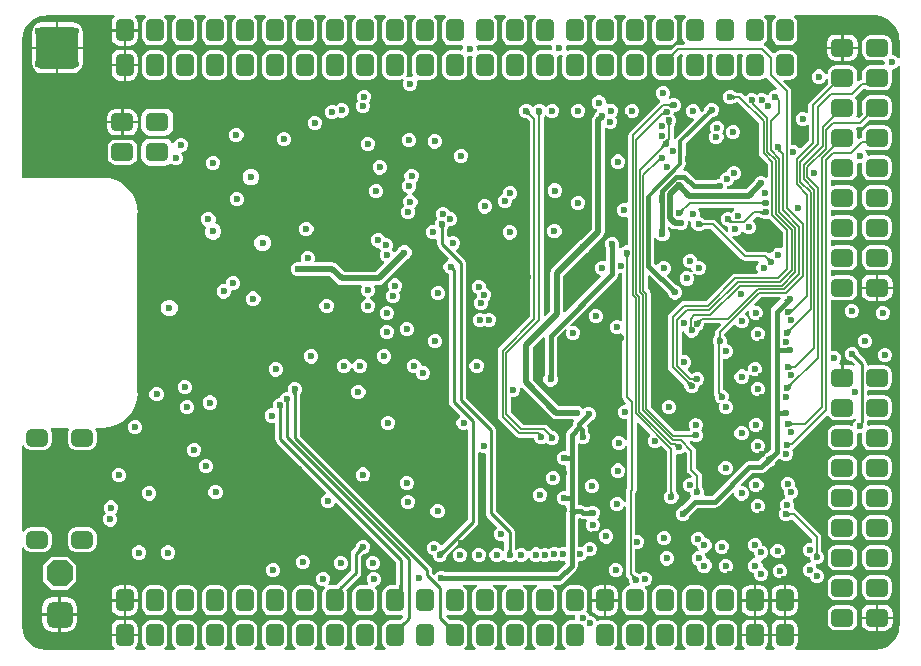
<source format=gbr>
%TF.GenerationSoftware,Altium Limited,Altium Designer,23.9.2 (47)*%
G04 Layer_Physical_Order=4*
G04 Layer_Color=6736896*
%FSLAX45Y45*%
%MOMM*%
%TF.SameCoordinates,F1AFF133-CB08-443C-B5AD-2193434A7FAF*%
%TF.FilePolarity,Positive*%
%TF.FileFunction,Copper,L4,Inr,Signal*%
%TF.Part,Single*%
G01*
G75*
%TA.AperFunction,Conductor*%
%ADD76C,0.25000*%
%ADD77C,0.40000*%
%ADD79C,0.15000*%
%ADD80C,0.20000*%
%ADD81C,0.50000*%
%ADD84C,0.30000*%
%TA.AperFunction,ComponentPad*%
G04:AMPARAMS|DCode=99|XSize=1.8mm|YSize=1.45mm|CornerRadius=0.3625mm|HoleSize=0mm|Usage=FLASHONLY|Rotation=180.000|XOffset=0mm|YOffset=0mm|HoleType=Round|Shape=RoundedRectangle|*
%AMROUNDEDRECTD99*
21,1,1.80000,0.72500,0,0,180.0*
21,1,1.07500,1.45000,0,0,180.0*
1,1,0.72500,-0.53750,0.36250*
1,1,0.72500,0.53750,0.36250*
1,1,0.72500,0.53750,-0.36250*
1,1,0.72500,-0.53750,-0.36250*
%
%ADD99ROUNDEDRECTD99*%
G04:AMPARAMS|DCode=101|XSize=2.2mm|YSize=2.2mm|CornerRadius=0.55mm|HoleSize=0mm|Usage=FLASHONLY|Rotation=270.000|XOffset=0mm|YOffset=0mm|HoleType=Round|Shape=RoundedRectangle|*
%AMROUNDEDRECTD101*
21,1,2.20000,1.10000,0,0,270.0*
21,1,1.10000,2.20000,0,0,270.0*
1,1,1.10000,-0.55000,-0.55000*
1,1,1.10000,-0.55000,0.55000*
1,1,1.10000,0.55000,0.55000*
1,1,1.10000,0.55000,-0.55000*
%
%ADD101ROUNDEDRECTD101*%
G04:AMPARAMS|DCode=102|XSize=2.2mm|YSize=2.2mm|CornerRadius=0mm|HoleSize=0mm|Usage=FLASHONLY|Rotation=270.000|XOffset=0mm|YOffset=0mm|HoleType=Round|Shape=Octagon|*
%AMOCTAGOND102*
4,1,8,-0.55000,-1.10000,0.55000,-1.10000,1.10000,-0.55000,1.10000,0.55000,0.55000,1.10000,-0.55000,1.10000,-1.10000,0.55000,-1.10000,-0.55000,-0.55000,-1.10000,0.0*
%
%ADD102OCTAGOND102*%

%TA.AperFunction,ViaPad*%
%ADD103C,0.60000*%
%TA.AperFunction,ComponentPad*%
G04:AMPARAMS|DCode=104|XSize=1.5mm|YSize=1.9mm|CornerRadius=0.375mm|HoleSize=0mm|Usage=FLASHONLY|Rotation=270.000|XOffset=0mm|YOffset=0mm|HoleType=Round|Shape=RoundedRectangle|*
%AMROUNDEDRECTD104*
21,1,1.50000,1.15000,0,0,270.0*
21,1,0.75000,1.90000,0,0,270.0*
1,1,0.75000,-0.57500,-0.37500*
1,1,0.75000,-0.57500,0.37500*
1,1,0.75000,0.57500,0.37500*
1,1,0.75000,0.57500,-0.37500*
%
%ADD104ROUNDEDRECTD104*%
G04:AMPARAMS|DCode=105|XSize=1.5mm|YSize=1.9mm|CornerRadius=0.375mm|HoleSize=0mm|Usage=FLASHONLY|Rotation=0.000|XOffset=0mm|YOffset=0mm|HoleType=Round|Shape=RoundedRectangle|*
%AMROUNDEDRECTD105*
21,1,1.50000,1.15000,0,0,0.0*
21,1,0.75000,1.90000,0,0,0.0*
1,1,0.75000,0.37500,-0.57500*
1,1,0.75000,-0.37500,-0.57500*
1,1,0.75000,-0.37500,0.57500*
1,1,0.75000,0.37500,0.57500*
%
%ADD105ROUNDEDRECTD105*%
G04:AMPARAMS|DCode=106|XSize=3.6mm|YSize=3.6mm|CornerRadius=0.54mm|HoleSize=0mm|Usage=FLASHONLY|Rotation=0.000|XOffset=0mm|YOffset=0mm|HoleType=Round|Shape=RoundedRectangle|*
%AMROUNDEDRECTD106*
21,1,3.60000,2.52000,0,0,0.0*
21,1,2.52000,3.60000,0,0,0.0*
1,1,1.08000,1.26000,-1.26000*
1,1,1.08000,-1.26000,-1.26000*
1,1,1.08000,-1.26000,1.26000*
1,1,1.08000,1.26000,1.26000*
%
%ADD106ROUNDEDRECTD106*%
G36*
X8434462Y5410484D02*
X8485651Y5389281D01*
X8529609Y5355551D01*
X8563338Y5311594D01*
X8584542Y5260404D01*
X8589867Y5219955D01*
X8591113Y5205471D01*
X8591116Y5205460D01*
X8591116Y5190471D01*
X8591120Y5057416D01*
X8576120Y5054432D01*
X8575688Y5055475D01*
X8558809Y5072354D01*
X8536757Y5081488D01*
X8535268D01*
X8525753Y5093083D01*
X8528322Y5106000D01*
Y5181000D01*
X8523083Y5207337D01*
X8508164Y5229664D01*
X8485837Y5244583D01*
X8459500Y5249822D01*
X8344500D01*
X8318163Y5244583D01*
X8295836Y5229664D01*
X8280917Y5207337D01*
X8275678Y5181000D01*
Y5106000D01*
X8280917Y5079663D01*
X8295836Y5057336D01*
X8318163Y5042417D01*
X8344500Y5037178D01*
X8450964D01*
X8460462Y5034604D01*
X8464822Y5022943D01*
Y5010057D01*
X8464671Y5007715D01*
X8454274Y4995822D01*
X8344500D01*
X8318163Y4990583D01*
X8295836Y4975664D01*
X8280917Y4953337D01*
X8275678Y4927000D01*
Y4872734D01*
X8274500D01*
X8259868Y4869824D01*
X8249322Y4862777D01*
X8242421Y4864633D01*
X8234322Y4869607D01*
Y4927000D01*
X8229083Y4953337D01*
X8214164Y4975664D01*
X8191837Y4990583D01*
X8165500Y4995822D01*
X8050500D01*
X8024163Y4990583D01*
X8001836Y4975664D01*
X7986917Y4953337D01*
X7981678Y4927000D01*
Y4922938D01*
X7966678Y4919955D01*
X7960865Y4933987D01*
X7943987Y4950866D01*
X7921935Y4960000D01*
X7898065D01*
X7876013Y4950866D01*
X7859134Y4933987D01*
X7850000Y4911935D01*
Y4888065D01*
X7859134Y4866013D01*
X7876013Y4849135D01*
X7898065Y4840000D01*
X7921935D01*
X7943987Y4849135D01*
X7960865Y4866013D01*
X7966678Y4880046D01*
X7981678Y4877062D01*
Y4852000D01*
X7984125Y4839697D01*
X7831464Y4687036D01*
X7823176Y4674632D01*
X7820266Y4660000D01*
Y4601500D01*
X7820789Y4598870D01*
X7806965Y4591481D01*
X7806442Y4592003D01*
X7784390Y4601138D01*
X7760520D01*
X7738468Y4592003D01*
X7721589Y4575125D01*
X7712455Y4553072D01*
Y4529203D01*
X7721589Y4507150D01*
X7738468Y4490272D01*
X7760520Y4481138D01*
X7784390D01*
X7806442Y4490272D01*
X7807908Y4491738D01*
X7821766Y4485998D01*
Y4355837D01*
X7756639Y4290711D01*
X7742184Y4293586D01*
X7725306Y4310464D01*
X7703253Y4319599D01*
X7679384D01*
X7673514Y4323521D01*
Y4774720D01*
X7670604Y4789352D01*
X7662316Y4801756D01*
X7607752Y4856320D01*
X7613492Y4870178D01*
X7657500D01*
X7683837Y4875417D01*
X7706164Y4890336D01*
X7721083Y4912663D01*
X7726322Y4939000D01*
Y5054000D01*
X7721083Y5080337D01*
X7706164Y5102664D01*
X7683837Y5117583D01*
X7657500Y5122822D01*
X7582500D01*
X7556163Y5117583D01*
X7533836Y5102664D01*
X7531189Y5098704D01*
X7516262Y5097234D01*
X7456460Y5157036D01*
X7447384Y5163100D01*
X7445359Y5175228D01*
X7446017Y5180228D01*
X7452164Y5184336D01*
X7467083Y5206663D01*
X7472322Y5233000D01*
Y5348000D01*
X7467083Y5374337D01*
X7452164Y5396664D01*
X7444096Y5402056D01*
X7448646Y5417056D01*
X7537354D01*
X7541904Y5402056D01*
X7533836Y5396664D01*
X7518917Y5374337D01*
X7513678Y5348000D01*
Y5233000D01*
X7518917Y5206663D01*
X7533836Y5184336D01*
X7556163Y5169417D01*
X7582500Y5164178D01*
X7657500D01*
X7683837Y5169417D01*
X7706164Y5184336D01*
X7721083Y5206663D01*
X7726322Y5233000D01*
Y5348000D01*
X7721083Y5374337D01*
X7706164Y5396664D01*
X7698096Y5402056D01*
X7702646Y5417056D01*
X8379531D01*
X8381527Y5417453D01*
X8434462Y5410484D01*
D02*
G37*
G36*
X6779904Y5402056D02*
X6771836Y5396664D01*
X6756917Y5374337D01*
X6751678Y5348000D01*
Y5233000D01*
X6756917Y5206663D01*
X6771836Y5184336D01*
X6773484Y5183234D01*
X6768933Y5168234D01*
X6717500D01*
X6702868Y5165324D01*
X6690464Y5157036D01*
X6653803Y5120375D01*
X6641500Y5122822D01*
X6566500D01*
X6540163Y5117583D01*
X6517836Y5102664D01*
X6502917Y5080337D01*
X6497678Y5054000D01*
Y4939000D01*
X6502917Y4912663D01*
X6517836Y4890336D01*
X6540163Y4875417D01*
X6566500Y4870178D01*
X6641500D01*
X6667837Y4875417D01*
X6690164Y4890336D01*
X6705083Y4912663D01*
X6710322Y4939000D01*
Y5054000D01*
X6707875Y5066303D01*
X6733337Y5091766D01*
X6747886D01*
X6756206Y5076765D01*
X6751678Y5054000D01*
Y4939000D01*
X6756917Y4912663D01*
X6771836Y4890336D01*
X6794163Y4875417D01*
X6820500Y4870178D01*
X6895500D01*
X6921837Y4875417D01*
X6944164Y4890336D01*
X6959083Y4912663D01*
X6964322Y4939000D01*
Y5054000D01*
X6959794Y5076765D01*
X6968114Y5091766D01*
X7001886D01*
X7010206Y5076765D01*
X7005678Y5054000D01*
Y4939000D01*
X7010917Y4912663D01*
X7025836Y4890336D01*
X7048163Y4875417D01*
X7074500Y4870178D01*
X7149500D01*
X7175837Y4875417D01*
X7198164Y4890336D01*
X7213083Y4912663D01*
X7218322Y4939000D01*
Y5054000D01*
X7213794Y5076765D01*
X7222114Y5091766D01*
X7255886D01*
X7264206Y5076765D01*
X7259678Y5054000D01*
Y4939000D01*
X7264917Y4912663D01*
X7279836Y4890336D01*
X7302163Y4875417D01*
X7328500Y4870178D01*
X7403500D01*
X7429837Y4875417D01*
X7451616Y4889969D01*
X7451627Y4889974D01*
X7452690Y4890285D01*
X7469122Y4888715D01*
X7472964Y4882964D01*
X7550929Y4805000D01*
X7544715Y4790000D01*
X7528065D01*
X7506013Y4780865D01*
X7489134Y4763987D01*
X7482252Y4747371D01*
X7467839Y4742805D01*
X7465432Y4742978D01*
X7458387Y4750022D01*
X7436335Y4759156D01*
X7412465D01*
X7390413Y4750022D01*
X7382622Y4742231D01*
X7373987Y4750866D01*
X7351935Y4760000D01*
X7328065D01*
X7306013Y4750866D01*
X7289135Y4733987D01*
X7281586Y4732486D01*
X7263155Y4750917D01*
X7250751Y4759205D01*
X7236119Y4762115D01*
X7211252D01*
X7199635Y4769820D01*
X7196208Y4772365D01*
X7193724Y4774849D01*
X7171672Y4783983D01*
X7147803D01*
X7125750Y4774849D01*
X7108872Y4757971D01*
X7099737Y4735918D01*
Y4712049D01*
X7108872Y4689996D01*
X7125750Y4673118D01*
X7147803Y4663984D01*
X7171672D01*
X7193724Y4673118D01*
X7196194Y4675587D01*
X7199711Y4678173D01*
X7206271Y4682711D01*
X7211041Y4685646D01*
X7220282D01*
X7401766Y4504163D01*
Y4250000D01*
X7404676Y4235368D01*
X7412964Y4222964D01*
X7474308Y4161620D01*
Y4045497D01*
X7459308Y4039284D01*
X7452746Y4045847D01*
X7430693Y4054981D01*
X7406824D01*
X7384771Y4045847D01*
X7367893Y4028968D01*
X7363970Y4019498D01*
X7290549Y3946077D01*
X7140267D01*
X7130846Y3959100D01*
X7134003Y3970000D01*
X7141935D01*
X7163987Y3979135D01*
X7180865Y3996013D01*
X7190000Y4018065D01*
Y4020000D01*
X7201935D01*
X7223987Y4029134D01*
X7240866Y4046013D01*
X7250000Y4068065D01*
Y4091935D01*
X7240866Y4113987D01*
X7223987Y4130866D01*
X7201935Y4140000D01*
X7178065D01*
X7156013Y4130866D01*
X7139135Y4113987D01*
X7130000Y4091935D01*
Y4090000D01*
X7118065D01*
X7096013Y4080866D01*
X7079134Y4063987D01*
X7070000Y4041935D01*
Y4029168D01*
X7056232D01*
X7034454Y4020147D01*
X6871948D01*
X6806048Y4086048D01*
X6789509Y4097099D01*
X6770000Y4100980D01*
X6765464D01*
X6759724Y4114838D01*
X6768258Y4123372D01*
X6778204Y4138257D01*
X6781697Y4155815D01*
Y4334311D01*
X7003089Y4555703D01*
X7003400Y4555895D01*
X7004009Y4556216D01*
X7004683Y4556516D01*
X7005456Y4556801D01*
X7006339Y4557065D01*
X7007362Y4557303D01*
X7008513Y4557500D01*
X7011935D01*
X7033987Y4566635D01*
X7050866Y4583513D01*
X7060000Y4605565D01*
Y4629435D01*
X7050866Y4651487D01*
X7033987Y4668366D01*
X7011935Y4677500D01*
X6988065D01*
X6966013Y4668366D01*
X6949134Y4651487D01*
X6940000Y4629435D01*
Y4626013D01*
X6939803Y4624862D01*
X6939565Y4623841D01*
X6939301Y4622955D01*
X6939016Y4622183D01*
X6938716Y4621510D01*
X6938395Y4620900D01*
X6938203Y4620589D01*
X6919999Y4602385D01*
X6904999Y4608599D01*
Y4616935D01*
X6895865Y4638987D01*
X6878986Y4655866D01*
X6856934Y4665000D01*
X6833064D01*
X6811012Y4655866D01*
X6794133Y4638987D01*
X6784999Y4616935D01*
Y4593065D01*
X6794133Y4571013D01*
X6811012Y4554135D01*
X6833064Y4545000D01*
X6841401D01*
X6847614Y4530000D01*
X6703372Y4385759D01*
X6695005Y4373236D01*
X6684603Y4374067D01*
X6680005Y4375731D01*
Y4476771D01*
X6687711Y4488450D01*
X6690160Y4491766D01*
X6692636Y4494242D01*
X6701770Y4516294D01*
Y4540164D01*
X6692636Y4562216D01*
X6676130Y4578723D01*
X6680000Y4588065D01*
Y4597500D01*
X6691935D01*
X6713987Y4606634D01*
X6730866Y4623513D01*
X6740000Y4645565D01*
Y4669435D01*
X6730866Y4691487D01*
X6713987Y4708365D01*
X6691935Y4717500D01*
X6668065D01*
X6646013Y4708365D01*
X6636975Y4719622D01*
X6640866Y4723513D01*
X6650000Y4745565D01*
Y4769435D01*
X6640866Y4791487D01*
X6623987Y4808366D01*
X6601935Y4817500D01*
X6578065D01*
X6556013Y4808366D01*
X6539134Y4791487D01*
X6530000Y4769435D01*
Y4745565D01*
X6539134Y4723513D01*
X6556013Y4706634D01*
X6562510Y4703943D01*
X6564177Y4687017D01*
X6560464Y4684536D01*
X6305464Y4429536D01*
X6297176Y4417132D01*
X6294266Y4402500D01*
Y3836986D01*
X6279266Y3826963D01*
X6271935Y3830000D01*
X6248065D01*
X6226013Y3820866D01*
X6209134Y3803987D01*
X6200000Y3781935D01*
Y3758065D01*
X6209134Y3736013D01*
X6226013Y3719135D01*
X6248065Y3710000D01*
X6271935D01*
X6279266Y3713037D01*
X6294266Y3703014D01*
Y3471558D01*
X6291934Y3470000D01*
X6268065D01*
X6246013Y3460866D01*
X6233188Y3448041D01*
X6218401Y3449056D01*
X6215822Y3450274D01*
X6214179Y3454012D01*
X6220000Y3468065D01*
Y3491935D01*
X6210866Y3513987D01*
X6193987Y3530865D01*
X6171935Y3540000D01*
X6148065D01*
X6126013Y3530865D01*
X6109135Y3513987D01*
X6100000Y3491935D01*
Y3468065D01*
X6109021Y3446288D01*
Y3342287D01*
X6096549Y3333953D01*
X6087350Y3337763D01*
X6063481D01*
X6041428Y3328629D01*
X6024550Y3311751D01*
X6015415Y3289698D01*
Y3265829D01*
X6024550Y3243776D01*
X6041428Y3226898D01*
X6057098Y3220407D01*
X6061810Y3203905D01*
X5761077Y2903173D01*
X5746077Y2909386D01*
Y3212242D01*
X5942250Y3408415D01*
X5943987Y3409134D01*
X5960865Y3426013D01*
X5961585Y3427749D01*
X6079653Y3545817D01*
X6091809Y3564010D01*
X6096077Y3585470D01*
Y4460272D01*
X6111077Y4466429D01*
X6130469Y4458397D01*
X6154338D01*
X6176391Y4467532D01*
X6193269Y4484410D01*
X6202403Y4506463D01*
Y4530332D01*
X6193269Y4552385D01*
X6185253Y4560400D01*
X6200865Y4576013D01*
X6210000Y4598065D01*
Y4621935D01*
X6200865Y4643987D01*
X6183987Y4660865D01*
X6161935Y4670000D01*
X6138065D01*
X6123858Y4664115D01*
X6122448Y4664517D01*
X6110000Y4674451D01*
Y4691935D01*
X6100866Y4713987D01*
X6083987Y4730866D01*
X6061935Y4740000D01*
X6038065D01*
X6016013Y4730866D01*
X5999135Y4713987D01*
X5990000Y4691935D01*
Y4668065D01*
X5999135Y4646013D01*
X6016013Y4629135D01*
X6028764Y4623853D01*
X6032058Y4606253D01*
X6021947Y4596142D01*
X6016981Y4584151D01*
X6000347Y4567518D01*
X5988191Y4549325D01*
X5983923Y4527865D01*
Y3608698D01*
X5893216Y3517991D01*
X5876013Y3510865D01*
X5859134Y3493987D01*
X5852009Y3476784D01*
X5650347Y3275123D01*
X5638191Y3256930D01*
X5633923Y3235470D01*
Y2913228D01*
X5592909Y2872215D01*
X5579051Y2877955D01*
Y4558540D01*
X5586190Y4569359D01*
X5588169Y4570376D01*
X5601050Y4571805D01*
X5605208Y4569939D01*
X5616014Y4559133D01*
X5638067Y4549999D01*
X5661936D01*
X5683989Y4559133D01*
X5700867Y4576011D01*
X5710001Y4598064D01*
Y4621933D01*
X5700867Y4643986D01*
X5683989Y4660864D01*
X5661936Y4669998D01*
X5638067D01*
X5616014Y4660864D01*
X5605208Y4650058D01*
X5595409Y4645659D01*
X5585610Y4650058D01*
X5574804Y4660864D01*
X5552752Y4669998D01*
X5528882D01*
X5506830Y4660864D01*
X5495009Y4649043D01*
X5485409Y4645610D01*
X5475810Y4649043D01*
X5463989Y4660864D01*
X5441937Y4669998D01*
X5418067D01*
X5396015Y4660864D01*
X5379136Y4643986D01*
X5370002Y4621933D01*
Y4598064D01*
X5379136Y4576011D01*
X5396015Y4559133D01*
X5418067Y4549999D01*
X5421568D01*
X5426011Y4549330D01*
X5433866Y4547916D01*
X5439293Y4546636D01*
X5461766Y4524163D01*
Y2865837D01*
X5202964Y2607036D01*
X5194676Y2594632D01*
X5191766Y2580000D01*
Y2020000D01*
X5194676Y2005368D01*
X5202964Y1992964D01*
X5342964Y1852964D01*
X5355368Y1844676D01*
X5370000Y1841766D01*
X5500000D01*
Y1838065D01*
X5509135Y1816013D01*
X5526013Y1799135D01*
X5548065Y1790000D01*
X5571935D01*
X5593987Y1799135D01*
X5600000Y1805147D01*
X5616013Y1789134D01*
X5638065Y1780000D01*
X5661935D01*
X5683987Y1789134D01*
X5700865Y1806013D01*
X5710000Y1828065D01*
Y1851935D01*
X5700865Y1873987D01*
X5683987Y1890865D01*
X5670325Y1896525D01*
X5667807Y1897910D01*
X5664303Y1899019D01*
X5661935Y1900000D01*
X5661204D01*
X5659617Y1900502D01*
X5653742Y1902640D01*
X5649660Y1904411D01*
X5612036Y1942036D01*
X5599632Y1950324D01*
X5585000Y1953234D01*
X5400837D01*
X5298234Y2055837D01*
Y2183431D01*
X5308066Y2190000D01*
X5331935D01*
X5353987Y2199135D01*
X5370866Y2216013D01*
X5380000Y2238065D01*
Y2259481D01*
X5386718Y2264311D01*
X5393858Y2266836D01*
X5646393Y2014302D01*
X5664586Y2002146D01*
X5686046Y1997877D01*
X5827549D01*
X5835566Y1982877D01*
X5834151Y1980759D01*
X5830270Y1961250D01*
Y1949866D01*
X5783952Y1903548D01*
X5772901Y1887009D01*
X5769020Y1867500D01*
Y1734735D01*
X5761934Y1730000D01*
X5738065D01*
X5716013Y1720865D01*
X5699134Y1703987D01*
X5690000Y1681935D01*
Y1658065D01*
X5699134Y1636013D01*
X5716013Y1619134D01*
X5738065Y1610000D01*
X5761934D01*
X5769020Y1605265D01*
Y1394735D01*
X5761934Y1390000D01*
X5738065D01*
X5716013Y1380865D01*
X5699134Y1363987D01*
X5690000Y1341935D01*
Y1318065D01*
X5699134Y1296013D01*
X5716013Y1279134D01*
X5738065Y1270000D01*
X5761934D01*
X5769020Y1265265D01*
Y1242750D01*
X5765855Y1226834D01*
Y920960D01*
X5756935Y914999D01*
X5733065D01*
X5711013Y905865D01*
X5707032Y901884D01*
X5703993Y904922D01*
X5681941Y914056D01*
X5658071D01*
X5636019Y904922D01*
X5628297Y897200D01*
X5623689Y901808D01*
X5601636Y910942D01*
X5577767D01*
X5555715Y901808D01*
X5550570Y896664D01*
X5543507Y903727D01*
X5521455Y912861D01*
X5497585D01*
X5475533Y903727D01*
X5458655Y886848D01*
X5457286Y883543D01*
X5441050D01*
X5440865Y883987D01*
X5423987Y900866D01*
X5401935Y910000D01*
X5378065D01*
X5356013Y900866D01*
X5350488Y895341D01*
X5349583Y894851D01*
X5346200Y894250D01*
X5333332Y903670D01*
Y1044910D01*
X5330034Y1061492D01*
X5320641Y1075551D01*
X5173332Y1222859D01*
Y1910000D01*
X5170034Y1926583D01*
X5160640Y1940641D01*
X4918943Y2182338D01*
Y3324389D01*
X4915645Y3340972D01*
X4906251Y3355030D01*
X4838089Y3423192D01*
X4841016Y3437904D01*
X4843987Y3439135D01*
X4860866Y3456013D01*
X4870000Y3478065D01*
Y3501935D01*
X4860866Y3523987D01*
X4843987Y3540866D01*
X4821935Y3550000D01*
X4798065D01*
X4778332Y3541827D01*
X4763332Y3547784D01*
Y3605009D01*
X4763581Y3605657D01*
X4764083Y3606753D01*
X4764638Y3607803D01*
X4767188Y3611861D01*
X4768414Y3613561D01*
X4770865Y3616013D01*
X4777208Y3631326D01*
X4800629D01*
X4822682Y3640461D01*
X4839560Y3657339D01*
X4848695Y3679391D01*
Y3703261D01*
X4839560Y3725313D01*
X4822682Y3742192D01*
X4800629Y3751326D01*
X4782986D01*
X4776771Y3766331D01*
X4759893Y3783210D01*
X4737840Y3792344D01*
X4713971D01*
X4691918Y3783210D01*
X4675040Y3766331D01*
X4665906Y3744279D01*
Y3720409D01*
X4675040Y3698357D01*
X4679272Y3694125D01*
X4669134Y3683987D01*
X4660000Y3661935D01*
Y3652357D01*
X4650188Y3640186D01*
X4626319D01*
X4604266Y3631051D01*
X4587388Y3614173D01*
X4578253Y3592121D01*
Y3568251D01*
X4587388Y3546199D01*
X4604266Y3529320D01*
X4626319Y3520186D01*
X4650188D01*
X4661667Y3524941D01*
X4676668Y3514918D01*
Y3480000D01*
X4679966Y3463418D01*
X4689359Y3449360D01*
X4774861Y3363858D01*
X4770599Y3346907D01*
X4756013Y3340866D01*
X4739135Y3323987D01*
X4730000Y3301935D01*
Y3278065D01*
X4739135Y3256013D01*
X4756013Y3239134D01*
X4776668Y3230579D01*
Y2143830D01*
X4779966Y2127248D01*
X4789359Y2113190D01*
X4868613Y2033936D01*
X4866013Y2020865D01*
X4849135Y2003987D01*
X4840000Y1981935D01*
Y1958065D01*
X4849135Y1936013D01*
X4866013Y1919135D01*
X4888065Y1910000D01*
X4911935D01*
X4921667Y1914031D01*
X4936668Y1904009D01*
Y1147949D01*
X4721672Y932953D01*
X4703978Y936473D01*
X4700866Y943987D01*
X4683987Y960865D01*
X4661935Y970000D01*
X4638065D01*
X4616013Y960865D01*
X4599135Y943987D01*
X4590000Y921935D01*
Y898065D01*
X4599135Y876013D01*
X4616013Y859134D01*
X4638065Y850000D01*
X4640000D01*
Y838065D01*
X4649134Y816013D01*
X4666013Y799135D01*
X4688065Y790000D01*
X4711935D01*
X4733987Y799135D01*
X4750866Y816013D01*
X4760000Y838065D01*
Y841530D01*
X4760336Y843606D01*
X4761402Y848274D01*
X4761751Y849407D01*
X4762171Y850537D01*
X4762455Y851174D01*
X5010640Y1099359D01*
X5020034Y1113417D01*
X5023332Y1130000D01*
Y1712216D01*
X5038332Y1718174D01*
X5058065Y1710000D01*
X5081934D01*
X5086668Y1706838D01*
Y1204910D01*
X5089966Y1188327D01*
X5099359Y1174269D01*
X5187133Y1086496D01*
X5186012Y1080865D01*
X5169134Y1063987D01*
X5160000Y1041935D01*
Y1018065D01*
X5169134Y996013D01*
X5186013Y979134D01*
X5208065Y970000D01*
X5231935D01*
X5234196Y970937D01*
X5246668Y962603D01*
Y894991D01*
X5246419Y894343D01*
X5245917Y893247D01*
X5245362Y892198D01*
X5243249Y888835D01*
X5241284Y887848D01*
X5234712Y886708D01*
X5228157Y886965D01*
X5224539Y887947D01*
X5213326Y899160D01*
X5191273Y908294D01*
X5167404D01*
X5145351Y899160D01*
X5128473Y882282D01*
X5119339Y860229D01*
Y836360D01*
X5128473Y814307D01*
X5145351Y797429D01*
X5167404Y788295D01*
X5191273D01*
X5213326Y797429D01*
X5225723Y809826D01*
X5233499Y813413D01*
X5244800Y810348D01*
X5256013Y799135D01*
X5278065Y790000D01*
X5301935D01*
X5323987Y799135D01*
X5340000Y815147D01*
X5356013Y799135D01*
X5378065Y790000D01*
X5401935D01*
X5423987Y799135D01*
X5440865Y816013D01*
X5442234Y819318D01*
X5458470D01*
X5458655Y818874D01*
X5475533Y801996D01*
X5497585Y792861D01*
X5521455D01*
X5543507Y801996D01*
X5548652Y807140D01*
X5555715Y800077D01*
X5577767Y790943D01*
X5601636D01*
X5623689Y800077D01*
X5631411Y807799D01*
X5636019Y803191D01*
X5658071Y794057D01*
X5681941D01*
X5703993Y803191D01*
X5707975Y807172D01*
X5711013Y804134D01*
X5733065Y795000D01*
X5756935D01*
X5762241Y791454D01*
X5763318Y775414D01*
X5688884Y700980D01*
X4745190D01*
X4744646Y701524D01*
X4722593Y710658D01*
X4698724D01*
X4676671Y701524D01*
X4659793Y684646D01*
X4648818Y682463D01*
X4633331Y697950D01*
Y720002D01*
X4630032Y736584D01*
X4620639Y750642D01*
X3514999Y1856282D01*
Y2205976D01*
X3515248Y2206624D01*
X3515750Y2207720D01*
X3516304Y2208770D01*
X3518854Y2212828D01*
X3520081Y2214529D01*
X3522532Y2216980D01*
X3531666Y2239033D01*
Y2262902D01*
X3522532Y2284955D01*
X3505654Y2301833D01*
X3483601Y2310967D01*
X3459732D01*
X3437679Y2301833D01*
X3420801Y2284955D01*
X3411667Y2262902D01*
Y2239033D01*
X3403527Y2226852D01*
X3396630D01*
X3374578Y2217717D01*
X3357699Y2200839D01*
X3349068Y2180000D01*
X3338065D01*
X3316013Y2170866D01*
X3299134Y2153987D01*
X3290000Y2131935D01*
Y2108065D01*
X3291276Y2104984D01*
X3281248Y2089998D01*
X3267373D01*
X3245320Y2080864D01*
X3228442Y2063986D01*
X3219308Y2041933D01*
Y2018064D01*
X3228442Y1996011D01*
X3245320Y1979133D01*
X3267373Y1969999D01*
X3291242D01*
X3294196Y1971222D01*
X3306668Y1962888D01*
Y1830000D01*
X3309966Y1813418D01*
X3319359Y1799360D01*
X3738523Y1380195D01*
X3733315Y1364191D01*
X3716445Y1357203D01*
X3699566Y1340324D01*
X3690432Y1318272D01*
Y1294403D01*
X3699566Y1272350D01*
X3716445Y1255472D01*
X3738497Y1246337D01*
X3762367D01*
X3784419Y1255472D01*
X3801297Y1272350D01*
X3808285Y1289220D01*
X3824290Y1294429D01*
X4326667Y792051D01*
Y590822D01*
X4280500D01*
X4254163Y585583D01*
X4231836Y570664D01*
X4216917Y548337D01*
X4211678Y522000D01*
Y407000D01*
X4216917Y380663D01*
X4231836Y358336D01*
X4254163Y343417D01*
X4280500Y338178D01*
X4355500D01*
X4373771Y341812D01*
X4388612Y332324D01*
X4389533Y330818D01*
X4390334Y324115D01*
X4370808Y304589D01*
X4365859Y299931D01*
X4361996Y296713D01*
X4360742Y295779D01*
X4355500Y296822D01*
X4280500D01*
X4254163Y291583D01*
X4231836Y276664D01*
X4216917Y254337D01*
X4211678Y228000D01*
Y113000D01*
X4216917Y86663D01*
X4231836Y64336D01*
X4239904Y58944D01*
X4235354Y43944D01*
X4146646D01*
X4142096Y58944D01*
X4150164Y64336D01*
X4165083Y86663D01*
X4170322Y113000D01*
Y228000D01*
X4165083Y254337D01*
X4150164Y276664D01*
X4127837Y291583D01*
X4101500Y296822D01*
X4026500D01*
X4000163Y291583D01*
X3977836Y276664D01*
X3962917Y254337D01*
X3957678Y228000D01*
Y113000D01*
X3962917Y86663D01*
X3977836Y64336D01*
X3985904Y58944D01*
X3981354Y43944D01*
X3892646D01*
X3888096Y58944D01*
X3896164Y64336D01*
X3911083Y86663D01*
X3916322Y113000D01*
Y228000D01*
X3911083Y254337D01*
X3896164Y276664D01*
X3873837Y291583D01*
X3847500Y296822D01*
X3772500D01*
X3746163Y291583D01*
X3723836Y276664D01*
X3708917Y254337D01*
X3703678Y228000D01*
Y113000D01*
X3708917Y86663D01*
X3723836Y64336D01*
X3731904Y58944D01*
X3727354Y43944D01*
X3638646D01*
X3634096Y58944D01*
X3642164Y64336D01*
X3657083Y86663D01*
X3662322Y113000D01*
Y228000D01*
X3657083Y254337D01*
X3642164Y276664D01*
X3619837Y291583D01*
X3593500Y296822D01*
X3518500D01*
X3492163Y291583D01*
X3469836Y276664D01*
X3454917Y254337D01*
X3449678Y228000D01*
Y113000D01*
X3454917Y86663D01*
X3469836Y64336D01*
X3477904Y58944D01*
X3473354Y43944D01*
X3384646D01*
X3380096Y58944D01*
X3388164Y64336D01*
X3403083Y86663D01*
X3408322Y113000D01*
Y228000D01*
X3403083Y254337D01*
X3388164Y276664D01*
X3365837Y291583D01*
X3339500Y296822D01*
X3264500D01*
X3238163Y291583D01*
X3215836Y276664D01*
X3200917Y254337D01*
X3195678Y228000D01*
Y113000D01*
X3200917Y86663D01*
X3215836Y64336D01*
X3223904Y58944D01*
X3219354Y43944D01*
X3130646D01*
X3126096Y58944D01*
X3134164Y64336D01*
X3149083Y86663D01*
X3154322Y113000D01*
Y228000D01*
X3149083Y254337D01*
X3134164Y276664D01*
X3111837Y291583D01*
X3085500Y296822D01*
X3010500D01*
X2984163Y291583D01*
X2961836Y276664D01*
X2946917Y254337D01*
X2941678Y228000D01*
Y113000D01*
X2946917Y86663D01*
X2961836Y64336D01*
X2969904Y58944D01*
X2965354Y43944D01*
X2876646D01*
X2872096Y58944D01*
X2880164Y64336D01*
X2895083Y86663D01*
X2900322Y113000D01*
Y228000D01*
X2895083Y254337D01*
X2880164Y276664D01*
X2857837Y291583D01*
X2831500Y296822D01*
X2756500D01*
X2730163Y291583D01*
X2707836Y276664D01*
X2692917Y254337D01*
X2687678Y228000D01*
Y113000D01*
X2692917Y86663D01*
X2707836Y64336D01*
X2715904Y58944D01*
X2711354Y43944D01*
X2622646D01*
X2618096Y58944D01*
X2626164Y64336D01*
X2641083Y86663D01*
X2646322Y113000D01*
Y228000D01*
X2641083Y254337D01*
X2626164Y276664D01*
X2603837Y291583D01*
X2577500Y296822D01*
X2502500D01*
X2476163Y291583D01*
X2453836Y276664D01*
X2438917Y254337D01*
X2433678Y228000D01*
Y113000D01*
X2438917Y86663D01*
X2453836Y64336D01*
X2461904Y58944D01*
X2457354Y43944D01*
X2368646D01*
X2364096Y58944D01*
X2372164Y64336D01*
X2387083Y86663D01*
X2392322Y113000D01*
Y228000D01*
X2387083Y254337D01*
X2372164Y276664D01*
X2349837Y291583D01*
X2323500Y296822D01*
X2248500D01*
X2222163Y291583D01*
X2199836Y276664D01*
X2184917Y254337D01*
X2179678Y228000D01*
Y113000D01*
X2184917Y86663D01*
X2199836Y64336D01*
X2207904Y58944D01*
X2203354Y43944D01*
X2123646D01*
X2119096Y58944D01*
X2121769Y60731D01*
X2137793Y84712D01*
X2143420Y113000D01*
Y160500D01*
X1920580D01*
Y113000D01*
X1926207Y84712D01*
X1942231Y60731D01*
X1944904Y58944D01*
X1940354Y43944D01*
X1371600D01*
X1369643Y43555D01*
X1317066Y50477D01*
X1266249Y71526D01*
X1222611Y105011D01*
X1189126Y148649D01*
X1168077Y199466D01*
X1161155Y252043D01*
X1161544Y254000D01*
Y906011D01*
X1175454Y914991D01*
X1176544Y914852D01*
X1190487Y893986D01*
X1212401Y879344D01*
X1238250Y874202D01*
X1345750D01*
X1371599Y879344D01*
X1393513Y893986D01*
X1408156Y915900D01*
X1413298Y941750D01*
Y1014250D01*
X1408156Y1040099D01*
X1393513Y1062013D01*
X1371599Y1076656D01*
X1345750Y1081798D01*
X1238250D01*
X1212401Y1076656D01*
X1190487Y1062013D01*
X1176544Y1041148D01*
X1175454Y1041009D01*
X1161544Y1049989D01*
Y1770011D01*
X1175454Y1778991D01*
X1176544Y1778852D01*
X1190487Y1757986D01*
X1212401Y1743344D01*
X1238250Y1738202D01*
X1345750D01*
X1371599Y1743344D01*
X1393513Y1757986D01*
X1408156Y1779900D01*
X1413298Y1805750D01*
Y1878250D01*
X1408156Y1904099D01*
X1403327Y1911327D01*
X1410397Y1924556D01*
X1553602D01*
X1560673Y1911327D01*
X1555844Y1904099D01*
X1550702Y1878250D01*
Y1805750D01*
X1555844Y1779900D01*
X1570487Y1757986D01*
X1592401Y1743344D01*
X1618250Y1738202D01*
X1725750D01*
X1751599Y1743344D01*
X1773513Y1757986D01*
X1788156Y1779900D01*
X1793298Y1805750D01*
Y1878250D01*
X1788156Y1904099D01*
X1783327Y1911327D01*
X1790397Y1924556D01*
X1841500D01*
Y1923962D01*
X1899742Y1929699D01*
X1955745Y1946687D01*
X2007359Y1974275D01*
X2052598Y2011402D01*
X2089725Y2056641D01*
X2117313Y2108255D01*
X2134301Y2164258D01*
X2140038Y2222500D01*
X2139444D01*
Y3746500D01*
X2140038D01*
X2134301Y3804742D01*
X2117313Y3860745D01*
X2089725Y3912359D01*
X2052598Y3957598D01*
X2007359Y3994725D01*
X1955745Y4022313D01*
X1899742Y4039301D01*
X1841500Y4045038D01*
Y4044444D01*
X1161544D01*
Y5207000D01*
X1161155Y5208958D01*
X1168077Y5261534D01*
X1189126Y5312351D01*
X1222610Y5355989D01*
X1266248Y5389474D01*
X1317066Y5410523D01*
X1357121Y5415796D01*
X1371600Y5417055D01*
Y5417056D01*
X1940354D01*
X1944904Y5402056D01*
X1942231Y5400269D01*
X1926207Y5376288D01*
X1920580Y5348000D01*
Y5300500D01*
X2143420D01*
Y5348000D01*
X2137793Y5376288D01*
X2121769Y5400269D01*
X2119096Y5402056D01*
X2123646Y5417056D01*
X2203354D01*
X2207904Y5402056D01*
X2199836Y5396664D01*
X2184917Y5374337D01*
X2179678Y5348000D01*
Y5233000D01*
X2184917Y5206663D01*
X2199836Y5184336D01*
X2222163Y5169417D01*
X2248500Y5164178D01*
X2323500D01*
X2349837Y5169417D01*
X2372164Y5184336D01*
X2387083Y5206663D01*
X2392322Y5233000D01*
Y5348000D01*
X2387083Y5374337D01*
X2372164Y5396664D01*
X2364096Y5402056D01*
X2368646Y5417056D01*
X2457354D01*
X2461904Y5402056D01*
X2453836Y5396664D01*
X2438917Y5374337D01*
X2433678Y5348000D01*
Y5233000D01*
X2438917Y5206663D01*
X2453836Y5184336D01*
X2476163Y5169417D01*
X2502500Y5164178D01*
X2577500D01*
X2603837Y5169417D01*
X2626164Y5184336D01*
X2641083Y5206663D01*
X2646322Y5233000D01*
Y5348000D01*
X2641083Y5374337D01*
X2626164Y5396664D01*
X2618096Y5402056D01*
X2622646Y5417056D01*
X2711354D01*
X2715904Y5402056D01*
X2707836Y5396664D01*
X2692917Y5374337D01*
X2687678Y5348000D01*
Y5233000D01*
X2692917Y5206663D01*
X2707836Y5184336D01*
X2730163Y5169417D01*
X2756500Y5164178D01*
X2831500D01*
X2857837Y5169417D01*
X2880164Y5184336D01*
X2895083Y5206663D01*
X2900322Y5233000D01*
Y5348000D01*
X2895083Y5374337D01*
X2880164Y5396664D01*
X2872096Y5402056D01*
X2876646Y5417056D01*
X2965354D01*
X2969904Y5402056D01*
X2961836Y5396664D01*
X2946917Y5374337D01*
X2941678Y5348000D01*
Y5233000D01*
X2946917Y5206663D01*
X2961836Y5184336D01*
X2984163Y5169417D01*
X3010500Y5164178D01*
X3085500D01*
X3111837Y5169417D01*
X3134164Y5184336D01*
X3149083Y5206663D01*
X3154322Y5233000D01*
Y5348000D01*
X3149083Y5374337D01*
X3134164Y5396664D01*
X3126096Y5402056D01*
X3130646Y5417056D01*
X3219354D01*
X3223904Y5402056D01*
X3215836Y5396664D01*
X3200917Y5374337D01*
X3195678Y5348000D01*
Y5233000D01*
X3200917Y5206663D01*
X3215836Y5184336D01*
X3238163Y5169417D01*
X3264500Y5164178D01*
X3339500D01*
X3365837Y5169417D01*
X3388164Y5184336D01*
X3403083Y5206663D01*
X3408322Y5233000D01*
Y5348000D01*
X3403083Y5374337D01*
X3388164Y5396664D01*
X3380096Y5402056D01*
X3384646Y5417056D01*
X3473354D01*
X3477904Y5402056D01*
X3469836Y5396664D01*
X3454917Y5374337D01*
X3449678Y5348000D01*
Y5233000D01*
X3454917Y5206663D01*
X3469836Y5184336D01*
X3492163Y5169417D01*
X3518500Y5164178D01*
X3593500D01*
X3619837Y5169417D01*
X3642164Y5184336D01*
X3657083Y5206663D01*
X3662322Y5233000D01*
Y5348000D01*
X3657083Y5374337D01*
X3642164Y5396664D01*
X3634096Y5402056D01*
X3638646Y5417056D01*
X3727354D01*
X3731904Y5402056D01*
X3723836Y5396664D01*
X3708917Y5374337D01*
X3703678Y5348000D01*
Y5233000D01*
X3708917Y5206663D01*
X3723836Y5184336D01*
X3746163Y5169417D01*
X3772500Y5164178D01*
X3847500D01*
X3873837Y5169417D01*
X3896164Y5184336D01*
X3911083Y5206663D01*
X3916322Y5233000D01*
Y5348000D01*
X3911083Y5374337D01*
X3896164Y5396664D01*
X3888096Y5402056D01*
X3892646Y5417056D01*
X3981354D01*
X3985904Y5402056D01*
X3977836Y5396664D01*
X3962917Y5374337D01*
X3957678Y5348000D01*
Y5233000D01*
X3962917Y5206663D01*
X3977836Y5184336D01*
X4000163Y5169417D01*
X4026500Y5164178D01*
X4101500D01*
X4127837Y5169417D01*
X4150164Y5184336D01*
X4165083Y5206663D01*
X4170322Y5233000D01*
Y5348000D01*
X4165083Y5374337D01*
X4150164Y5396664D01*
X4142096Y5402056D01*
X4146646Y5417056D01*
X4235354D01*
X4239904Y5402056D01*
X4231836Y5396664D01*
X4216917Y5374337D01*
X4211678Y5348000D01*
Y5233000D01*
X4216917Y5206663D01*
X4231836Y5184336D01*
X4254163Y5169417D01*
X4280500Y5164178D01*
X4355500D01*
X4381837Y5169417D01*
X4404164Y5184336D01*
X4419083Y5206663D01*
X4424322Y5233000D01*
Y5348000D01*
X4419083Y5374337D01*
X4404164Y5396664D01*
X4396096Y5402056D01*
X4400646Y5417056D01*
X4489354D01*
X4493904Y5402056D01*
X4485836Y5396664D01*
X4470917Y5374337D01*
X4465678Y5348000D01*
Y5233000D01*
X4470917Y5206663D01*
X4485836Y5184336D01*
X4508163Y5169417D01*
X4534500Y5164178D01*
X4609500D01*
X4635837Y5169417D01*
X4658164Y5184336D01*
X4673083Y5206663D01*
X4678322Y5233000D01*
Y5348000D01*
X4673083Y5374337D01*
X4658164Y5396664D01*
X4650096Y5402056D01*
X4654646Y5417056D01*
X4743354D01*
X4747904Y5402056D01*
X4739836Y5396664D01*
X4724917Y5374337D01*
X4719678Y5348000D01*
Y5233000D01*
X4724917Y5206663D01*
X4739836Y5184336D01*
X4762163Y5169417D01*
X4788500Y5164178D01*
X4863500D01*
X4884170Y5168289D01*
X4895310Y5156815D01*
X4895486Y5156411D01*
X4892487Y5149171D01*
Y5132350D01*
X4881053Y5120773D01*
X4878629Y5119813D01*
X4863500Y5122822D01*
X4788500D01*
X4762163Y5117583D01*
X4739836Y5102664D01*
X4724917Y5080337D01*
X4719678Y5054000D01*
Y4939000D01*
X4724917Y4912663D01*
X4739836Y4890336D01*
X4762163Y4875417D01*
X4788500Y4870178D01*
X4863500D01*
X4889837Y4875417D01*
X4912164Y4890336D01*
X4927083Y4912663D01*
X4932322Y4939000D01*
Y5054000D01*
X4930066Y5065344D01*
X4935793Y5071839D01*
X4942994Y5077236D01*
X4963006D01*
X4965257Y5076414D01*
X4976027Y5065807D01*
X4973678Y5054000D01*
Y4939000D01*
X4978917Y4912663D01*
X4993836Y4890336D01*
X5016163Y4875417D01*
X5042500Y4870178D01*
X5117500D01*
X5143837Y4875417D01*
X5166164Y4890336D01*
X5181083Y4912663D01*
X5186322Y4939000D01*
Y5054000D01*
X5181083Y5080337D01*
X5166164Y5102664D01*
X5143837Y5117583D01*
X5117500Y5122822D01*
X5042500D01*
X5026345Y5119609D01*
X5023632Y5120723D01*
X5012487Y5131794D01*
Y5149171D01*
X5009396Y5156633D01*
X5010690Y5159077D01*
X5020712Y5168512D01*
X5042500Y5164178D01*
X5117500D01*
X5143837Y5169417D01*
X5166164Y5184336D01*
X5181083Y5206663D01*
X5186322Y5233000D01*
Y5348000D01*
X5181083Y5374337D01*
X5166164Y5396664D01*
X5158096Y5402056D01*
X5162646Y5417056D01*
X5251354D01*
X5255904Y5402056D01*
X5247836Y5396664D01*
X5232917Y5374337D01*
X5227678Y5348000D01*
Y5233000D01*
X5232917Y5206663D01*
X5247836Y5184336D01*
X5270163Y5169417D01*
X5296500Y5164178D01*
X5371500D01*
X5397837Y5169417D01*
X5420164Y5184336D01*
X5435083Y5206663D01*
X5440322Y5233000D01*
Y5348000D01*
X5435083Y5374337D01*
X5420164Y5396664D01*
X5412096Y5402056D01*
X5416646Y5417056D01*
X5505354D01*
X5509904Y5402056D01*
X5501836Y5396664D01*
X5486917Y5374337D01*
X5481678Y5348000D01*
Y5233000D01*
X5486917Y5206663D01*
X5501836Y5184336D01*
X5524163Y5169417D01*
X5550500Y5164178D01*
X5625500D01*
X5640734Y5167208D01*
X5651524Y5154060D01*
X5650469Y5151513D01*
Y5133149D01*
X5640363Y5122203D01*
X5637193Y5120496D01*
X5625500Y5122822D01*
X5550500D01*
X5524163Y5117583D01*
X5501836Y5102664D01*
X5486917Y5080337D01*
X5481678Y5054000D01*
Y4939000D01*
X5486917Y4912663D01*
X5501836Y4890336D01*
X5524163Y4875417D01*
X5550500Y4870178D01*
X5625500D01*
X5651837Y4875417D01*
X5674164Y4890336D01*
X5689083Y4912663D01*
X5694322Y4939000D01*
Y5054000D01*
X5691919Y5066083D01*
X5693377Y5069058D01*
X5704528Y5079578D01*
X5722403D01*
X5725747Y5080963D01*
X5738895Y5070174D01*
X5735678Y5054000D01*
Y4939000D01*
X5740917Y4912663D01*
X5755836Y4890336D01*
X5778163Y4875417D01*
X5804500Y4870178D01*
X5879500D01*
X5905837Y4875417D01*
X5928164Y4890336D01*
X5943083Y4912663D01*
X5948322Y4939000D01*
Y5054000D01*
X5943083Y5080337D01*
X5928164Y5102664D01*
X5905837Y5117583D01*
X5879500Y5122822D01*
X5804500D01*
X5782930Y5118532D01*
X5776461Y5123262D01*
X5772091Y5127526D01*
X5770469Y5130183D01*
Y5151513D01*
X5767602Y5158433D01*
X5774879Y5166001D01*
X5779390Y5169173D01*
X5804500Y5164178D01*
X5879500D01*
X5905837Y5169417D01*
X5928164Y5184336D01*
X5943083Y5206663D01*
X5948322Y5233000D01*
Y5348000D01*
X5943083Y5374337D01*
X5928164Y5396664D01*
X5920096Y5402056D01*
X5924646Y5417056D01*
X6013354D01*
X6017904Y5402056D01*
X6009836Y5396664D01*
X5994917Y5374337D01*
X5989678Y5348000D01*
Y5233000D01*
X5994917Y5206663D01*
X6009836Y5184336D01*
X6032163Y5169417D01*
X6058500Y5164178D01*
X6133500D01*
X6159837Y5169417D01*
X6182164Y5184336D01*
X6197083Y5206663D01*
X6202322Y5233000D01*
Y5348000D01*
X6197083Y5374337D01*
X6182164Y5396664D01*
X6174096Y5402056D01*
X6178646Y5417056D01*
X6267354D01*
X6271904Y5402056D01*
X6263836Y5396664D01*
X6248917Y5374337D01*
X6243678Y5348000D01*
Y5233000D01*
X6248917Y5206663D01*
X6263836Y5184336D01*
X6286163Y5169417D01*
X6312500Y5164178D01*
X6387500D01*
X6413837Y5169417D01*
X6436164Y5184336D01*
X6451083Y5206663D01*
X6456322Y5233000D01*
Y5348000D01*
X6451083Y5374337D01*
X6436164Y5396664D01*
X6428096Y5402056D01*
X6432646Y5417056D01*
X6521354D01*
X6525904Y5402056D01*
X6517836Y5396664D01*
X6502917Y5374337D01*
X6497678Y5348000D01*
Y5233000D01*
X6502917Y5206663D01*
X6517836Y5184336D01*
X6540163Y5169417D01*
X6566500Y5164178D01*
X6641500D01*
X6667837Y5169417D01*
X6690164Y5184336D01*
X6705083Y5206663D01*
X6710322Y5233000D01*
Y5348000D01*
X6705083Y5374337D01*
X6690164Y5396664D01*
X6682096Y5402056D01*
X6686646Y5417056D01*
X6775354D01*
X6779904Y5402056D01*
D02*
G37*
G36*
X6688543Y5090436D02*
X6685201Y5086990D01*
X6679902Y5080856D01*
X6677945Y5078168D01*
X6676450Y5075733D01*
X6675416Y5073551D01*
X6674845Y5071622D01*
X6674734Y5069945D01*
X6675086Y5068522D01*
X6675900Y5067351D01*
X6654851Y5088400D01*
X6656022Y5087586D01*
X6657445Y5087234D01*
X6659122Y5087345D01*
X6661051Y5087916D01*
X6663233Y5088950D01*
X6665668Y5090445D01*
X6668356Y5092402D01*
X6671296Y5094821D01*
X6677936Y5101043D01*
X6688543Y5090436D01*
D02*
G37*
G36*
X8325859Y4819792D02*
X8324747Y4821161D01*
X8323182Y4822387D01*
X8321162Y4823468D01*
X8318687Y4824405D01*
X8315759Y4825198D01*
X8312376Y4825847D01*
X8308538Y4826351D01*
X8299500Y4826928D01*
X8294300Y4827000D01*
X8285883Y4842000D01*
X8290844Y4842075D01*
X8298908Y4842679D01*
X8302011Y4843206D01*
X8304494Y4843885D01*
X8306358Y4844714D01*
X8307601Y4845695D01*
X8308225Y4846825D01*
X8308230Y4848107D01*
X8307615Y4849540D01*
X8325859Y4819792D01*
D02*
G37*
G36*
X8037149Y4817600D02*
X8035978Y4818414D01*
X8034555Y4818766D01*
X8032879Y4818655D01*
X8030949Y4818084D01*
X8028767Y4817050D01*
X8026332Y4815555D01*
X8023644Y4813598D01*
X8020704Y4811179D01*
X8014064Y4804957D01*
X8003457Y4815564D01*
X8006799Y4819010D01*
X8012098Y4825144D01*
X8014055Y4827832D01*
X8015550Y4830267D01*
X8016584Y4832449D01*
X8017155Y4834378D01*
X8017266Y4836055D01*
X8016914Y4837478D01*
X8016101Y4838649D01*
X8037149Y4817600D01*
D02*
G37*
G36*
X8591122Y4985565D02*
X8591247Y270194D01*
X8591247Y269996D01*
Y255256D01*
X8589999Y240773D01*
X8584683Y200394D01*
X8563507Y149271D01*
X8529821Y105371D01*
X8485921Y71685D01*
X8434798Y50509D01*
X8381926Y43549D01*
X8379938Y43944D01*
X7711646D01*
X7707096Y58944D01*
X7709769Y60731D01*
X7725793Y84712D01*
X7731420Y113000D01*
Y160500D01*
X7508580D01*
Y113000D01*
X7514207Y84712D01*
X7530231Y60731D01*
X7532904Y58944D01*
X7528354Y43944D01*
X7457646D01*
X7453096Y58944D01*
X7455769Y60731D01*
X7471793Y84712D01*
X7477420Y113000D01*
Y160500D01*
X7254580D01*
Y113000D01*
X7260207Y84712D01*
X7276231Y60731D01*
X7278904Y58944D01*
X7274354Y43944D01*
X7194646D01*
X7190096Y58944D01*
X7198164Y64336D01*
X7213083Y86663D01*
X7218322Y113000D01*
Y228000D01*
X7213083Y254337D01*
X7198164Y276664D01*
X7175837Y291583D01*
X7149500Y296822D01*
X7074500D01*
X7048163Y291583D01*
X7025836Y276664D01*
X7010917Y254337D01*
X7005678Y228000D01*
Y113000D01*
X7010917Y86663D01*
X7025836Y64336D01*
X7033904Y58944D01*
X7029354Y43944D01*
X6940646D01*
X6936096Y58944D01*
X6944164Y64336D01*
X6959083Y86663D01*
X6964322Y113000D01*
Y228000D01*
X6959083Y254337D01*
X6944164Y276664D01*
X6921837Y291583D01*
X6895500Y296822D01*
X6820500D01*
X6794163Y291583D01*
X6771836Y276664D01*
X6756917Y254337D01*
X6751678Y228000D01*
Y113000D01*
X6756917Y86663D01*
X6771836Y64336D01*
X6779904Y58944D01*
X6775354Y43944D01*
X6686646D01*
X6682096Y58944D01*
X6690164Y64336D01*
X6705083Y86663D01*
X6710322Y113000D01*
Y228000D01*
X6705083Y254337D01*
X6690164Y276664D01*
X6667837Y291583D01*
X6641500Y296822D01*
X6566500D01*
X6540163Y291583D01*
X6517836Y276664D01*
X6502917Y254337D01*
X6497678Y228000D01*
Y113000D01*
X6502917Y86663D01*
X6517836Y64336D01*
X6525904Y58944D01*
X6521354Y43944D01*
X6432646D01*
X6428096Y58944D01*
X6436164Y64336D01*
X6451083Y86663D01*
X6456322Y113000D01*
Y228000D01*
X6451083Y254337D01*
X6436164Y276664D01*
X6413837Y291583D01*
X6387500Y296822D01*
X6312500D01*
X6286163Y291583D01*
X6263836Y276664D01*
X6248917Y254337D01*
X6243678Y228000D01*
Y113000D01*
X6248917Y86663D01*
X6263836Y64336D01*
X6271904Y58944D01*
X6267354Y43944D01*
X6178646D01*
X6174096Y58944D01*
X6182164Y64336D01*
X6197083Y86663D01*
X6202322Y113000D01*
Y228000D01*
X6197083Y254337D01*
X6182164Y276664D01*
X6159837Y291583D01*
X6133500Y296822D01*
X6058500D01*
X6032163Y291583D01*
X6023690Y294154D01*
X6018499Y306686D01*
X6001620Y323565D01*
X5979568Y332699D01*
X5966062D01*
X5958305Y351427D01*
X5941427Y368305D01*
X5939366Y375099D01*
X5943083Y380663D01*
X5948322Y407000D01*
Y522000D01*
X5943083Y548337D01*
X5928164Y570664D01*
X5905837Y585583D01*
X5879500Y590822D01*
X5804500D01*
X5778163Y585583D01*
X5755836Y570664D01*
X5740917Y548337D01*
X5735678Y522000D01*
Y407000D01*
X5740917Y380663D01*
X5755836Y358336D01*
X5778163Y343417D01*
X5804500Y338178D01*
X5841557D01*
X5847440Y329374D01*
Y305505D01*
X5841638Y296822D01*
X5804500D01*
X5778163Y291583D01*
X5755836Y276664D01*
X5740917Y254337D01*
X5735678Y228000D01*
Y113000D01*
X5740917Y86663D01*
X5755836Y64336D01*
X5763904Y58944D01*
X5759354Y43944D01*
X5670646D01*
X5666096Y58944D01*
X5674164Y64336D01*
X5689083Y86663D01*
X5694322Y113000D01*
Y228000D01*
X5689083Y254337D01*
X5674164Y276664D01*
X5651837Y291583D01*
X5625500Y296822D01*
X5550500D01*
X5524163Y291583D01*
X5501836Y276664D01*
X5486917Y254337D01*
X5481678Y228000D01*
Y113000D01*
X5486917Y86663D01*
X5501836Y64336D01*
X5509904Y58944D01*
X5505354Y43944D01*
X5416646D01*
X5412096Y58944D01*
X5420164Y64336D01*
X5435083Y86663D01*
X5440322Y113000D01*
Y228000D01*
X5435083Y254337D01*
X5420164Y276664D01*
X5397837Y291583D01*
X5371500Y296822D01*
X5296500D01*
X5270163Y291583D01*
X5247836Y276664D01*
X5232917Y254337D01*
X5227678Y228000D01*
Y113000D01*
X5232917Y86663D01*
X5247836Y64336D01*
X5255904Y58944D01*
X5251354Y43944D01*
X5162646D01*
X5158096Y58944D01*
X5166164Y64336D01*
X5181083Y86663D01*
X5186322Y113000D01*
Y228000D01*
X5181083Y254337D01*
X5166164Y276664D01*
X5143837Y291583D01*
X5117500Y296822D01*
X5042500D01*
X5016163Y291583D01*
X4993836Y276664D01*
X4978917Y254337D01*
X4973678Y228000D01*
Y113000D01*
X4978917Y86663D01*
X4993836Y64336D01*
X5001904Y58944D01*
X4997354Y43944D01*
X4908646D01*
X4904096Y58944D01*
X4912164Y64336D01*
X4927083Y86663D01*
X4932322Y113000D01*
Y228000D01*
X4927083Y254337D01*
X4912164Y276664D01*
X4889837Y291583D01*
X4863500Y296822D01*
X4788500D01*
X4783258Y295779D01*
X4782281Y296506D01*
X4774403Y303378D01*
X4750741Y327040D01*
X4751476Y332517D01*
X4753830Y334918D01*
X4767919Y342272D01*
X4788500Y338178D01*
X4863500D01*
X4889837Y343417D01*
X4912164Y358336D01*
X4927083Y380663D01*
X4932322Y407000D01*
Y522000D01*
X4927083Y548337D01*
X4912164Y570664D01*
X4892176Y584020D01*
X4892956Y594252D01*
X4894671Y599020D01*
X5011329D01*
X5013044Y594252D01*
X5013824Y584020D01*
X4993836Y570664D01*
X4978917Y548337D01*
X4973678Y522000D01*
Y407000D01*
X4978917Y380663D01*
X4993836Y358336D01*
X5016163Y343417D01*
X5042500Y338178D01*
X5117500D01*
X5143837Y343417D01*
X5166164Y358336D01*
X5181083Y380663D01*
X5186322Y407000D01*
Y522000D01*
X5181083Y548337D01*
X5166164Y570664D01*
X5146176Y584020D01*
X5146956Y594252D01*
X5148671Y599020D01*
X5265329D01*
X5267044Y594252D01*
X5267824Y584020D01*
X5247836Y570664D01*
X5232917Y548337D01*
X5227678Y522000D01*
Y407000D01*
X5232917Y380663D01*
X5247836Y358336D01*
X5270163Y343417D01*
X5296500Y338178D01*
X5371500D01*
X5397837Y343417D01*
X5420164Y358336D01*
X5435083Y380663D01*
X5440322Y407000D01*
Y522000D01*
X5435083Y548337D01*
X5420164Y570664D01*
X5400176Y584020D01*
X5400956Y594252D01*
X5402671Y599020D01*
X5519329D01*
X5521044Y594252D01*
X5521824Y584020D01*
X5501836Y570664D01*
X5486917Y548337D01*
X5481678Y522000D01*
Y407000D01*
X5486917Y380663D01*
X5501836Y358336D01*
X5524163Y343417D01*
X5550500Y338178D01*
X5625500D01*
X5651837Y343417D01*
X5674164Y358336D01*
X5689083Y380663D01*
X5694322Y407000D01*
Y522000D01*
X5689083Y548337D01*
X5674164Y570664D01*
X5654176Y584020D01*
X5654956Y594252D01*
X5656671Y599020D01*
X5710000D01*
X5729509Y602901D01*
X5746048Y613952D01*
X5852882Y720786D01*
X5863933Y737325D01*
X5867814Y756834D01*
Y792364D01*
X5878065Y799214D01*
X5901935D01*
X5923987Y808348D01*
X5940865Y825226D01*
X5948608Y843918D01*
X5958065Y840000D01*
X5981935D01*
X6003987Y849134D01*
X6020866Y866013D01*
X6030000Y888065D01*
Y911935D01*
X6020866Y933987D01*
X6003987Y950866D01*
X5981935Y960000D01*
X5958065D01*
X5936013Y950866D01*
X5919134Y933987D01*
X5911392Y915296D01*
X5901935Y919213D01*
X5878065D01*
X5867814Y926063D01*
Y1155179D01*
X5882770Y1163174D01*
X5882858Y1163168D01*
X5889770Y1158549D01*
X5909279Y1154669D01*
X5940191D01*
X5946404Y1139669D01*
X5944112Y1137377D01*
X5934978Y1115324D01*
Y1091455D01*
X5944112Y1069402D01*
X5960991Y1052524D01*
X5983043Y1043390D01*
X6006913D01*
X6028965Y1052524D01*
X6045843Y1069402D01*
X6054978Y1091455D01*
Y1115324D01*
X6045843Y1137377D01*
X6038357Y1144863D01*
X6029076Y1154375D01*
X6038357Y1164461D01*
X6045557Y1171661D01*
X6054691Y1193713D01*
Y1217583D01*
X6045557Y1239635D01*
X6028678Y1256514D01*
X6006626Y1265648D01*
X5982756D01*
X5960979Y1256628D01*
X5929787D01*
X5915082Y1266453D01*
X5895573Y1270334D01*
X5870980D01*
Y1330000D01*
Y1660000D01*
X5869985Y1665000D01*
X5870980Y1670000D01*
Y1784983D01*
X5885980Y1795006D01*
X5898065Y1790000D01*
X5921935D01*
X5943987Y1799135D01*
X5960866Y1816013D01*
X5970000Y1838065D01*
Y1861935D01*
X5960866Y1883987D01*
X5957153Y1887700D01*
Y1903826D01*
X5953272Y1923335D01*
X5942221Y1939874D01*
X5937096Y1945000D01*
X5970680Y1978584D01*
X5971935D01*
X5993987Y1987718D01*
X6010866Y2004597D01*
X6020000Y2026649D01*
Y2050519D01*
X6010866Y2072571D01*
X5993987Y2089449D01*
X5971935Y2098584D01*
X5948065D01*
X5930318Y2091233D01*
X5915445Y2087942D01*
X5898567Y2104820D01*
X5876515Y2113954D01*
X5852645D01*
X5843176Y2110032D01*
X5709274D01*
X5486077Y2333228D01*
Y2428595D01*
X5490000Y2438065D01*
Y2461935D01*
X5486077Y2471405D01*
Y2606772D01*
X5571883Y2692577D01*
X5585741Y2686837D01*
Y2368712D01*
X5576720Y2346935D01*
Y2323065D01*
X5585855Y2301013D01*
X5602733Y2284134D01*
X5624786Y2275000D01*
X5648655D01*
X5670707Y2284134D01*
X5687586Y2301013D01*
X5696720Y2323065D01*
Y2346935D01*
X5687700Y2368712D01*
Y2685604D01*
X5760647Y2758551D01*
X5773363Y2750054D01*
X5770000Y2741935D01*
Y2718065D01*
X5779134Y2696013D01*
X5796013Y2679134D01*
X5818065Y2670000D01*
X5841935D01*
X5863987Y2679134D01*
X5880866Y2696013D01*
X5890000Y2718065D01*
Y2741935D01*
X5880866Y2763987D01*
X5863987Y2780865D01*
X5841935Y2790000D01*
X5818065D01*
X5809946Y2786637D01*
X5801449Y2799353D01*
X6196048Y3193952D01*
X6207099Y3210491D01*
X6210373Y3226950D01*
X6218066Y3240000D01*
X6241934D01*
X6244216Y3238475D01*
Y2840235D01*
X6229216Y2832842D01*
X6211935Y2840000D01*
X6188065D01*
X6166013Y2830866D01*
X6149135Y2813987D01*
X6140000Y2791935D01*
Y2768065D01*
X6149135Y2746013D01*
X6166013Y2729134D01*
X6188065Y2720000D01*
X6211935D01*
X6229216Y2727158D01*
X6244216Y2719765D01*
Y2182783D01*
X6244216Y2182782D01*
X6247321Y2167174D01*
X6256161Y2153943D01*
X6273533Y2136571D01*
X6267320Y2121571D01*
X6256670D01*
X6234618Y2112437D01*
X6217740Y2095559D01*
X6208605Y2073506D01*
Y2049637D01*
X6217740Y2027584D01*
X6234618Y2010706D01*
X6256670Y2001572D01*
X6280540D01*
X6284216Y1999115D01*
Y1821619D01*
X6269216Y1818636D01*
X6264256Y1830612D01*
X6247377Y1847490D01*
X6225325Y1856624D01*
X6201455D01*
X6179403Y1847490D01*
X6162525Y1830612D01*
X6153390Y1808559D01*
Y1784690D01*
X6162525Y1762637D01*
X6179403Y1745759D01*
X6201455Y1736625D01*
X6225325D01*
X6247377Y1745759D01*
X6264256Y1762637D01*
X6269216Y1774613D01*
X6284216Y1771630D01*
Y1415230D01*
X6277321Y1404910D01*
X6274216Y1389303D01*
X6274217Y1389302D01*
Y1299293D01*
X6259217Y1296309D01*
X6252410Y1312742D01*
X6235532Y1329620D01*
X6213479Y1338754D01*
X6189610D01*
X6167557Y1329620D01*
X6150679Y1312742D01*
X6141545Y1290689D01*
Y1266820D01*
X6150679Y1244767D01*
X6167557Y1227889D01*
X6189610Y1218754D01*
X6213479D01*
X6235532Y1227889D01*
X6252410Y1244767D01*
X6259217Y1261199D01*
X6274217Y1258216D01*
Y685001D01*
X6274216Y685000D01*
X6277321Y669393D01*
X6286162Y656162D01*
X6297029Y645294D01*
X6297158Y644946D01*
X6297505Y643822D01*
X6299527Y634599D01*
X6300000Y631552D01*
Y628065D01*
X6309134Y606013D01*
X6309623Y605524D01*
X6304669Y589265D01*
X6286163Y585583D01*
X6263836Y570664D01*
X6248917Y548337D01*
X6243678Y522000D01*
Y407000D01*
X6248917Y380663D01*
X6263836Y358336D01*
X6286163Y343417D01*
X6312500Y338178D01*
X6387500D01*
X6413837Y343417D01*
X6436164Y358336D01*
X6451083Y380663D01*
X6456322Y407000D01*
Y522000D01*
X6451083Y548337D01*
X6436164Y570664D01*
X6432805Y572909D01*
X6437355Y587909D01*
X6447320D01*
X6469372Y597044D01*
X6486251Y613922D01*
X6495385Y635974D01*
Y659844D01*
X6486251Y681896D01*
X6469372Y698775D01*
X6447320Y707909D01*
X6423450D01*
X6401398Y698775D01*
X6393635Y691012D01*
X6371935Y700000D01*
X6368503D01*
X6361765Y701142D01*
X6356450Y702411D01*
X6355784Y702617D01*
Y898475D01*
X6358066Y900000D01*
X6381935D01*
X6403987Y909135D01*
X6420865Y926013D01*
X6430000Y948065D01*
Y971935D01*
X6420865Y993987D01*
X6403987Y1010866D01*
X6381935Y1020000D01*
X6358066D01*
X6355784Y1021525D01*
Y1373376D01*
X6362679Y1383695D01*
X6365783Y1399303D01*
Y1967293D01*
X6379641Y1973033D01*
X6475534Y1877141D01*
X6474851Y1856610D01*
X6466931Y1848690D01*
X6457797Y1826638D01*
Y1802769D01*
X6466931Y1780716D01*
X6483809Y1763838D01*
X6505862Y1754703D01*
X6529731D01*
X6551784Y1763838D01*
X6559704Y1771757D01*
X6580234Y1772440D01*
X6621766Y1730909D01*
Y1391458D01*
X6614059Y1379779D01*
X6611611Y1376464D01*
X6609134Y1373987D01*
X6600000Y1351935D01*
Y1328065D01*
X6609134Y1306013D01*
X6626013Y1289135D01*
X6648065Y1280000D01*
X6671935D01*
X6693987Y1289135D01*
X6710865Y1306013D01*
X6720000Y1328065D01*
Y1351935D01*
X6710865Y1373987D01*
X6708388Y1376465D01*
X6705722Y1380076D01*
X6701167Y1386629D01*
X6698234Y1391374D01*
Y1693431D01*
X6708066Y1700000D01*
X6731935D01*
X6753987Y1709135D01*
X6766037Y1721184D01*
X6779871Y1721659D01*
X6791766Y1710058D01*
Y1570000D01*
X6794676Y1555368D01*
X6802964Y1542964D01*
X6830928Y1515000D01*
X6824715Y1500000D01*
X6808065D01*
X6786012Y1490866D01*
X6769134Y1473987D01*
X6760000Y1451935D01*
Y1428065D01*
X6769134Y1406013D01*
X6786012Y1389135D01*
X6808065Y1380000D01*
X6820000D01*
Y1368066D01*
X6829134Y1346013D01*
X6820919Y1333015D01*
X6747790Y1259886D01*
X6726013Y1250865D01*
X6709134Y1233987D01*
X6700000Y1211935D01*
Y1188065D01*
X6709134Y1166013D01*
X6726013Y1149134D01*
X6748065Y1140000D01*
X6771935D01*
X6793987Y1149134D01*
X6810865Y1166013D01*
X6819886Y1187790D01*
X6881116Y1249020D01*
X7030000D01*
X7049509Y1252901D01*
X7066048Y1263952D01*
X7178733Y1376638D01*
X7193733Y1370424D01*
Y1358065D01*
X7202868Y1336013D01*
X7219746Y1319135D01*
X7241799Y1310000D01*
X7265668D01*
X7287721Y1319135D01*
X7304599Y1336013D01*
X7313733Y1358065D01*
Y1381935D01*
X7304599Y1403987D01*
X7287721Y1420866D01*
X7265668Y1430000D01*
X7253309D01*
X7247096Y1445000D01*
X7341116Y1539021D01*
X7418311D01*
X7437820Y1542901D01*
X7454359Y1553952D01*
X7497322Y1596916D01*
X7519100Y1605936D01*
X7535978Y1622814D01*
X7544998Y1644591D01*
X7565599Y1665193D01*
X7584664Y1664765D01*
X7594906Y1654523D01*
X7616958Y1645388D01*
X7640828D01*
X7662880Y1654523D01*
X7679759Y1671401D01*
X7688893Y1693454D01*
Y1717323D01*
X7681737Y1734600D01*
X7692455Y1745319D01*
X7696520Y1755132D01*
X7704606Y1760535D01*
X7973276Y2029204D01*
X7990935Y2025650D01*
X8001836Y2009336D01*
X8024163Y1994417D01*
X8050500Y1989178D01*
X8165500D01*
X8191837Y1994417D01*
X8206845Y2004445D01*
X8222804Y1999390D01*
X8223037Y1998770D01*
X8224073Y1988926D01*
X8209134Y1973987D01*
X8201050Y1954468D01*
X8198442Y1951105D01*
X8185000Y1943943D01*
X8165500Y1947822D01*
X8050500D01*
X8024163Y1942583D01*
X8001836Y1927664D01*
X7986917Y1905337D01*
X7981678Y1879000D01*
Y1804000D01*
X7986917Y1777663D01*
X8001836Y1755336D01*
X8024163Y1740417D01*
X8050500Y1735178D01*
X8165500D01*
X8191837Y1740417D01*
X8214164Y1755336D01*
X8229083Y1777663D01*
X8234322Y1804000D01*
Y1869457D01*
X8248007Y1879955D01*
X8248651Y1880000D01*
X8261349D01*
X8272138Y1879247D01*
X8275678Y1866142D01*
Y1804000D01*
X8280917Y1777663D01*
X8295836Y1755336D01*
X8318163Y1740417D01*
X8344500Y1735178D01*
X8459500D01*
X8485837Y1740417D01*
X8508164Y1755336D01*
X8523083Y1777663D01*
X8528322Y1804000D01*
Y1879000D01*
X8523083Y1905337D01*
X8508164Y1927664D01*
X8485837Y1942583D01*
X8459500Y1947822D01*
X8344500D01*
X8328813Y1944702D01*
X8320000Y1951935D01*
X8312780Y1969366D01*
X8313332Y1972145D01*
Y1980977D01*
X8328333Y1992394D01*
X8344500Y1989178D01*
X8459500D01*
X8485837Y1994417D01*
X8508164Y2009336D01*
X8523083Y2031663D01*
X8528322Y2058000D01*
Y2133000D01*
X8523083Y2159337D01*
X8508164Y2181664D01*
X8485837Y2196583D01*
X8459500Y2201822D01*
X8344500D01*
X8328333Y2198606D01*
X8313332Y2210023D01*
Y2234977D01*
X8328333Y2246394D01*
X8344500Y2243178D01*
X8459500D01*
X8485837Y2248417D01*
X8508164Y2263336D01*
X8523083Y2285663D01*
X8528322Y2312000D01*
Y2387000D01*
X8523083Y2413337D01*
X8508164Y2435664D01*
X8485837Y2450583D01*
X8459500Y2455822D01*
X8344500D01*
X8328333Y2452606D01*
X8313332Y2464023D01*
Y2469116D01*
X8310034Y2485699D01*
X8300640Y2499757D01*
X8253752Y2546645D01*
X8253706Y2546758D01*
X8253403Y2547667D01*
X8253176Y2548529D01*
X8252415Y2552867D01*
X8252155Y2555421D01*
X8251820Y2556511D01*
Y2561863D01*
X8242686Y2583915D01*
X8225808Y2600794D01*
X8203755Y2609928D01*
X8179886D01*
X8157833Y2600794D01*
X8140955Y2583915D01*
X8131820Y2561863D01*
Y2537993D01*
X8140955Y2515941D01*
X8157833Y2499063D01*
X8179886Y2489928D01*
X8182872D01*
X8187215Y2488749D01*
X8188274Y2488376D01*
X8189398Y2487907D01*
X8190242Y2487495D01*
X8190472Y2487363D01*
X8215677Y2462158D01*
X8215176Y2459043D01*
X8198837Y2451920D01*
X8193788Y2455293D01*
X8165500Y2460920D01*
X8118000D01*
Y2349500D01*
X8098000D01*
Y2460920D01*
X8086986D01*
X8080773Y2475920D01*
X8090207Y2485354D01*
X8099341Y2507407D01*
Y2531276D01*
X8090207Y2553329D01*
X8073329Y2570207D01*
X8051276Y2579342D01*
X8027407D01*
X8020169Y2576344D01*
X8007697Y2584677D01*
Y3005509D01*
X8020926Y3012579D01*
X8024163Y3010417D01*
X8050500Y3005178D01*
X8165500D01*
X8191837Y3010417D01*
X8214164Y3025336D01*
X8229083Y3047663D01*
X8234322Y3074000D01*
Y3149000D01*
X8229083Y3175337D01*
X8214164Y3197664D01*
X8191837Y3212583D01*
X8165500Y3217822D01*
X8050500D01*
X8024163Y3212583D01*
X8020926Y3210421D01*
X8007697Y3217491D01*
Y3259509D01*
X8020926Y3266579D01*
X8024163Y3264417D01*
X8050500Y3259178D01*
X8165500D01*
X8191837Y3264417D01*
X8214164Y3279336D01*
X8229083Y3301663D01*
X8234322Y3328000D01*
Y3403000D01*
X8229083Y3429337D01*
X8214164Y3451664D01*
X8191837Y3466583D01*
X8165500Y3471822D01*
X8050500D01*
X8024163Y3466583D01*
X8020926Y3464421D01*
X8007697Y3471491D01*
Y3513509D01*
X8020926Y3520579D01*
X8024163Y3518417D01*
X8050500Y3513178D01*
X8165500D01*
X8191837Y3518417D01*
X8214164Y3533336D01*
X8229083Y3555663D01*
X8234322Y3582000D01*
Y3657000D01*
X8229083Y3683337D01*
X8214164Y3705664D01*
X8191837Y3720583D01*
X8165500Y3725822D01*
X8050500D01*
X8024163Y3720583D01*
X8020926Y3718421D01*
X8007697Y3725491D01*
Y3767509D01*
X8020926Y3774579D01*
X8024163Y3772417D01*
X8050500Y3767178D01*
X8165500D01*
X8191837Y3772417D01*
X8214164Y3787336D01*
X8229083Y3809663D01*
X8234322Y3836000D01*
Y3911000D01*
X8229083Y3937337D01*
X8214164Y3959664D01*
X8191837Y3974583D01*
X8165500Y3979822D01*
X8050500D01*
X8024163Y3974583D01*
X8020926Y3972421D01*
X8007697Y3979491D01*
Y4021509D01*
X8020926Y4028579D01*
X8024163Y4026417D01*
X8050500Y4021178D01*
X8165500D01*
X8191837Y4026417D01*
X8214164Y4041336D01*
X8229083Y4063663D01*
X8234322Y4090000D01*
Y4159457D01*
X8246398Y4169820D01*
X8248622Y4170000D01*
X8261378D01*
X8273036Y4165924D01*
X8275678Y4156142D01*
Y4090000D01*
X8280917Y4063663D01*
X8295836Y4041336D01*
X8318163Y4026417D01*
X8344500Y4021178D01*
X8459500D01*
X8485837Y4026417D01*
X8508164Y4041336D01*
X8523083Y4063663D01*
X8528322Y4090000D01*
Y4165000D01*
X8523083Y4191337D01*
X8508164Y4213664D01*
X8485837Y4228583D01*
X8459500Y4233822D01*
X8344500D01*
X8331595Y4231255D01*
X8320000Y4240771D01*
Y4241935D01*
X8310866Y4263987D01*
X8301025Y4273827D01*
X8310587Y4285479D01*
X8318163Y4280417D01*
X8344500Y4275178D01*
X8459500D01*
X8485837Y4280417D01*
X8508164Y4295336D01*
X8523083Y4317663D01*
X8528322Y4344000D01*
Y4419000D01*
X8523083Y4445337D01*
X8508164Y4467664D01*
X8485837Y4482583D01*
X8459500Y4487822D01*
X8344500D01*
X8318163Y4482583D01*
X8295836Y4467664D01*
X8280917Y4445337D01*
X8275678Y4419000D01*
Y4381955D01*
X8274500D01*
X8259868Y4379045D01*
X8249322Y4371998D01*
X8235481Y4375720D01*
X8234322Y4376201D01*
Y4419000D01*
X8229083Y4445337D01*
X8221447Y4456766D01*
X8229465Y4471766D01*
X8256500D01*
X8271132Y4474676D01*
X8283536Y4482964D01*
X8332197Y4531625D01*
X8344500Y4529178D01*
X8459500D01*
X8485837Y4534417D01*
X8508164Y4549336D01*
X8523083Y4571663D01*
X8528322Y4598000D01*
Y4673000D01*
X8523083Y4699337D01*
X8508164Y4721664D01*
X8485837Y4736583D01*
X8459500Y4741822D01*
X8344500D01*
X8318163Y4736583D01*
X8295836Y4721664D01*
X8280917Y4699337D01*
X8275678Y4673000D01*
Y4598000D01*
X8278125Y4585697D01*
X8244970Y4552542D01*
X8234144Y4553712D01*
X8226916Y4568420D01*
X8229083Y4571663D01*
X8234322Y4598000D01*
Y4673000D01*
X8229083Y4699337D01*
X8214450Y4721237D01*
X8217036Y4722964D01*
X8290337Y4796266D01*
X8299697D01*
X8305565Y4795891D01*
X8307313Y4795661D01*
X8307888Y4795040D01*
X8309056Y4794502D01*
X8310593Y4793475D01*
X8311289Y4792897D01*
X8311604Y4792799D01*
X8318163Y4788417D01*
X8344500Y4783178D01*
X8459500D01*
X8485837Y4788417D01*
X8508164Y4803336D01*
X8523083Y4825663D01*
X8528322Y4852000D01*
Y4927000D01*
X8524446Y4946488D01*
X8534304Y4961488D01*
X8536757D01*
X8558809Y4970623D01*
X8575688Y4987501D01*
X8576122Y4988549D01*
X8591122Y4985565D01*
D02*
G37*
G36*
X7182051Y4744779D02*
X7196016Y4735516D01*
X7198767Y4734027D01*
X7201222Y4732869D01*
X7203381Y4732042D01*
X7205244Y4731546D01*
X7206811Y4731381D01*
X7206758Y4716381D01*
X7205191Y4716217D01*
X7203327Y4715724D01*
X7201166Y4714903D01*
X7198706Y4713753D01*
X7195950Y4712275D01*
X7189543Y4708333D01*
X7181946Y4703077D01*
X7177701Y4699956D01*
X7177819Y4747922D01*
X7182051Y4744779D01*
D02*
G37*
G36*
X7569159Y4722154D02*
X7569013Y4719783D01*
X7569074Y4717501D01*
X7569342Y4715308D01*
X7569817Y4713204D01*
X7570500Y4711189D01*
X7571390Y4709262D01*
X7572487Y4707425D01*
X7573792Y4705676D01*
X7575303Y4704016D01*
X7564697Y4693410D01*
X7562984Y4694980D01*
X7561183Y4696352D01*
X7559293Y4697527D01*
X7557315Y4698503D01*
X7555248Y4699283D01*
X7553093Y4699864D01*
X7550849Y4700249D01*
X7548517Y4700435D01*
X7546096Y4700424D01*
X7543587Y4700215D01*
X7569512Y4724614D01*
X7569159Y4722154D01*
D02*
G37*
G36*
X6661985Y4633511D02*
X6657743Y4636644D01*
X6643749Y4645878D01*
X6640994Y4647362D01*
X6638538Y4648516D01*
X6636378Y4649340D01*
X6634517Y4649835D01*
X6632953Y4650000D01*
Y4665000D01*
X6634517Y4665165D01*
X6636378Y4665659D01*
X6638538Y4666484D01*
X6640994Y4667638D01*
X6643749Y4669122D01*
X6650151Y4673079D01*
X6657743Y4678356D01*
X6661985Y4681489D01*
Y4633511D01*
D02*
G37*
G36*
X7004224Y4587799D02*
X7001309Y4587299D01*
X6998493Y4586644D01*
X6995775Y4585833D01*
X6993156Y4584866D01*
X6990635Y4583744D01*
X6988213Y4582466D01*
X6985888Y4581031D01*
X6983663Y4579441D01*
X6981536Y4577696D01*
X6979508Y4575795D01*
X6958294Y4597008D01*
X6960196Y4599036D01*
X6961941Y4601163D01*
X6963531Y4603389D01*
X6964965Y4605713D01*
X6966244Y4608135D01*
X6967366Y4610656D01*
X6968333Y4613275D01*
X6969144Y4615993D01*
X6969799Y4618809D01*
X6970299Y4621724D01*
X7004224Y4587799D01*
D02*
G37*
G36*
X6609741Y4571808D02*
X6605856Y4573116D01*
X6602216Y4574120D01*
X6598820Y4574823D01*
X6595668Y4575224D01*
X6592760Y4575322D01*
X6590097Y4575119D01*
X6587678Y4574613D01*
X6585504Y4573805D01*
X6583574Y4572694D01*
X6581889Y4571282D01*
X6573260Y4583867D01*
X6575433Y4586134D01*
X6579642Y4591098D01*
X6581680Y4593795D01*
X6587523Y4602750D01*
X6589381Y4606022D01*
X6592962Y4612997D01*
X6609741Y4571808D01*
D02*
G37*
G36*
X5460488Y4609008D02*
X5463854Y4592583D01*
X5464752Y4589586D01*
X5465673Y4587032D01*
X5466617Y4584923D01*
X5467583Y4583257D01*
X5468573Y4582034D01*
X5457966Y4571428D01*
X5456743Y4572417D01*
X5455077Y4573384D01*
X5452968Y4574327D01*
X5450414Y4575248D01*
X5447417Y4576147D01*
X5440092Y4577875D01*
X5430993Y4579513D01*
X5425778Y4580297D01*
X5459703Y4614223D01*
X5460488Y4609008D01*
D02*
G37*
G36*
X8331149Y4563600D02*
X8329978Y4564414D01*
X8328555Y4564766D01*
X8326878Y4564655D01*
X8324949Y4564084D01*
X8322767Y4563050D01*
X8320332Y4561555D01*
X8317644Y4559598D01*
X8314704Y4557179D01*
X8308064Y4550957D01*
X8297457Y4561564D01*
X8300799Y4565010D01*
X8306098Y4571144D01*
X8308055Y4573832D01*
X8309550Y4576267D01*
X8310584Y4578449D01*
X8311155Y4580378D01*
X8311266Y4582055D01*
X8310914Y4583478D01*
X8310100Y4584649D01*
X8331149Y4563600D01*
D02*
G37*
G36*
X5561673Y4587741D02*
X5552439Y4573747D01*
X5550955Y4570993D01*
X5549801Y4568536D01*
X5548976Y4566377D01*
X5548482Y4564515D01*
X5548317Y4562951D01*
X5533317D01*
X5533152Y4564515D01*
X5532657Y4566377D01*
X5531833Y4568536D01*
X5530679Y4570993D01*
X5529195Y4573747D01*
X5525238Y4580149D01*
X5519961Y4587741D01*
X5516828Y4591983D01*
X5564806D01*
X5561673Y4587741D01*
D02*
G37*
G36*
X8051697Y4560789D02*
X8050160Y4561209D01*
X8048400Y4561200D01*
X8046416Y4560762D01*
X8044209Y4559894D01*
X8041779Y4558597D01*
X8039125Y4556870D01*
X8036248Y4554714D01*
X8029823Y4549113D01*
X8026275Y4545669D01*
X8011963Y4552570D01*
X8015298Y4556010D01*
X8020454Y4562010D01*
X8022275Y4564569D01*
X8023591Y4566835D01*
X8024402Y4568807D01*
X8024709Y4570485D01*
X8024512Y4571870D01*
X8023809Y4572961D01*
X8022602Y4573759D01*
X8051697Y4560789D01*
D02*
G37*
G36*
X6662627Y4505972D02*
X6653393Y4491978D01*
X6651909Y4489223D01*
X6650755Y4486767D01*
X6649930Y4484607D01*
X6649436Y4482746D01*
X6649270Y4481182D01*
X6634271D01*
X6634106Y4482746D01*
X6633611Y4484607D01*
X6632787Y4486767D01*
X6631632Y4489223D01*
X6630148Y4491978D01*
X6626191Y4498380D01*
X6620915Y4505972D01*
X6617782Y4510214D01*
X6665759D01*
X6662627Y4505972D01*
D02*
G37*
G36*
X6643892Y4363990D02*
X6642629Y4362462D01*
X6641556Y4360593D01*
X6640673Y4358384D01*
X6639979Y4355834D01*
X6639476Y4352944D01*
X6639162Y4349714D01*
X6639039Y4346143D01*
X6639362Y4337980D01*
X6639808Y4333388D01*
X6601117Y4358655D01*
X6605643Y4360098D01*
X6622952Y4366860D01*
X6625350Y4368122D01*
X6627393Y4369353D01*
X6629082Y4370555D01*
X6630415Y4371726D01*
X6643892Y4363990D01*
D02*
G37*
G36*
X8310851Y4328838D02*
X8310439Y4330241D01*
X8309555Y4331496D01*
X8308200Y4332603D01*
X8306373Y4333563D01*
X8304075Y4334375D01*
X8301305Y4335040D01*
X8298063Y4335556D01*
X8294350Y4335926D01*
X8285508Y4336221D01*
X8284484Y4351221D01*
X8288978Y4351296D01*
X8296490Y4351896D01*
X8299508Y4352421D01*
X8302034Y4353096D01*
X8304069Y4353921D01*
X8305612Y4354896D01*
X8306663Y4356021D01*
X8307222Y4357296D01*
X8307289Y4358721D01*
X8310851Y4328838D01*
D02*
G37*
G36*
X8053139Y4306789D02*
X8051565Y4307172D01*
X8049771Y4307130D01*
X8047759Y4306663D01*
X8045528Y4305771D01*
X8043079Y4304455D01*
X8040411Y4302714D01*
X8037523Y4300548D01*
X8031093Y4294941D01*
X8027549Y4291501D01*
X8012779Y4297943D01*
X8016114Y4301385D01*
X8021259Y4307373D01*
X8023067Y4309920D01*
X8024366Y4312169D01*
X8025157Y4314120D01*
X8025438Y4315773D01*
X8025211Y4317128D01*
X8024474Y4318184D01*
X8023228Y4318943D01*
X8053139Y4306789D01*
D02*
G37*
G36*
X6614224Y4300299D02*
X6609009Y4299514D01*
X6592584Y4296148D01*
X6589588Y4295250D01*
X6587034Y4294329D01*
X6584924Y4293385D01*
X6583258Y4292418D01*
X6582036Y4291429D01*
X6571429Y4302036D01*
X6572418Y4303258D01*
X6573385Y4304924D01*
X6574329Y4307034D01*
X6575250Y4309588D01*
X6576148Y4312584D01*
X6577877Y4319909D01*
X6579514Y4329009D01*
X6580299Y4334224D01*
X6614224Y4300299D01*
D02*
G37*
G36*
X7589072Y4291048D02*
X7588510Y4283041D01*
X7588543Y4279527D01*
X7588786Y4276338D01*
X7589238Y4273476D01*
X7589899Y4270940D01*
X7590771Y4268730D01*
X7591851Y4266846D01*
X7593142Y4265288D01*
X7579231Y4257985D01*
X7577878Y4259187D01*
X7576186Y4260423D01*
X7574157Y4261693D01*
X7571788Y4262998D01*
X7566037Y4265711D01*
X7558932Y4268563D01*
X7550474Y4271553D01*
X7589667Y4295540D01*
X7589072Y4291048D01*
D02*
G37*
G36*
X7050151Y3945179D02*
X7048972Y3945937D01*
X7047558Y3946615D01*
X7045909Y3947213D01*
X7044027Y3947732D01*
X7041909Y3948171D01*
X7039557Y3948530D01*
X7034150Y3949008D01*
X7027806Y3949168D01*
Y3989168D01*
X7031095Y3989208D01*
X7039557Y3989806D01*
X7041909Y3990165D01*
X7044027Y3990604D01*
X7045909Y3991122D01*
X7047558Y3991720D01*
X7048972Y3992399D01*
X7050151Y3993157D01*
Y3945179D01*
D02*
G37*
G36*
X6600307Y3903566D02*
X6600322Y3900165D01*
X6601282Y3884958D01*
X6601541Y3884016D01*
X6601830Y3883381D01*
X6554972Y3888252D01*
X6555986Y3889463D01*
X6556893Y3890902D01*
X6557693Y3892568D01*
X6558386Y3894462D01*
X6558973Y3896584D01*
X6559453Y3898933D01*
X6559827Y3901509D01*
X6560254Y3907345D01*
X6560307Y3910605D01*
X6600307Y3903566D01*
D02*
G37*
G36*
X6599711Y3848143D02*
X6599033Y3846729D01*
X6598435Y3845081D01*
X6597916Y3843198D01*
X6597477Y3841081D01*
X6597118Y3838729D01*
X6596640Y3833322D01*
X6596480Y3826977D01*
X6556480D01*
X6556440Y3830267D01*
X6555842Y3838729D01*
X6555483Y3841081D01*
X6555044Y3843198D01*
X6554526Y3845081D01*
X6553927Y3846729D01*
X6553249Y3848143D01*
X6552491Y3849323D01*
X6600469D01*
X6599711Y3848143D01*
D02*
G37*
G36*
X7442028Y3806011D02*
X7438392Y3808669D01*
X7428564Y3814964D01*
X7425647Y3816503D01*
X7422910Y3817762D01*
X7420352Y3818741D01*
X7417975Y3819440D01*
X7415777Y3819860D01*
X7413759Y3820000D01*
Y3840000D01*
X7415777Y3840140D01*
X7417975Y3840560D01*
X7420352Y3841259D01*
X7422910Y3842238D01*
X7425647Y3843497D01*
X7428564Y3845036D01*
X7434936Y3848953D01*
X7442028Y3853989D01*
Y3806011D01*
D02*
G37*
G36*
X7194103Y3774216D02*
X7186013Y3770865D01*
X7169135Y3753987D01*
X7165206Y3744503D01*
X7151935Y3750000D01*
X7128065D01*
X7106013Y3740866D01*
X7089134Y3723987D01*
X7080000Y3701935D01*
Y3678065D01*
X7089134Y3656013D01*
X7106013Y3639134D01*
X7127246Y3630340D01*
X7139055Y3623348D01*
X7140000Y3621934D01*
Y3598065D01*
X7141966Y3593318D01*
X7129250Y3584822D01*
X7037036Y3677036D01*
X7024632Y3685324D01*
X7010000Y3688234D01*
X6941458D01*
X6929779Y3695941D01*
X6926463Y3698389D01*
X6923987Y3700866D01*
X6913659Y3705144D01*
X6903692Y3720280D01*
Y3744149D01*
X6894558Y3766201D01*
X6886542Y3774216D01*
X6892756Y3789216D01*
X7191119D01*
X7194103Y3774216D01*
D02*
G37*
G36*
X6765602Y3767046D02*
X6764244Y3765483D01*
X6762976Y3763605D01*
X6761799Y3761410D01*
X6760714Y3758899D01*
X6759720Y3756072D01*
X6758818Y3752930D01*
X6757287Y3745696D01*
X6756658Y3741605D01*
X6756121Y3737199D01*
X6721428Y3770013D01*
X6725785Y3770787D01*
X6736982Y3773498D01*
X6740089Y3774532D01*
X6742884Y3775629D01*
X6745367Y3776792D01*
X6747537Y3778020D01*
X6749395Y3779312D01*
X6750941Y3780669D01*
X6765602Y3767046D01*
D02*
G37*
G36*
X7441985Y3726011D02*
X7438350Y3728669D01*
X7428521Y3734964D01*
X7425604Y3736503D01*
X7422867Y3737762D01*
X7420310Y3738741D01*
X7417932Y3739441D01*
X7415734Y3739860D01*
X7413716Y3740000D01*
Y3760000D01*
X7415734Y3760140D01*
X7417932Y3760560D01*
X7420310Y3761259D01*
X7422867Y3762238D01*
X7425604Y3763497D01*
X7428521Y3765036D01*
X7434894Y3768953D01*
X7441985Y3773989D01*
Y3726011D01*
D02*
G37*
G36*
X7170091Y3692193D02*
X7170687Y3690062D01*
X7171474Y3687919D01*
X7172453Y3685765D01*
X7173624Y3683600D01*
X7174988Y3681424D01*
X7176543Y3679236D01*
X7178291Y3677036D01*
X7182362Y3672604D01*
X7168753Y3657929D01*
X7167139Y3659405D01*
X7165487Y3660645D01*
X7163797Y3661648D01*
X7162069Y3662415D01*
X7160302Y3662945D01*
X7158497Y3663239D01*
X7156654Y3663296D01*
X7154773Y3663117D01*
X7152854Y3662701D01*
X7150896Y3662049D01*
X7169688Y3694313D01*
X7170091Y3692193D01*
D02*
G37*
G36*
X6912257Y3670856D02*
X6926251Y3661622D01*
X6929006Y3660138D01*
X6931462Y3658984D01*
X6933622Y3658160D01*
X6935483Y3657665D01*
X6937047Y3657500D01*
Y3642500D01*
X6935483Y3642335D01*
X6933622Y3641841D01*
X6931462Y3641016D01*
X6929006Y3639862D01*
X6926251Y3638378D01*
X6919850Y3634421D01*
X6912257Y3629144D01*
X6908015Y3626011D01*
Y3673989D01*
X6912257Y3670856D01*
D02*
G37*
G36*
X4741806Y3628959D02*
X4738129Y3623107D01*
X4736636Y3620281D01*
X4735372Y3617522D01*
X4734338Y3614829D01*
X4733534Y3612204D01*
X4732960Y3609645D01*
X4732615Y3607154D01*
X4732500Y3604728D01*
X4707500D01*
X4707385Y3607154D01*
X4707040Y3609645D01*
X4706466Y3612204D01*
X4705662Y3614829D01*
X4704628Y3617522D01*
X4703364Y3620281D01*
X4701870Y3623107D01*
X4698194Y3628959D01*
X4696011Y3631985D01*
X4743989D01*
X4741806Y3628959D01*
D02*
G37*
G36*
X6820033Y3677070D02*
X6830000Y3661935D01*
Y3638065D01*
X6839134Y3616013D01*
X6856013Y3599135D01*
X6878065Y3590000D01*
X6901935D01*
X6923987Y3599135D01*
X6926464Y3601612D01*
X6930076Y3604278D01*
X6936629Y3608833D01*
X6941373Y3611766D01*
X6994163D01*
X7252964Y3352964D01*
X7265368Y3344676D01*
X7280000Y3341766D01*
X7396115D01*
X7401913Y3326766D01*
X7389135Y3313987D01*
X7380000Y3291935D01*
Y3268065D01*
X7389135Y3246013D01*
X7391913Y3243234D01*
X7385700Y3228234D01*
X7200000D01*
X7185368Y3225324D01*
X7172964Y3217036D01*
X6954163Y2998234D01*
X6770000D01*
X6755368Y2995324D01*
X6742964Y2987036D01*
X6642964Y2887036D01*
X6634676Y2874632D01*
X6631766Y2860000D01*
Y2440682D01*
X6634676Y2426050D01*
X6642964Y2413646D01*
X6766960Y2289651D01*
X6769769Y2275943D01*
X6770382Y2271866D01*
Y2268365D01*
X6779517Y2246313D01*
X6796395Y2229434D01*
X6818447Y2220300D01*
X6842317D01*
X6864369Y2229434D01*
X6881248Y2246313D01*
X6890382Y2268365D01*
Y2279093D01*
X6911613Y2287887D01*
X6928491Y2304765D01*
X6937625Y2326818D01*
Y2350687D01*
X6928491Y2372739D01*
X6911613Y2389618D01*
X6889560Y2398752D01*
X6865691D01*
X6843638Y2389618D01*
X6841161Y2387141D01*
X6837550Y2384474D01*
X6832858Y2381213D01*
X6800062Y2414009D01*
X6802989Y2428721D01*
X6803987Y2429134D01*
X6820865Y2446013D01*
X6830000Y2468065D01*
Y2491935D01*
X6820865Y2513987D01*
X6803987Y2530865D01*
X6781934Y2540000D01*
X6758065D01*
X6748234Y2546568D01*
Y2736116D01*
X6762136Y2746083D01*
X6770382Y2743489D01*
Y2738365D01*
X6779516Y2716313D01*
X6796395Y2699435D01*
X6818447Y2690300D01*
X6842317D01*
X6864369Y2699435D01*
X6881247Y2716313D01*
X6890382Y2738365D01*
Y2749093D01*
X6911612Y2757887D01*
X6928491Y2774765D01*
X6937625Y2796818D01*
Y2800319D01*
X6938293Y2804762D01*
X6939554Y2811766D01*
X7070522D01*
X7076262Y2797908D01*
X7042963Y2764609D01*
X7034675Y2752205D01*
X7031765Y2737573D01*
Y2711458D01*
X7024058Y2699778D01*
X7021610Y2696463D01*
X7019135Y2693987D01*
X7010000Y2671935D01*
Y2648065D01*
X7019135Y2626013D01*
X7021766Y2623382D01*
Y2221518D01*
X7024676Y2206886D01*
X7030000Y2198918D01*
Y2196795D01*
X7029899Y2196365D01*
X7030000Y2195738D01*
Y2178065D01*
X7039135Y2156013D01*
X7056013Y2139134D01*
X7069033Y2133741D01*
X7060000Y2111935D01*
Y2088065D01*
X7069134Y2066013D01*
X7086013Y2049135D01*
X7108065Y2040000D01*
X7131935D01*
X7153987Y2049135D01*
X7170866Y2066013D01*
X7180000Y2088065D01*
Y2111935D01*
X7170866Y2133987D01*
X7153987Y2150866D01*
X7140967Y2156259D01*
X7150000Y2178065D01*
Y2201935D01*
X7140866Y2223987D01*
X7123987Y2240865D01*
X7101935Y2250000D01*
X7098234D01*
Y2507019D01*
X7106229Y2512361D01*
X7130098D01*
X7152150Y2521495D01*
X7169029Y2538373D01*
X7178163Y2560426D01*
Y2584295D01*
X7169029Y2606348D01*
X7152150Y2623226D01*
X7138320Y2628955D01*
X7129235Y2646219D01*
X7130000Y2648065D01*
Y2671935D01*
X7120866Y2693987D01*
X7118390Y2696463D01*
X7115721Y2700077D01*
X7111165Y2706632D01*
X7108233Y2711374D01*
Y2721736D01*
X7187360Y2800862D01*
X7199916Y2798364D01*
X7203296Y2795584D01*
X7219746Y2779134D01*
X7241798Y2770000D01*
X7265668D01*
X7287720Y2779134D01*
X7304599Y2796013D01*
X7313733Y2818065D01*
Y2841935D01*
X7304599Y2863987D01*
X7287720Y2880865D01*
X7285797Y2881662D01*
X7282871Y2896373D01*
X7306480Y2919982D01*
X7319197Y2911486D01*
X7318777Y2910473D01*
Y2886604D01*
X7327912Y2864552D01*
X7344790Y2847673D01*
X7366843Y2838539D01*
X7390712D01*
X7412764Y2847673D01*
X7429643Y2864552D01*
X7438777Y2886604D01*
Y2910473D01*
X7429643Y2932526D01*
X7412764Y2949404D01*
X7390712Y2958539D01*
X7366843D01*
X7365830Y2958119D01*
X7357334Y2970836D01*
X7418264Y3031766D01*
X7580072D01*
X7585812Y3017908D01*
X7513952Y2946048D01*
X7502901Y2929509D01*
X7499020Y2910000D01*
Y2580000D01*
Y2040000D01*
Y1742805D01*
X7472902Y1716687D01*
X7451125Y1707667D01*
X7434247Y1690789D01*
X7425226Y1669011D01*
X7397195Y1640980D01*
X7320000D01*
X7300491Y1637099D01*
X7283952Y1626048D01*
X7008884Y1350980D01*
X6946422D01*
X6938088Y1363451D01*
X6939999Y1368066D01*
Y1391935D01*
X6930865Y1413988D01*
X6928388Y1416465D01*
X6925721Y1420076D01*
X6921167Y1426629D01*
X6918234Y1431374D01*
Y1520001D01*
X6915323Y1534632D01*
X6907035Y1547036D01*
X6868234Y1585837D01*
Y1730000D01*
X6865324Y1744632D01*
X6857036Y1757036D01*
X6816134Y1797938D01*
X6820425Y1814860D01*
X6827010Y1816815D01*
X6833326Y1813444D01*
X6835026Y1811744D01*
X6857079Y1802610D01*
X6880948D01*
X6903001Y1811744D01*
X6919879Y1828622D01*
X6929014Y1850675D01*
Y1874544D01*
X6919879Y1896597D01*
X6910664Y1905812D01*
X6920866Y1916013D01*
X6930000Y1938065D01*
Y1961935D01*
X6920866Y1983987D01*
X6903987Y2000865D01*
X6881935Y2010000D01*
X6858065D01*
X6836013Y2000865D01*
X6819134Y1983987D01*
X6810000Y1961935D01*
Y1938065D01*
X6819134Y1916013D01*
X6819626Y1912183D01*
X6816705Y1897229D01*
X6816513Y1897073D01*
X6816392Y1896987D01*
X6691109D01*
X6485734Y2102362D01*
Y3062013D01*
X6482824Y3076644D01*
X6474535Y3089048D01*
X6460734Y3102850D01*
Y3210414D01*
X6474592Y3216154D01*
X6630864Y3059883D01*
X6639884Y3038106D01*
X6656762Y3021227D01*
X6678815Y3012093D01*
X6702684D01*
X6724737Y3021227D01*
X6741615Y3038106D01*
X6750750Y3060158D01*
Y3084028D01*
X6741615Y3106080D01*
X6724737Y3122958D01*
X6702960Y3131979D01*
X6624293Y3210646D01*
X6627117Y3224841D01*
X6643995Y3241719D01*
X6653129Y3263772D01*
Y3287641D01*
X6643995Y3309694D01*
X6627117Y3326572D01*
X6605064Y3335707D01*
X6581195D01*
X6559142Y3326572D01*
X6542264Y3309694D01*
X6528068Y3306870D01*
X6515980Y3318959D01*
Y3533925D01*
X6530980Y3536909D01*
X6533623Y3530528D01*
X6550501Y3513649D01*
X6572554Y3504515D01*
X6596423D01*
X6618475Y3513649D01*
X6635354Y3530528D01*
X6644488Y3552580D01*
Y3576450D01*
X6635354Y3598502D01*
X6627460Y3606396D01*
Y3623637D01*
X6641318Y3629377D01*
X6647143Y3623551D01*
X6665336Y3611395D01*
X6686796Y3607127D01*
X6717201D01*
X6726671Y3603204D01*
X6750540D01*
X6772593Y3612338D01*
X6789471Y3629217D01*
X6798605Y3651269D01*
Y3671235D01*
X6804091Y3676233D01*
X6807720Y3678471D01*
X6812463Y3680206D01*
X6820033Y3677070D01*
D02*
G37*
G36*
X6596480Y3610014D02*
X6596543Y3606761D01*
X6597050Y3600975D01*
X6597493Y3598441D01*
X6598063Y3596147D01*
X6598760Y3594092D01*
X6599583Y3592277D01*
X6600533Y3590701D01*
X6601609Y3589365D01*
X6602813Y3588268D01*
X6557814Y3578244D01*
X6556480Y3611426D01*
X6596480Y3610014D01*
D02*
G37*
G36*
X7412067Y3709061D02*
X7413107Y3708513D01*
X7421059Y3703420D01*
X7423545Y3701602D01*
X7426013Y3699135D01*
X7448065Y3690000D01*
X7471935D01*
X7488901Y3697028D01*
X7600906Y3585023D01*
Y3453546D01*
X7585906Y3444213D01*
X7571935Y3450000D01*
X7548065D01*
X7526013Y3440866D01*
X7509135Y3423987D01*
X7502291Y3407466D01*
X7487720Y3402896D01*
X7485471Y3403072D01*
X7481508Y3407036D01*
X7469103Y3415324D01*
X7454472Y3418234D01*
X7295837D01*
X7174822Y3539250D01*
X7183319Y3551966D01*
X7188065Y3550000D01*
X7211935D01*
X7233987Y3559134D01*
X7250866Y3576013D01*
X7252438Y3579809D01*
X7270060Y3583156D01*
X7280095Y3573121D01*
X7302148Y3563987D01*
X7326017D01*
X7348070Y3573121D01*
X7364948Y3589999D01*
X7374082Y3612052D01*
Y3635921D01*
X7364948Y3657974D01*
X7348070Y3674852D01*
X7347150Y3679474D01*
X7376893Y3709217D01*
X7411729D01*
X7412067Y3709061D01*
D02*
G37*
G36*
X6183231Y3460805D02*
X6182553Y3459391D01*
X6181955Y3457743D01*
X6181436Y3455860D01*
X6180997Y3453743D01*
X6180638Y3451391D01*
X6180160Y3445984D01*
X6180000Y3439639D01*
X6140000D01*
X6139960Y3442929D01*
X6139362Y3451391D01*
X6139003Y3453743D01*
X6138564Y3455860D01*
X6138046Y3457743D01*
X6137447Y3459391D01*
X6136769Y3460805D01*
X6136011Y3461985D01*
X6183989D01*
X6183231Y3460805D01*
D02*
G37*
G36*
X6303698Y3391074D02*
X6298866Y3381409D01*
X6297684Y3378479D01*
X6295966Y3373057D01*
X6295429Y3370565D01*
X6295107Y3368219D01*
X6295000Y3366019D01*
X6275000Y3362420D01*
X6274843Y3364649D01*
X6274373Y3366956D01*
X6273590Y3369343D01*
X6272494Y3371808D01*
X6271084Y3374352D01*
X6269361Y3376975D01*
X6267324Y3379676D01*
X6264975Y3382456D01*
X6259336Y3388252D01*
X6305738Y3394588D01*
X6303698Y3391074D01*
D02*
G37*
G36*
X7478992Y3366319D02*
X7480658Y3365353D01*
X7482768Y3364409D01*
X7485322Y3363488D01*
X7488319Y3362590D01*
X7495643Y3360861D01*
X7504743Y3359224D01*
X7509958Y3358439D01*
X7476033Y3324514D01*
X7475248Y3329729D01*
X7471882Y3346153D01*
X7470984Y3349150D01*
X7470063Y3351704D01*
X7469119Y3353813D01*
X7468152Y3355479D01*
X7467163Y3356702D01*
X7477770Y3367308D01*
X7478992Y3366319D01*
D02*
G37*
G36*
X4819448Y3283469D02*
X4819543Y3281825D01*
X4819875Y3280125D01*
X4820444Y3278371D01*
X4821250Y3276562D01*
X4822294Y3274698D01*
X4823574Y3272779D01*
X4825092Y3270806D01*
X4826847Y3268777D01*
X4828839Y3266694D01*
X4811161Y3249017D01*
X4808892Y3251204D01*
X4804583Y3254858D01*
X4802544Y3256323D01*
X4800582Y3257548D01*
X4798698Y3258532D01*
X4796890Y3259276D01*
X4795159Y3259779D01*
X4793505Y3260041D01*
X4791928Y3260062D01*
X4819590Y3285059D01*
X4819448Y3283469D01*
D02*
G37*
G36*
X6678707Y3112476D02*
X6685113Y3106916D01*
X6687030Y3105507D01*
X6688838Y3104320D01*
X6690536Y3103355D01*
X6692125Y3102613D01*
X6693604Y3102092D01*
X6694974Y3101794D01*
X6661048Y3067869D01*
X6660750Y3069239D01*
X6660230Y3070718D01*
X6659487Y3072307D01*
X6658523Y3074005D01*
X6657336Y3075812D01*
X6655926Y3077729D01*
X6652442Y3081891D01*
X6648068Y3086490D01*
X6676352Y3114774D01*
X6678707Y3112476D01*
D02*
G37*
G36*
X7664224Y2990299D02*
X7662854Y2990001D01*
X7661375Y2989480D01*
X7659786Y2988738D01*
X7658088Y2987773D01*
X7656281Y2986586D01*
X7654364Y2985177D01*
X7650202Y2981692D01*
X7645603Y2977319D01*
X7617319Y3005603D01*
X7619616Y3007957D01*
X7625177Y3014364D01*
X7626586Y3016281D01*
X7627773Y3018088D01*
X7628738Y3019786D01*
X7629480Y3021375D01*
X7630000Y3022854D01*
X7630299Y3024224D01*
X7664224Y2990299D01*
D02*
G37*
G36*
X7664813Y2931243D02*
X7667543Y2929657D01*
X7670159Y2928463D01*
X7672660Y2927663D01*
X7675046Y2927257D01*
X7677318Y2927243D01*
X7679476Y2927623D01*
X7681518Y2928396D01*
X7683446Y2929562D01*
X7685260Y2931122D01*
X7691999Y2916648D01*
X7668159Y2891480D01*
X7661968Y2933223D01*
X7664813Y2931243D01*
D02*
G37*
G36*
X6916196Y2836716D02*
X6915207Y2835494D01*
X6914240Y2833828D01*
X6913296Y2831718D01*
X6912375Y2829165D01*
X6911477Y2826168D01*
X6909748Y2818843D01*
X6908111Y2809743D01*
X6907326Y2804528D01*
X6873401Y2838454D01*
X6878616Y2839238D01*
X6895041Y2842604D01*
X6898038Y2843503D01*
X6900591Y2844424D01*
X6902701Y2845367D01*
X6904367Y2846334D01*
X6905589Y2847323D01*
X6916196Y2836716D01*
D02*
G37*
G36*
X7680160Y2757269D02*
X7679171Y2756047D01*
X7678204Y2754381D01*
X7677261Y2752271D01*
X7676340Y2749718D01*
X7675441Y2746721D01*
X7673713Y2739396D01*
X7672075Y2730296D01*
X7671291Y2725081D01*
X7637365Y2759006D01*
X7642580Y2759791D01*
X7659005Y2763157D01*
X7662002Y2764055D01*
X7664555Y2764976D01*
X7666665Y2765920D01*
X7668331Y2766887D01*
X7669554Y2767876D01*
X7680160Y2757269D01*
D02*
G37*
G36*
X7077664Y2705484D02*
X7078159Y2703622D01*
X7078983Y2701463D01*
X7080137Y2699006D01*
X7081621Y2696252D01*
X7085579Y2689850D01*
X7090856Y2682258D01*
X7093989Y2678015D01*
X7046011Y2678014D01*
X7049144Y2682257D01*
X7058377Y2696251D01*
X7059861Y2699006D01*
X7061015Y2701462D01*
X7061840Y2703621D01*
X7062334Y2705483D01*
X7062499Y2707047D01*
X7077499Y2707048D01*
X7077664Y2705484D01*
D02*
G37*
G36*
X7645264Y2559995D02*
X7644084Y2560753D01*
X7642670Y2561431D01*
X7641022Y2562029D01*
X7639139Y2562548D01*
X7637022Y2562987D01*
X7634670Y2563346D01*
X7629263Y2563824D01*
X7622918Y2563984D01*
Y2603984D01*
X7626208Y2604024D01*
X7634670Y2604622D01*
X7637022Y2604981D01*
X7639139Y2605420D01*
X7641022Y2605938D01*
X7642670Y2606537D01*
X7644084Y2607215D01*
X7645264Y2607973D01*
Y2559995D01*
D02*
G37*
G36*
X8222097Y2548671D02*
X8223271Y2541976D01*
X8224073Y2538931D01*
X8225020Y2536087D01*
X8226110Y2533445D01*
X8227343Y2531003D01*
X8228720Y2528764D01*
X8230241Y2526725D01*
X8231906Y2524889D01*
X8213018Y2508421D01*
X8211178Y2510115D01*
X8209156Y2511700D01*
X8206953Y2513174D01*
X8204568Y2514539D01*
X8202001Y2515793D01*
X8199254Y2516937D01*
X8196324Y2517971D01*
X8189921Y2519709D01*
X8186448Y2520413D01*
X8221725Y2552320D01*
X8222097Y2548671D01*
D02*
G37*
G36*
X7666226Y2460079D02*
X7680220Y2450846D01*
X7682974Y2449362D01*
X7685431Y2448207D01*
X7687590Y2447383D01*
X7689452Y2446888D01*
X7691016Y2446724D01*
Y2431723D01*
X7689452Y2431559D01*
X7687590Y2431064D01*
X7685431Y2430239D01*
X7682974Y2429085D01*
X7680220Y2427601D01*
X7673818Y2423644D01*
X7666226Y2418368D01*
X7661983Y2415235D01*
Y2463212D01*
X7666226Y2460079D01*
D02*
G37*
G36*
X5656760Y2372071D02*
X5657359Y2363609D01*
X5657717Y2361257D01*
X5658156Y2359140D01*
X5658675Y2357257D01*
X5659273Y2355608D01*
X5659951Y2354194D01*
X5660709Y2353015D01*
X5612731D01*
X5613489Y2354194D01*
X5614168Y2355608D01*
X5614766Y2357257D01*
X5615284Y2359140D01*
X5615723Y2361257D01*
X5616082Y2363609D01*
X5616561Y2369016D01*
X5616720Y2375361D01*
X5656720D01*
X5656760Y2372071D01*
D02*
G37*
G36*
X6859610Y2314763D02*
X6855368Y2317896D01*
X6841374Y2327130D01*
X6838620Y2328614D01*
X6836163Y2329768D01*
X6834004Y2330593D01*
X6832142Y2331087D01*
X6830578Y2331252D01*
Y2346252D01*
X6832142Y2346417D01*
X6834004Y2346912D01*
X6836163Y2347736D01*
X6838620Y2348890D01*
X6841374Y2350375D01*
X6847776Y2354332D01*
X6855368Y2359608D01*
X6859610Y2362741D01*
Y2314763D01*
D02*
G37*
G36*
X6803640Y2317882D02*
X6805306Y2316915D01*
X6807416Y2315971D01*
X6809970Y2315050D01*
X6812967Y2314152D01*
X6820291Y2312423D01*
X6829391Y2310786D01*
X6834606Y2310001D01*
X6800681Y2276076D01*
X6799896Y2281291D01*
X6796530Y2297715D01*
X6795632Y2300712D01*
X6794711Y2303266D01*
X6793767Y2305376D01*
X6792800Y2307042D01*
X6791811Y2308264D01*
X6802418Y2318871D01*
X6803640Y2317882D01*
D02*
G37*
G36*
X7680160Y2287269D02*
X7679171Y2286047D01*
X7678205Y2284381D01*
X7677261Y2282271D01*
X7676340Y2279718D01*
X7675442Y2276721D01*
X7673713Y2269396D01*
X7672076Y2260296D01*
X7671291Y2255081D01*
X7637365Y2289006D01*
X7642581Y2289791D01*
X7659005Y2293157D01*
X7662002Y2294055D01*
X7664556Y2294976D01*
X7666665Y2295920D01*
X7668331Y2296887D01*
X7669554Y2297876D01*
X7680160Y2287269D01*
D02*
G37*
G36*
X3493472Y2229926D02*
X3489796Y2224074D01*
X3488302Y2221248D01*
X3487038Y2218489D01*
X3486004Y2215797D01*
X3485200Y2213171D01*
X3484626Y2210613D01*
X3484281Y2208121D01*
X3484166Y2205696D01*
X3459167D01*
X3459052Y2208121D01*
X3458707Y2210613D01*
X3458133Y2213171D01*
X3457328Y2215797D01*
X3456294Y2218489D01*
X3455030Y2221248D01*
X3453537Y2224074D01*
X3449861Y2229926D01*
X3447678Y2232952D01*
X3495655D01*
X3493472Y2229926D01*
D02*
G37*
G36*
X7067027Y2225243D02*
X7068846Y2223861D01*
X7070761Y2222674D01*
X7072772Y2221683D01*
X7074879Y2220886D01*
X7077082Y2220285D01*
X7079381Y2219880D01*
X7081776Y2219669D01*
X7084267Y2219654D01*
X7086853Y2219835D01*
X7060467Y2195271D01*
X7060823Y2197798D01*
X7060971Y2200229D01*
X7060913Y2202564D01*
X7060647Y2204802D01*
X7060173Y2206945D01*
X7059493Y2208991D01*
X7058605Y2210941D01*
X7057509Y2212795D01*
X7056207Y2214553D01*
X7054697Y2216214D01*
X7065303Y2226821D01*
X7067027Y2225243D01*
D02*
G37*
G36*
X3371806Y2098959D02*
X3368129Y2093107D01*
X3366636Y2090281D01*
X3365372Y2087522D01*
X3364338Y2084829D01*
X3363534Y2082204D01*
X3362959Y2079645D01*
X3362615Y2077154D01*
X3362500Y2074728D01*
X3337500D01*
X3337385Y2077154D01*
X3337040Y2079645D01*
X3336466Y2082204D01*
X3335662Y2084829D01*
X3334628Y2087522D01*
X3333364Y2090281D01*
X3331870Y2093107D01*
X3328194Y2098959D01*
X3326011Y2101985D01*
X3373989D01*
X3371806Y2098959D01*
D02*
G37*
G36*
X7608190Y2023511D02*
X7607011Y2024269D01*
X7605597Y2024947D01*
X7603948Y2025546D01*
X7602066Y2026064D01*
X7599948Y2026503D01*
X7597596Y2026862D01*
X7592189Y2027341D01*
X7585845Y2027500D01*
Y2067500D01*
X7589134Y2067540D01*
X7597596Y2068138D01*
X7599948Y2068497D01*
X7602066Y2068936D01*
X7603948Y2069455D01*
X7605597Y2070053D01*
X7607011Y2070731D01*
X7608190Y2071489D01*
Y2023511D01*
D02*
G37*
G36*
X5963249Y2008761D02*
X5961806Y2008496D01*
X5960262Y2008007D01*
X5958618Y2007294D01*
X5956873Y2006355D01*
X5955028Y2005192D01*
X5953081Y2003804D01*
X5948887Y2000354D01*
X5946638Y1998292D01*
X5944289Y1996005D01*
X5917274Y2025558D01*
X5919599Y2027931D01*
X5926649Y2036121D01*
X5927848Y2037842D01*
X5928823Y2039434D01*
X5929572Y2040895D01*
X5930095Y2042226D01*
X5930394Y2043427D01*
X5963249Y2008761D01*
D02*
G37*
G36*
X7666226Y1980080D02*
X7680220Y1970846D01*
X7682974Y1969362D01*
X7685431Y1968208D01*
X7687590Y1967384D01*
X7689452Y1966889D01*
X7691016Y1966724D01*
Y1951724D01*
X7689452Y1951559D01*
X7687590Y1951065D01*
X7685431Y1950240D01*
X7682974Y1949086D01*
X7680220Y1947602D01*
X7673818Y1943645D01*
X7666226Y1938368D01*
X7661983Y1935235D01*
Y1983213D01*
X7666226Y1980080D01*
D02*
G37*
G36*
X5926227Y1890008D02*
X5926653Y1884171D01*
X5927027Y1881595D01*
X5927507Y1879246D01*
X5928094Y1877124D01*
X5928787Y1875230D01*
X5929588Y1873564D01*
X5930494Y1872126D01*
X5931508Y1870914D01*
X5884650Y1866043D01*
X5884939Y1866678D01*
X5885198Y1867621D01*
X5885427Y1868871D01*
X5885625Y1870428D01*
X5886036Y1876945D01*
X5886173Y1886229D01*
X5926173Y1893267D01*
X5926227Y1890008D01*
D02*
G37*
G36*
X5535447Y1883793D02*
X5537205Y1882491D01*
X5539059Y1881396D01*
X5541009Y1880508D01*
X5543055Y1879827D01*
X5545198Y1879353D01*
X5547436Y1879087D01*
X5549771Y1879029D01*
X5552202Y1879177D01*
X5554729Y1879533D01*
X5530165Y1853147D01*
X5530346Y1855733D01*
X5530331Y1858224D01*
X5530120Y1860619D01*
X5529715Y1862918D01*
X5529114Y1865121D01*
X5528317Y1867228D01*
X5527326Y1869239D01*
X5526139Y1871154D01*
X5524757Y1872974D01*
X5523179Y1874697D01*
X5533786Y1885303D01*
X5535447Y1883793D01*
D02*
G37*
G36*
X5630357Y1880416D02*
X5632044Y1879231D01*
X5634093Y1878018D01*
X5636505Y1876777D01*
X5642413Y1874212D01*
X5649770Y1871535D01*
X5658576Y1868748D01*
X5620138Y1842877D01*
X5620512Y1847515D01*
X5620717Y1855750D01*
X5620550Y1859347D01*
X5620202Y1862597D01*
X5619674Y1865499D01*
X5618965Y1868054D01*
X5618077Y1870262D01*
X5617007Y1872122D01*
X5615758Y1873636D01*
X5629032Y1881574D01*
X5630357Y1880416D01*
D02*
G37*
G36*
X6852987Y1837249D02*
X6848701Y1839910D01*
X6831644Y1849012D01*
X6829107Y1849993D01*
X6826862Y1850693D01*
X6824908Y1851113D01*
X6823246Y1851253D01*
X6821236Y1866253D01*
X6823039Y1866431D01*
X6825039Y1866967D01*
X6827234Y1867859D01*
X6829624Y1869108D01*
X6832211Y1870714D01*
X6834993Y1872676D01*
X6841144Y1877673D01*
X6848078Y1884096D01*
X6852987Y1837249D01*
D02*
G37*
G36*
X7666578Y1796064D02*
X7667034Y1795856D01*
X7667681Y1795672D01*
X7668520Y1795512D01*
X7669550Y1795377D01*
X7672184Y1795181D01*
X7677571Y1795071D01*
Y1780071D01*
X7676445Y1780050D01*
X7674544Y1779883D01*
X7673768Y1779738D01*
X7673109Y1779550D01*
X7672566Y1779321D01*
X7672140Y1779051D01*
X7671830Y1778739D01*
X7671637Y1778385D01*
X7671561Y1777989D01*
X7666314Y1796297D01*
X7666578Y1796064D01*
D02*
G37*
G36*
X6695447Y1793793D02*
X6697205Y1792491D01*
X6699059Y1791395D01*
X6701009Y1790507D01*
X6703055Y1789827D01*
X6705198Y1789353D01*
X6707436Y1789087D01*
X6709771Y1789029D01*
X6712202Y1789177D01*
X6714729Y1789533D01*
X6690165Y1763147D01*
X6690346Y1765733D01*
X6690331Y1768224D01*
X6690120Y1770619D01*
X6689715Y1772918D01*
X6689114Y1775121D01*
X6688317Y1777228D01*
X6687326Y1779239D01*
X6686139Y1781154D01*
X6684757Y1782974D01*
X6683179Y1784697D01*
X6693786Y1795303D01*
X6695447Y1793793D01*
D02*
G37*
G36*
X7527794Y1671199D02*
X7525496Y1668844D01*
X7519935Y1662438D01*
X7518526Y1660521D01*
X7517339Y1658713D01*
X7516374Y1657015D01*
X7515632Y1655426D01*
X7515111Y1653947D01*
X7514813Y1652577D01*
X7480888Y1686502D01*
X7482258Y1686801D01*
X7483737Y1687321D01*
X7485326Y1688063D01*
X7487024Y1689028D01*
X7488832Y1690215D01*
X7490749Y1691624D01*
X7494910Y1695109D01*
X7499510Y1699483D01*
X7527794Y1671199D01*
D02*
G37*
G36*
X5769194Y1693231D02*
X5770608Y1692553D01*
X5772257Y1691954D01*
X5774140Y1691436D01*
X5776257Y1690997D01*
X5778609Y1690638D01*
X5784016Y1690159D01*
X5790361Y1690000D01*
Y1650000D01*
X5787071Y1649960D01*
X5778609Y1649362D01*
X5776257Y1649003D01*
X5774140Y1648564D01*
X5772257Y1648045D01*
X5770608Y1647447D01*
X5769194Y1646769D01*
X5768015Y1646011D01*
Y1693989D01*
X5769194Y1693231D01*
D02*
G37*
G36*
X7489336Y1627100D02*
X7487966Y1626802D01*
X7486487Y1626282D01*
X7484898Y1625539D01*
X7483200Y1624575D01*
X7481393Y1623388D01*
X7479476Y1621978D01*
X7475314Y1618494D01*
X7470715Y1614120D01*
X7442431Y1642404D01*
X7444729Y1644758D01*
X7450289Y1651165D01*
X7451699Y1653082D01*
X7452886Y1654890D01*
X7453850Y1656587D01*
X7454593Y1658176D01*
X7455113Y1659656D01*
X7455411Y1661025D01*
X7489336Y1627100D01*
D02*
G37*
G36*
X6887664Y1425484D02*
X6888159Y1423622D01*
X6888983Y1421463D01*
X6890138Y1419006D01*
X6891622Y1416251D01*
X6895579Y1409850D01*
X6900855Y1402258D01*
X6903988Y1398015D01*
X6856011D01*
X6859144Y1402258D01*
X6868377Y1416251D01*
X6869861Y1419006D01*
X6871015Y1421463D01*
X6871840Y1423622D01*
X6872334Y1425484D01*
X6872499Y1427048D01*
X6887500D01*
X6887664Y1425484D01*
D02*
G37*
G36*
X6667665Y1385483D02*
X6668159Y1383622D01*
X6668984Y1381463D01*
X6670138Y1379006D01*
X6671622Y1376251D01*
X6675579Y1369850D01*
X6680856Y1362258D01*
X6683989Y1358015D01*
X6636011D01*
X6639144Y1362258D01*
X6648378Y1376251D01*
X6649862Y1379006D01*
X6651016Y1381463D01*
X6651840Y1383622D01*
X6652335Y1385483D01*
X6652500Y1387048D01*
X6667500D01*
X6667665Y1385483D01*
D02*
G37*
G36*
X5769194Y1353231D02*
X5770608Y1352553D01*
X5772257Y1351954D01*
X5774140Y1351436D01*
X5776257Y1350997D01*
X5778609Y1350638D01*
X5784016Y1350159D01*
X5790361Y1350000D01*
Y1310000D01*
X5787071Y1309960D01*
X5778609Y1309362D01*
X5776257Y1309003D01*
X5774140Y1308564D01*
X5772257Y1308045D01*
X5770608Y1307447D01*
X5769194Y1306769D01*
X5768015Y1306011D01*
Y1353989D01*
X5769194Y1353231D01*
D02*
G37*
G36*
X6802681Y1214397D02*
X6800383Y1212043D01*
X6794823Y1205636D01*
X6793414Y1203719D01*
X6792227Y1201912D01*
X6791262Y1200214D01*
X6790520Y1198625D01*
X6789999Y1197146D01*
X6789701Y1195776D01*
X6755776Y1229701D01*
X6757146Y1229999D01*
X6758625Y1230520D01*
X6760214Y1231262D01*
X6761912Y1232227D01*
X6763719Y1233414D01*
X6765636Y1234823D01*
X6769798Y1238308D01*
X6774397Y1242681D01*
X6802681Y1214397D01*
D02*
G37*
G36*
X5976676Y1181659D02*
X5975497Y1182417D01*
X5974083Y1183095D01*
X5972434Y1183694D01*
X5970551Y1184212D01*
X5968434Y1184651D01*
X5966082Y1185010D01*
X5960675Y1185489D01*
X5954330Y1185648D01*
Y1225648D01*
X5957620Y1225688D01*
X5966082Y1226286D01*
X5968434Y1226645D01*
X5970551Y1227084D01*
X5972434Y1227603D01*
X5974083Y1228201D01*
X5975497Y1228879D01*
X5976676Y1229637D01*
Y1181659D01*
D02*
G37*
G36*
X5876834Y1199354D02*
X5869234Y1198954D01*
X5862434Y1197754D01*
X5856434Y1195754D01*
X5851234Y1192954D01*
X5846834Y1189354D01*
X5843234Y1184954D01*
X5840434Y1179754D01*
X5838434Y1173754D01*
X5837234Y1166954D01*
X5836834Y1159354D01*
X5796834Y1219354D01*
X5816834D01*
X5876834Y1199354D01*
D02*
G37*
G36*
X5302615Y892847D02*
X5302960Y890355D01*
X5303534Y887796D01*
X5304338Y885171D01*
X5305372Y882478D01*
X5306636Y879719D01*
X5308130Y876893D01*
X5311806Y871041D01*
X5313989Y868015D01*
X5266011D01*
X5268194Y871041D01*
X5271871Y876893D01*
X5273364Y879719D01*
X5274628Y882478D01*
X5275662Y885171D01*
X5276466Y887796D01*
X5277040Y890355D01*
X5277385Y892847D01*
X5277500Y895272D01*
X5302500D01*
X5302615Y892847D01*
D02*
G37*
G36*
X4740851Y873173D02*
X4739217Y871377D01*
X4737699Y869372D01*
X4736296Y867156D01*
X4735008Y864731D01*
X4733836Y862096D01*
X4732778Y859252D01*
X4731836Y856197D01*
X4730298Y849459D01*
X4729701Y845776D01*
X4695776Y879701D01*
X4699459Y880298D01*
X4706197Y881836D01*
X4709251Y882778D01*
X4712096Y883836D01*
X4714731Y885008D01*
X4717156Y886296D01*
X4719372Y887699D01*
X4721377Y889217D01*
X4723173Y890851D01*
X4740851Y873173D01*
D02*
G37*
G36*
X6335869Y678471D02*
X6337720Y677214D01*
X6339896Y676027D01*
X6342397Y674911D01*
X6345222Y673866D01*
X6348373Y672891D01*
X6355649Y671155D01*
X6364224Y669701D01*
X6330299Y635776D01*
X6329607Y640226D01*
X6327109Y651627D01*
X6326134Y654778D01*
X6325089Y657603D01*
X6323973Y660104D01*
X6322786Y662280D01*
X6321529Y664131D01*
X6320201Y665657D01*
X6334343Y679799D01*
X6335869Y678471D01*
D02*
G37*
G36*
X4730381Y673448D02*
X4731813Y672725D01*
X4733476Y672086D01*
X4735370Y671533D01*
X4737495Y671064D01*
X4739852Y670681D01*
X4745259Y670170D01*
X4748309Y670043D01*
X4751591Y670000D01*
X4750412Y630000D01*
X4747101Y629964D01*
X4738639Y629428D01*
X4736310Y629106D01*
X4732387Y628248D01*
X4730793Y627712D01*
X4729445Y627104D01*
X4728343Y626425D01*
X4729181Y674257D01*
X4730381Y673448D01*
D02*
G37*
G36*
X4382500Y585413D02*
X4382592Y579223D01*
X4383978Y561748D01*
X4384809Y556287D01*
X4387027Y545910D01*
X4388412Y540995D01*
X4391738Y531710D01*
X4345000Y559821D01*
X4347375Y558837D01*
X4349500Y558892D01*
X4351375Y559987D01*
X4353000Y562121D01*
X4354375Y565295D01*
X4355500Y569507D01*
X4356375Y574760D01*
X4357000Y581051D01*
X4357500Y596753D01*
X4382500Y585413D01*
D02*
G37*
G36*
X4415662Y270484D02*
X4409687Y264335D01*
X4400173Y253428D01*
X4396635Y248671D01*
X4393909Y244377D01*
X4391995Y240548D01*
X4390893Y237182D01*
X4390604Y234281D01*
X4391127Y231843D01*
X4392462Y229870D01*
X4357370Y264962D01*
X4359343Y263627D01*
X4361781Y263104D01*
X4364682Y263393D01*
X4368048Y264495D01*
X4371877Y266409D01*
X4376171Y269135D01*
X4380928Y272673D01*
X4386149Y277024D01*
X4397984Y288162D01*
X4415662Y270484D01*
D02*
G37*
G36*
X4752165Y282187D02*
X4763072Y272673D01*
X4767829Y269135D01*
X4772123Y266409D01*
X4775952Y264495D01*
X4779318Y263393D01*
X4782219Y263104D01*
X4784657Y263627D01*
X4786630Y264962D01*
X4751538Y229870D01*
X4752873Y231843D01*
X4753396Y234281D01*
X4753107Y237182D01*
X4752005Y240548D01*
X4750091Y244377D01*
X4747365Y248671D01*
X4743827Y253428D01*
X4739476Y258649D01*
X4728338Y270484D01*
X4746016Y288162D01*
X4752165Y282187D01*
D02*
G37*
%LPC*%
G36*
X8165500Y5254920D02*
X8118000D01*
Y5153500D01*
X8239420D01*
Y5181000D01*
X8233793Y5209288D01*
X8217769Y5233269D01*
X8193788Y5249293D01*
X8165500Y5254920D01*
D02*
G37*
G36*
X8098000D02*
X8050500D01*
X8022212Y5249293D01*
X7998231Y5233269D01*
X7982207Y5209288D01*
X7976580Y5181000D01*
Y5153500D01*
X8098000D01*
Y5254920D01*
D02*
G37*
G36*
X8239420Y5133500D02*
X8118000D01*
Y5032080D01*
X8165500D01*
X8193788Y5037707D01*
X8217769Y5053731D01*
X8233793Y5077712D01*
X8239420Y5106000D01*
Y5133500D01*
D02*
G37*
G36*
X8098000D02*
X7976580D01*
Y5106000D01*
X7982207Y5077712D01*
X7998231Y5053731D01*
X8022212Y5037707D01*
X8050500Y5032080D01*
X8098000D01*
Y5133500D01*
D02*
G37*
G36*
X2143420Y5280500D02*
X2042000D01*
Y5159080D01*
X2069500D01*
X2097788Y5164707D01*
X2121769Y5180731D01*
X2137793Y5204712D01*
X2143420Y5233000D01*
Y5280500D01*
D02*
G37*
G36*
X2022000D02*
X1920580D01*
Y5233000D01*
X1926207Y5204712D01*
X1942231Y5180731D01*
X1966212Y5164707D01*
X1994500Y5159080D01*
X2022000D01*
Y5280500D01*
D02*
G37*
G36*
X1586500Y5360244D02*
X1470500D01*
Y5153500D01*
X1677244D01*
Y5269500D01*
X1670336Y5304226D01*
X1650665Y5333665D01*
X1621226Y5353336D01*
X1586500Y5360244D01*
D02*
G37*
G36*
X1450500D02*
X1334500D01*
X1299774Y5353336D01*
X1270335Y5333665D01*
X1250664Y5304226D01*
X1243756Y5269500D01*
Y5153500D01*
X1450500D01*
Y5360244D01*
D02*
G37*
G36*
X2069500Y5127920D02*
X2042000D01*
Y5006500D01*
X2143420D01*
Y5054000D01*
X2137793Y5082288D01*
X2121769Y5106269D01*
X2097788Y5122293D01*
X2069500Y5127920D01*
D02*
G37*
G36*
X2022000D02*
X1994500D01*
X1966212Y5122293D01*
X1942231Y5106269D01*
X1926207Y5082288D01*
X1920580Y5054000D01*
Y5006500D01*
X2022000D01*
Y5127920D01*
D02*
G37*
G36*
X1677244Y5133500D02*
X1470500D01*
Y4926756D01*
X1586500D01*
X1621226Y4933664D01*
X1650665Y4953335D01*
X1670336Y4982774D01*
X1677244Y5017500D01*
Y5133500D01*
D02*
G37*
G36*
X1450500D02*
X1243756D01*
Y5017500D01*
X1250664Y4982774D01*
X1270335Y4953335D01*
X1299774Y4933664D01*
X1334500Y4926756D01*
X1450500D01*
Y5133500D01*
D02*
G37*
G36*
X4609500Y5122822D02*
X4534500D01*
X4508163Y5117583D01*
X4485836Y5102664D01*
X4470917Y5080337D01*
X4465678Y5054000D01*
Y4939000D01*
X4470917Y4912663D01*
X4471053Y4912459D01*
X4463506Y4902147D01*
X4461338Y4900000D01*
X4438065D01*
X4425064Y4894615D01*
X4415120Y4906732D01*
X4419083Y4912663D01*
X4424322Y4939000D01*
Y5054000D01*
X4419083Y5080337D01*
X4404164Y5102664D01*
X4381837Y5117583D01*
X4355500Y5122822D01*
X4280500D01*
X4254163Y5117583D01*
X4231836Y5102664D01*
X4216917Y5080337D01*
X4211678Y5054000D01*
Y4939000D01*
X4216917Y4912663D01*
X4231836Y4890336D01*
X4254163Y4875417D01*
X4280500Y4870178D01*
X4355500D01*
X4381837Y4875417D01*
X4384124Y4876945D01*
X4396240Y4867000D01*
X4390000Y4851935D01*
Y4828065D01*
X4399134Y4806013D01*
X4416013Y4789134D01*
X4438065Y4780000D01*
X4461935D01*
X4483987Y4789134D01*
X4500866Y4806013D01*
X4510000Y4828065D01*
Y4851935D01*
X4506469Y4860460D01*
X4517259Y4873607D01*
X4534500Y4870178D01*
X4609500D01*
X4635837Y4875417D01*
X4658164Y4890336D01*
X4673083Y4912663D01*
X4678322Y4939000D01*
Y5054000D01*
X4673083Y5080337D01*
X4658164Y5102664D01*
X4635837Y5117583D01*
X4609500Y5122822D01*
D02*
G37*
G36*
X6387500D02*
X6312500D01*
X6286163Y5117583D01*
X6263836Y5102664D01*
X6248917Y5080337D01*
X6243678Y5054000D01*
Y4939000D01*
X6248917Y4912663D01*
X6263836Y4890336D01*
X6286163Y4875417D01*
X6312500Y4870178D01*
X6387500D01*
X6413837Y4875417D01*
X6436164Y4890336D01*
X6451083Y4912663D01*
X6456322Y4939000D01*
Y5054000D01*
X6451083Y5080337D01*
X6436164Y5102664D01*
X6413837Y5117583D01*
X6387500Y5122822D01*
D02*
G37*
G36*
X6133500D02*
X6058500D01*
X6032163Y5117583D01*
X6009836Y5102664D01*
X5994917Y5080337D01*
X5989678Y5054000D01*
Y4939000D01*
X5994917Y4912663D01*
X6009836Y4890336D01*
X6032163Y4875417D01*
X6058500Y4870178D01*
X6133500D01*
X6159837Y4875417D01*
X6182164Y4890336D01*
X6197083Y4912663D01*
X6202322Y4939000D01*
Y5054000D01*
X6197083Y5080337D01*
X6182164Y5102664D01*
X6159837Y5117583D01*
X6133500Y5122822D01*
D02*
G37*
G36*
X5371500D02*
X5296500D01*
X5270163Y5117583D01*
X5247836Y5102664D01*
X5232917Y5080337D01*
X5227678Y5054000D01*
Y4939000D01*
X5232917Y4912663D01*
X5247836Y4890336D01*
X5270163Y4875417D01*
X5296500Y4870178D01*
X5371500D01*
X5397837Y4875417D01*
X5420164Y4890336D01*
X5435083Y4912663D01*
X5440322Y4939000D01*
Y5054000D01*
X5435083Y5080337D01*
X5420164Y5102664D01*
X5397837Y5117583D01*
X5371500Y5122822D01*
D02*
G37*
G36*
X4101500D02*
X4026500D01*
X4000163Y5117583D01*
X3977836Y5102664D01*
X3962917Y5080337D01*
X3957678Y5054000D01*
Y4939000D01*
X3962917Y4912663D01*
X3977836Y4890336D01*
X4000163Y4875417D01*
X4026500Y4870178D01*
X4101500D01*
X4127837Y4875417D01*
X4150164Y4890336D01*
X4165083Y4912663D01*
X4170322Y4939000D01*
Y5054000D01*
X4165083Y5080337D01*
X4150164Y5102664D01*
X4127837Y5117583D01*
X4101500Y5122822D01*
D02*
G37*
G36*
X3847500D02*
X3772500D01*
X3746163Y5117583D01*
X3723836Y5102664D01*
X3708917Y5080337D01*
X3703678Y5054000D01*
Y4939000D01*
X3708917Y4912663D01*
X3723836Y4890336D01*
X3746163Y4875417D01*
X3772500Y4870178D01*
X3847500D01*
X3873837Y4875417D01*
X3896164Y4890336D01*
X3911083Y4912663D01*
X3916322Y4939000D01*
Y5054000D01*
X3911083Y5080337D01*
X3896164Y5102664D01*
X3873837Y5117583D01*
X3847500Y5122822D01*
D02*
G37*
G36*
X3593500D02*
X3518500D01*
X3492163Y5117583D01*
X3469836Y5102664D01*
X3454917Y5080337D01*
X3449678Y5054000D01*
Y4939000D01*
X3454917Y4912663D01*
X3469836Y4890336D01*
X3492163Y4875417D01*
X3518500Y4870178D01*
X3593500D01*
X3619837Y4875417D01*
X3642164Y4890336D01*
X3657083Y4912663D01*
X3662322Y4939000D01*
Y5054000D01*
X3657083Y5080337D01*
X3642164Y5102664D01*
X3619837Y5117583D01*
X3593500Y5122822D01*
D02*
G37*
G36*
X3339500D02*
X3264500D01*
X3238163Y5117583D01*
X3215836Y5102664D01*
X3200917Y5080337D01*
X3195678Y5054000D01*
Y4939000D01*
X3200917Y4912663D01*
X3215836Y4890336D01*
X3238163Y4875417D01*
X3264500Y4870178D01*
X3339500D01*
X3365837Y4875417D01*
X3388164Y4890336D01*
X3403083Y4912663D01*
X3408322Y4939000D01*
Y5054000D01*
X3403083Y5080337D01*
X3388164Y5102664D01*
X3365837Y5117583D01*
X3339500Y5122822D01*
D02*
G37*
G36*
X3085500D02*
X3010500D01*
X2984163Y5117583D01*
X2961836Y5102664D01*
X2946917Y5080337D01*
X2941678Y5054000D01*
Y4939000D01*
X2946917Y4912663D01*
X2961836Y4890336D01*
X2984163Y4875417D01*
X3010500Y4870178D01*
X3085500D01*
X3111837Y4875417D01*
X3134164Y4890336D01*
X3149083Y4912663D01*
X3154322Y4939000D01*
Y5054000D01*
X3149083Y5080337D01*
X3134164Y5102664D01*
X3111837Y5117583D01*
X3085500Y5122822D01*
D02*
G37*
G36*
X2831500D02*
X2756500D01*
X2730163Y5117583D01*
X2707836Y5102664D01*
X2692917Y5080337D01*
X2687678Y5054000D01*
Y4939000D01*
X2692917Y4912663D01*
X2707836Y4890336D01*
X2730163Y4875417D01*
X2756500Y4870178D01*
X2831500D01*
X2857837Y4875417D01*
X2880164Y4890336D01*
X2895083Y4912663D01*
X2900322Y4939000D01*
Y5054000D01*
X2895083Y5080337D01*
X2880164Y5102664D01*
X2857837Y5117583D01*
X2831500Y5122822D01*
D02*
G37*
G36*
X2577500D02*
X2502500D01*
X2476163Y5117583D01*
X2453836Y5102664D01*
X2438917Y5080337D01*
X2433678Y5054000D01*
Y4939000D01*
X2438917Y4912663D01*
X2453836Y4890336D01*
X2476163Y4875417D01*
X2502500Y4870178D01*
X2577500D01*
X2603837Y4875417D01*
X2626164Y4890336D01*
X2641083Y4912663D01*
X2646322Y4939000D01*
Y5054000D01*
X2641083Y5080337D01*
X2626164Y5102664D01*
X2603837Y5117583D01*
X2577500Y5122822D01*
D02*
G37*
G36*
X2323500D02*
X2248500D01*
X2222163Y5117583D01*
X2199836Y5102664D01*
X2184917Y5080337D01*
X2179678Y5054000D01*
Y4939000D01*
X2184917Y4912663D01*
X2199836Y4890336D01*
X2222163Y4875417D01*
X2248500Y4870178D01*
X2323500D01*
X2349837Y4875417D01*
X2372164Y4890336D01*
X2387083Y4912663D01*
X2392322Y4939000D01*
Y5054000D01*
X2387083Y5080337D01*
X2372164Y5102664D01*
X2349837Y5117583D01*
X2323500Y5122822D01*
D02*
G37*
G36*
X2143420Y4986500D02*
X2042000D01*
Y4865080D01*
X2069500D01*
X2097788Y4870707D01*
X2121769Y4886731D01*
X2137793Y4910712D01*
X2143420Y4939000D01*
Y4986500D01*
D02*
G37*
G36*
X2022000D02*
X1920580D01*
Y4939000D01*
X1926207Y4910712D01*
X1942231Y4886731D01*
X1966212Y4870707D01*
X1994500Y4865080D01*
X2022000D01*
Y4986500D01*
D02*
G37*
G36*
X3881935Y4672500D02*
X3858065D01*
X3836013Y4663365D01*
X3823652Y4651004D01*
X3801935Y4660000D01*
X3778065D01*
X3756013Y4650865D01*
X3739135Y4633987D01*
X3730000Y4611935D01*
Y4588065D01*
X3739135Y4566013D01*
X3756013Y4549134D01*
X3778065Y4540000D01*
X3801935D01*
X3823987Y4549134D01*
X3836348Y4561495D01*
X3858065Y4552500D01*
X3881935D01*
X3903987Y4561634D01*
X3920865Y4578513D01*
X3930000Y4600565D01*
Y4624434D01*
X3920865Y4646487D01*
X3903987Y4663365D01*
X3881935Y4672500D01*
D02*
G37*
G36*
X4071935Y4790000D02*
X4048065D01*
X4026013Y4780865D01*
X4009134Y4763987D01*
X4000000Y4741935D01*
Y4718065D01*
X4009134Y4696013D01*
X4010147Y4695000D01*
X3999134Y4683987D01*
X3990000Y4661935D01*
Y4638065D01*
X3999134Y4616013D01*
X4016013Y4599135D01*
X4038065Y4590000D01*
X4061935D01*
X4083987Y4599135D01*
X4100866Y4616013D01*
X4110000Y4638065D01*
Y4661935D01*
X4100866Y4683987D01*
X4099853Y4685000D01*
X4110866Y4696013D01*
X4120000Y4718065D01*
Y4741935D01*
X4110866Y4763987D01*
X4093987Y4780865D01*
X4071935Y4790000D01*
D02*
G37*
G36*
X5881935Y4670000D02*
X5858065D01*
X5836013Y4660865D01*
X5819134Y4643987D01*
X5810000Y4621935D01*
Y4598065D01*
X5819134Y4576013D01*
X5836013Y4559134D01*
X5858065Y4550000D01*
X5881935D01*
X5903987Y4559134D01*
X5920865Y4576013D01*
X5930000Y4598065D01*
Y4621935D01*
X5920865Y4643987D01*
X5903987Y4660865D01*
X5881935Y4670000D01*
D02*
G37*
G36*
X6339878Y4668868D02*
X6316008D01*
X6293956Y4659734D01*
X6277078Y4642856D01*
X6267943Y4620803D01*
Y4596934D01*
X6277078Y4574881D01*
X6293956Y4558003D01*
X6316008Y4548869D01*
X6339878D01*
X6361930Y4558003D01*
X6378809Y4574881D01*
X6387943Y4596934D01*
Y4620803D01*
X6378809Y4642856D01*
X6361930Y4659734D01*
X6339878Y4668868D01*
D02*
G37*
G36*
X2069500Y4623820D02*
X2022000D01*
Y4522400D01*
X2143420D01*
Y4549900D01*
X2137793Y4578188D01*
X2121769Y4602169D01*
X2097788Y4618193D01*
X2069500Y4623820D01*
D02*
G37*
G36*
X2002000D02*
X1954500D01*
X1926212Y4618193D01*
X1902231Y4602169D01*
X1886207Y4578188D01*
X1880580Y4549900D01*
Y4522400D01*
X2002000D01*
Y4623820D01*
D02*
G37*
G36*
X3651932Y4569998D02*
X3628063D01*
X3606011Y4560864D01*
X3589132Y4543986D01*
X3579998Y4521933D01*
Y4498064D01*
X3589132Y4476011D01*
X3606011Y4459133D01*
X3628063Y4449999D01*
X3651932D01*
X3673985Y4459133D01*
X3690863Y4476011D01*
X3699998Y4498064D01*
Y4521933D01*
X3690863Y4543986D01*
X3673985Y4560864D01*
X3651932Y4569998D01*
D02*
G37*
G36*
X2143420Y4502400D02*
X2022000D01*
Y4400980D01*
X2069500D01*
X2097788Y4406607D01*
X2121769Y4422630D01*
X2137793Y4446612D01*
X2143420Y4474900D01*
Y4502400D01*
D02*
G37*
G36*
X2002000D02*
X1880580D01*
Y4474900D01*
X1886207Y4446612D01*
X1902231Y4422630D01*
X1926212Y4406607D01*
X1954500Y4400980D01*
X2002000D01*
Y4502400D01*
D02*
G37*
G36*
X2363500Y4628918D02*
X2248500D01*
X2218261Y4622903D01*
X2192626Y4605774D01*
X2175497Y4580139D01*
X2169482Y4549900D01*
Y4474900D01*
X2175497Y4444661D01*
X2192626Y4419026D01*
X2218261Y4401897D01*
X2248500Y4395882D01*
X2363500D01*
X2393739Y4401897D01*
X2419374Y4419026D01*
X2436503Y4444661D01*
X2442518Y4474900D01*
Y4549900D01*
X2436503Y4580139D01*
X2419374Y4605774D01*
X2393739Y4622903D01*
X2363500Y4628918D01*
D02*
G37*
G36*
X7196070Y4490000D02*
X7172201D01*
X7150148Y4480866D01*
X7133270Y4463987D01*
X7124136Y4441935D01*
Y4418065D01*
X7133270Y4396013D01*
X7150148Y4379134D01*
X7172201Y4370000D01*
X7196070D01*
X7218123Y4379134D01*
X7235001Y4396013D01*
X7244135Y4418065D01*
Y4441935D01*
X7235001Y4463987D01*
X7218123Y4480866D01*
X7196070Y4490000D01*
D02*
G37*
G36*
X2989435Y4467500D02*
X2965565D01*
X2943513Y4458366D01*
X2926634Y4441487D01*
X2917500Y4419435D01*
Y4395566D01*
X2926634Y4373513D01*
X2943513Y4356635D01*
X2965565Y4347500D01*
X2989435D01*
X3011487Y4356635D01*
X3028366Y4373513D01*
X3037500Y4395566D01*
Y4419435D01*
X3028366Y4441487D01*
X3011487Y4458366D01*
X2989435Y4467500D01*
D02*
G37*
G36*
X2520164Y4382875D02*
X2496295D01*
X2474242Y4373741D01*
X2457364Y4356862D01*
X2448429Y4335290D01*
X2445936Y4334233D01*
X2433230Y4331038D01*
X2419374Y4351774D01*
X2393739Y4368903D01*
X2363500Y4374918D01*
X2248500D01*
X2218261Y4368903D01*
X2192626Y4351774D01*
X2175497Y4326139D01*
X2169482Y4295900D01*
Y4220900D01*
X2175497Y4190661D01*
X2192626Y4165026D01*
X2218261Y4147897D01*
X2248500Y4141882D01*
X2363500D01*
X2393739Y4147897D01*
X2419374Y4165025D01*
X2424267Y4165508D01*
X2433811Y4155963D01*
X2455864Y4146829D01*
X2479733D01*
X2501786Y4155963D01*
X2518664Y4172841D01*
X2527798Y4194894D01*
Y4218763D01*
X2518664Y4240816D01*
X2511605Y4247875D01*
X2517818Y4262875D01*
X2520164D01*
X2542217Y4272009D01*
X2559095Y4288888D01*
X2568230Y4310940D01*
Y4334810D01*
X2559095Y4356862D01*
X2542217Y4373741D01*
X2520164Y4382875D01*
D02*
G37*
G36*
X7061070Y4526648D02*
X7037201D01*
X7015148Y4517513D01*
X6998270Y4500635D01*
X6989136Y4478583D01*
Y4454713D01*
X6998270Y4432661D01*
X6998752Y4432179D01*
X6990260Y4423688D01*
X6981126Y4401635D01*
Y4377766D01*
X6990260Y4355713D01*
X7007138Y4338835D01*
X7029191Y4329701D01*
X7053060D01*
X7075113Y4338835D01*
X7091991Y4355713D01*
X7101125Y4377766D01*
Y4401635D01*
X7091991Y4423688D01*
X7091510Y4424169D01*
X7100001Y4432661D01*
X7109135Y4454713D01*
Y4478583D01*
X7100001Y4500635D01*
X7083123Y4517513D01*
X7061070Y4526648D01*
D02*
G37*
G36*
X3391935Y4430000D02*
X3368065D01*
X3346013Y4420865D01*
X3329135Y4403987D01*
X3320000Y4381935D01*
Y4358065D01*
X3329135Y4336013D01*
X3346013Y4319134D01*
X3368065Y4310000D01*
X3391935D01*
X3413987Y4319134D01*
X3430866Y4336013D01*
X3440000Y4358065D01*
Y4381935D01*
X3430866Y4403987D01*
X3413987Y4420865D01*
X3391935Y4430000D01*
D02*
G37*
G36*
X4451935Y4420000D02*
X4428065D01*
X4406013Y4410865D01*
X4389134Y4393987D01*
X4380000Y4371935D01*
Y4348065D01*
X4389134Y4326013D01*
X4406013Y4309134D01*
X4428065Y4300000D01*
X4451935D01*
X4473987Y4309134D01*
X4490866Y4326013D01*
X4500000Y4348065D01*
Y4371935D01*
X4490866Y4393987D01*
X4473987Y4410865D01*
X4451935Y4420000D01*
D02*
G37*
G36*
X4667347Y4410000D02*
X4643477D01*
X4621425Y4400865D01*
X4604547Y4383987D01*
X4595412Y4361935D01*
Y4338065D01*
X4604547Y4316013D01*
X4621425Y4299134D01*
X4643477Y4290000D01*
X4667347D01*
X4689399Y4299134D01*
X4706278Y4316013D01*
X4715412Y4338065D01*
Y4361935D01*
X4706278Y4383987D01*
X4689399Y4400865D01*
X4667347Y4410000D01*
D02*
G37*
G36*
X4101935Y4390000D02*
X4078065D01*
X4056013Y4380866D01*
X4039134Y4363987D01*
X4030000Y4341935D01*
Y4318065D01*
X4039134Y4296013D01*
X4056013Y4279134D01*
X4078065Y4270000D01*
X4101935D01*
X4123987Y4279134D01*
X4140865Y4296013D01*
X4150000Y4318065D01*
Y4341935D01*
X4140865Y4363987D01*
X4123987Y4380866D01*
X4101935Y4390000D01*
D02*
G37*
G36*
X4891935Y4290000D02*
X4868065D01*
X4846013Y4280865D01*
X4829134Y4263987D01*
X4820000Y4241935D01*
Y4218065D01*
X4829134Y4196013D01*
X4846013Y4179134D01*
X4868065Y4170000D01*
X4891935D01*
X4913987Y4179134D01*
X4930865Y4196013D01*
X4940000Y4218065D01*
Y4241935D01*
X4930865Y4263987D01*
X4913987Y4280865D01*
X4891935Y4290000D01*
D02*
G37*
G36*
X2069500Y4364722D02*
X1954500D01*
X1928163Y4359483D01*
X1905836Y4344564D01*
X1890917Y4322237D01*
X1885678Y4295900D01*
Y4220900D01*
X1890917Y4194563D01*
X1905836Y4172235D01*
X1928163Y4157317D01*
X1954500Y4152078D01*
X2069500D01*
X2095837Y4157317D01*
X2118164Y4172235D01*
X2133083Y4194563D01*
X2138322Y4220900D01*
Y4295900D01*
X2133083Y4322237D01*
X2118164Y4344564D01*
X2095837Y4359483D01*
X2069500Y4364722D01*
D02*
G37*
G36*
X6221935Y4240000D02*
X6198065D01*
X6176013Y4230866D01*
X6159134Y4213987D01*
X6150000Y4191935D01*
Y4168065D01*
X6159134Y4146013D01*
X6176013Y4129134D01*
X6198065Y4120000D01*
X6221935D01*
X6243987Y4129134D01*
X6260866Y4146013D01*
X6270000Y4168065D01*
Y4191935D01*
X6260866Y4213987D01*
X6243987Y4230866D01*
X6221935Y4240000D01*
D02*
G37*
G36*
X2791935Y4230000D02*
X2768065D01*
X2746013Y4220866D01*
X2729134Y4203987D01*
X2720000Y4181935D01*
Y4158065D01*
X2729134Y4136013D01*
X2746013Y4119135D01*
X2768065Y4110000D01*
X2791935D01*
X2813987Y4119135D01*
X2830866Y4136013D01*
X2840000Y4158065D01*
Y4181935D01*
X2830866Y4203987D01*
X2813987Y4220866D01*
X2791935Y4230000D01*
D02*
G37*
G36*
X4201935Y4190000D02*
X4178065D01*
X4156013Y4180866D01*
X4139134Y4163987D01*
X4130000Y4141935D01*
Y4118065D01*
X4139134Y4096013D01*
X4156013Y4079135D01*
X4178065Y4070000D01*
X4201935D01*
X4223987Y4079135D01*
X4240866Y4096013D01*
X4250000Y4118065D01*
Y4141935D01*
X4240866Y4163987D01*
X4223987Y4180866D01*
X4201935Y4190000D01*
D02*
G37*
G36*
X3113924Y4120000D02*
X3086076D01*
X3060348Y4109343D01*
X3040657Y4089652D01*
X3030000Y4063924D01*
Y4036076D01*
X3040657Y4010348D01*
X3060348Y3990657D01*
X3086076Y3980000D01*
X3113924D01*
X3139652Y3990657D01*
X3159343Y4010348D01*
X3170000Y4036076D01*
Y4063924D01*
X3159343Y4089652D01*
X3139652Y4109343D01*
X3113924Y4120000D01*
D02*
G37*
G36*
X5684435Y3995000D02*
X5660565D01*
X5638513Y3985866D01*
X5621634Y3968987D01*
X5612500Y3946935D01*
Y3923065D01*
X5621634Y3901013D01*
X5638513Y3884134D01*
X5660565Y3875000D01*
X5684435D01*
X5706487Y3884134D01*
X5723365Y3901013D01*
X5732500Y3923065D01*
Y3946935D01*
X5723365Y3968987D01*
X5706487Y3985866D01*
X5684435Y3995000D01*
D02*
G37*
G36*
X4171937Y3990000D02*
X4148067D01*
X4126015Y3980865D01*
X4109136Y3963987D01*
X4100002Y3941934D01*
Y3918065D01*
X4109136Y3896013D01*
X4126015Y3879134D01*
X4148067Y3870000D01*
X4171937D01*
X4193989Y3879134D01*
X4210867Y3896013D01*
X4220002Y3918065D01*
Y3941934D01*
X4210867Y3963987D01*
X4193989Y3980865D01*
X4171937Y3990000D01*
D02*
G37*
G36*
X2991935Y3920000D02*
X2968065D01*
X2946013Y3910865D01*
X2929134Y3893987D01*
X2920000Y3871935D01*
Y3848065D01*
X2929134Y3826013D01*
X2946013Y3809134D01*
X2968065Y3800000D01*
X2991935D01*
X3013987Y3809134D01*
X3030865Y3826013D01*
X3040000Y3848065D01*
Y3871935D01*
X3030865Y3893987D01*
X3013987Y3910865D01*
X2991935Y3920000D01*
D02*
G37*
G36*
X5307972Y3970717D02*
X5284103D01*
X5262050Y3961583D01*
X5245172Y3944705D01*
X5236038Y3922652D01*
Y3907961D01*
X5218346Y3900633D01*
X5201468Y3883754D01*
X5192333Y3861702D01*
Y3837833D01*
X5201468Y3815780D01*
X5218346Y3798902D01*
X5240398Y3789767D01*
X5264268D01*
X5286320Y3798902D01*
X5303199Y3815780D01*
X5312333Y3837833D01*
Y3852524D01*
X5330025Y3859852D01*
X5346903Y3876730D01*
X5356038Y3898783D01*
Y3922652D01*
X5346903Y3944705D01*
X5330025Y3961583D01*
X5307972Y3970717D01*
D02*
G37*
G36*
X5881935Y3890000D02*
X5858065D01*
X5836013Y3880865D01*
X5819134Y3863987D01*
X5810000Y3841935D01*
Y3818065D01*
X5819134Y3796013D01*
X5836013Y3779134D01*
X5858065Y3770000D01*
X5881935D01*
X5903987Y3779134D01*
X5920865Y3796013D01*
X5930000Y3818065D01*
Y3841935D01*
X5920865Y3863987D01*
X5903987Y3880865D01*
X5881935Y3890000D01*
D02*
G37*
G36*
X5091935Y3860000D02*
X5068065D01*
X5046013Y3850866D01*
X5029134Y3833987D01*
X5020000Y3811935D01*
Y3788065D01*
X5029134Y3766013D01*
X5046013Y3749134D01*
X5068065Y3740000D01*
X5091935D01*
X5113987Y3749134D01*
X5130866Y3766013D01*
X5140000Y3788065D01*
Y3811935D01*
X5130866Y3833987D01*
X5113987Y3850866D01*
X5091935Y3860000D01*
D02*
G37*
G36*
X4471936Y4120002D02*
X4448067D01*
X4426014Y4110868D01*
X4409136Y4093989D01*
X4400001Y4071937D01*
Y4048067D01*
X4404759Y4036581D01*
X4406014Y4020865D01*
X4389136Y4003987D01*
X4380001Y3981934D01*
Y3958065D01*
X4389136Y3936012D01*
X4406014Y3919134D01*
X4425074Y3911239D01*
X4427058Y3900337D01*
X4426566Y3895621D01*
X4416672Y3891523D01*
X4399794Y3874645D01*
X4390659Y3852592D01*
Y3828723D01*
X4395552Y3816911D01*
X4395977Y3802050D01*
X4390198Y3795052D01*
X4379133Y3783987D01*
X4369999Y3761935D01*
Y3738065D01*
X4379133Y3716013D01*
X4396012Y3699135D01*
X4418064Y3690000D01*
X4441933D01*
X4463986Y3699135D01*
X4480864Y3716013D01*
X4489999Y3738065D01*
Y3761935D01*
X4485106Y3773747D01*
X4484680Y3788608D01*
X4490460Y3795606D01*
X4501525Y3806671D01*
X4510659Y3828723D01*
Y3852592D01*
X4501525Y3874645D01*
X4484646Y3891523D01*
X4465586Y3899418D01*
X4463602Y3910320D01*
X4464095Y3915036D01*
X4473989Y3919134D01*
X4490867Y3936012D01*
X4500001Y3958065D01*
Y3981934D01*
X4495243Y3993421D01*
X4493989Y4009137D01*
X4510867Y4026015D01*
X4520001Y4048067D01*
Y4071937D01*
X4510867Y4093989D01*
X4493988Y4110868D01*
X4471936Y4120002D01*
D02*
G37*
G36*
X3581935Y3670000D02*
X3558065D01*
X3536013Y3660865D01*
X3519134Y3643987D01*
X3510000Y3621935D01*
Y3598065D01*
X3519134Y3576013D01*
X3536013Y3559134D01*
X3558065Y3550000D01*
X3581935D01*
X3603987Y3559134D01*
X3620866Y3576013D01*
X3630000Y3598065D01*
Y3621935D01*
X3620866Y3643987D01*
X3603987Y3660865D01*
X3581935Y3670000D01*
D02*
G37*
G36*
X5681935Y3650000D02*
X5658065D01*
X5636013Y3640865D01*
X5619135Y3623987D01*
X5610000Y3601935D01*
Y3578065D01*
X5619135Y3556013D01*
X5636013Y3539134D01*
X5658065Y3530000D01*
X5681935D01*
X5703987Y3539134D01*
X5720866Y3556013D01*
X5730000Y3578065D01*
Y3601935D01*
X5720866Y3623987D01*
X5703987Y3640865D01*
X5681935Y3650000D01*
D02*
G37*
G36*
X5301935Y3640000D02*
X5278065D01*
X5256013Y3630865D01*
X5239135Y3613987D01*
X5230000Y3591935D01*
Y3568065D01*
X5239135Y3546013D01*
X5256013Y3529134D01*
X5278065Y3520000D01*
X5301935D01*
X5323987Y3529134D01*
X5340866Y3546013D01*
X5350000Y3568065D01*
Y3591935D01*
X5340866Y3613987D01*
X5323987Y3630865D01*
X5301935Y3640000D01*
D02*
G37*
G36*
X2751935Y3750000D02*
X2728065D01*
X2706013Y3740866D01*
X2689135Y3723987D01*
X2680000Y3701935D01*
Y3678065D01*
X2689135Y3656013D01*
X2706013Y3639134D01*
X2709215Y3637808D01*
X2716125Y3618710D01*
X2710000Y3603924D01*
Y3576076D01*
X2720657Y3550348D01*
X2740348Y3530657D01*
X2766076Y3520000D01*
X2793924D01*
X2819652Y3530657D01*
X2839343Y3550348D01*
X2850000Y3576076D01*
Y3603924D01*
X2839343Y3629652D01*
X2819652Y3649343D01*
X2793924Y3660000D01*
X2793055Y3661300D01*
X2800000Y3678065D01*
Y3701935D01*
X2790866Y3723987D01*
X2773987Y3740866D01*
X2751935Y3750000D01*
D02*
G37*
G36*
X3213924Y3560000D02*
X3186076D01*
X3160348Y3549343D01*
X3140657Y3529652D01*
X3130000Y3503924D01*
Y3476076D01*
X3140657Y3450348D01*
X3160348Y3430657D01*
X3186076Y3420000D01*
X3213924D01*
X3239652Y3430657D01*
X3259343Y3450348D01*
X3270000Y3476076D01*
Y3503924D01*
X3259343Y3529652D01*
X3239652Y3549343D01*
X3213924Y3560000D01*
D02*
G37*
G36*
X4189752Y3572327D02*
X4165883D01*
X4143830Y3563193D01*
X4126952Y3546314D01*
X4117818Y3524262D01*
Y3500393D01*
X4126952Y3478340D01*
X4143830Y3461462D01*
X4165883Y3452327D01*
X4183484D01*
X4189716Y3437283D01*
X4201073Y3425926D01*
X4199134Y3423987D01*
X4190000Y3401935D01*
Y3378065D01*
X4199134Y3356013D01*
X4216013Y3339135D01*
X4224924Y3335443D01*
X4228444Y3317749D01*
X4156772Y3246077D01*
X3893228D01*
X3829653Y3309653D01*
X3811460Y3321809D01*
X3790000Y3326077D01*
X3644392D01*
X3636058Y3338549D01*
X3640000Y3348065D01*
Y3371935D01*
X3630865Y3393987D01*
X3613987Y3410865D01*
X3591935Y3420000D01*
X3568065D01*
X3546013Y3410865D01*
X3529134Y3393987D01*
X3520000Y3371935D01*
Y3348065D01*
X3522585Y3341824D01*
X3511935Y3330000D01*
X3488065D01*
X3466013Y3320866D01*
X3449135Y3303987D01*
X3440000Y3281935D01*
Y3258065D01*
X3449135Y3236013D01*
X3466013Y3219135D01*
X3488065Y3210000D01*
X3511935D01*
X3521405Y3213923D01*
X3766772D01*
X3830348Y3150347D01*
X3848540Y3138191D01*
X3870000Y3133923D01*
X4031969D01*
X4039535Y3118922D01*
X4032499Y3101936D01*
Y3078067D01*
X4041633Y3056014D01*
X4058512Y3039136D01*
X4071789Y3033636D01*
Y3017400D01*
X4056013Y3010865D01*
X4039134Y2993987D01*
X4030000Y2971935D01*
Y2948065D01*
X4039134Y2926013D01*
X4056013Y2909134D01*
X4078065Y2900000D01*
X4101935D01*
X4123987Y2909134D01*
X4140865Y2926013D01*
X4150000Y2948065D01*
Y2971935D01*
X4140865Y2993987D01*
X4123987Y3010865D01*
X4110710Y3016365D01*
Y3032601D01*
X4126486Y3039136D01*
X4143364Y3056014D01*
X4152499Y3078067D01*
Y3101936D01*
X4145463Y3118922D01*
X4153029Y3133923D01*
X4180000D01*
X4201460Y3138191D01*
X4219653Y3150347D01*
X4424517Y3355212D01*
X4433987Y3359135D01*
X4450866Y3376013D01*
X4460000Y3398065D01*
Y3421935D01*
X4450866Y3443987D01*
X4433987Y3460866D01*
X4411935Y3470000D01*
X4388065D01*
X4366013Y3460866D01*
X4349135Y3443987D01*
X4345212Y3434517D01*
X4322251Y3411556D01*
X4304557Y3415075D01*
X4300865Y3423987D01*
X4289508Y3435344D01*
X4291447Y3437283D01*
X4300581Y3459336D01*
Y3483205D01*
X4291447Y3505258D01*
X4274569Y3522136D01*
X4252516Y3531270D01*
X4234914D01*
X4228683Y3546314D01*
X4211805Y3563193D01*
X4189752Y3572327D01*
D02*
G37*
G36*
X2961935Y3210000D02*
X2938065D01*
X2916013Y3200866D01*
X2899134Y3183987D01*
X2890000Y3161935D01*
Y3152895D01*
X2881935Y3140000D01*
X2858065D01*
X2836013Y3130865D01*
X2819135Y3113987D01*
X2810000Y3091935D01*
Y3068065D01*
X2819135Y3046013D01*
X2836013Y3029134D01*
X2858065Y3020000D01*
X2881935D01*
X2903987Y3029134D01*
X2920866Y3046013D01*
X2930000Y3068065D01*
Y3077105D01*
X2938065Y3090000D01*
X2961935D01*
X2983987Y3099135D01*
X3000865Y3116013D01*
X3010000Y3138065D01*
Y3161935D01*
X3000865Y3183987D01*
X2983987Y3200866D01*
X2961935Y3210000D01*
D02*
G37*
G36*
X4697049Y3124220D02*
X4673179D01*
X4651127Y3115085D01*
X4634249Y3098207D01*
X4625114Y3076154D01*
Y3052285D01*
X4634249Y3030232D01*
X4651127Y3013354D01*
X4673179Y3004220D01*
X4697049D01*
X4719101Y3013354D01*
X4735980Y3030232D01*
X4745114Y3052285D01*
Y3076154D01*
X4735980Y3098207D01*
X4719101Y3115085D01*
X4697049Y3124220D01*
D02*
G37*
G36*
X4331936Y3190001D02*
X4308067D01*
X4286014Y3180867D01*
X4269136Y3163989D01*
X4260002Y3141936D01*
Y3118067D01*
X4264759Y3106581D01*
X4266014Y3090864D01*
X4249136Y3073986D01*
X4240002Y3051934D01*
Y3028064D01*
X4249136Y3006012D01*
X4266014Y2989133D01*
X4288067Y2979999D01*
X4311936D01*
X4333989Y2989133D01*
X4350867Y3006012D01*
X4360001Y3028064D01*
Y3051934D01*
X4355244Y3063420D01*
X4353989Y3079136D01*
X4370867Y3096014D01*
X4380001Y3118067D01*
Y3141936D01*
X4370867Y3163989D01*
X4353989Y3180867D01*
X4331936Y3190001D01*
D02*
G37*
G36*
X3133290Y3079999D02*
X3109421D01*
X3087368Y3070865D01*
X3070490Y3053986D01*
X3061355Y3031934D01*
Y3008064D01*
X3070490Y2986012D01*
X3087368Y2969134D01*
X3109421Y2959999D01*
X3133290D01*
X3155342Y2969134D01*
X3172221Y2986012D01*
X3181355Y3008064D01*
Y3031934D01*
X3172221Y3053986D01*
X3155342Y3070865D01*
X3133290Y3079999D01*
D02*
G37*
G36*
X5041935Y3180000D02*
X5018065D01*
X4996013Y3170866D01*
X4979135Y3153987D01*
X4970000Y3131935D01*
Y3108065D01*
X4979135Y3086013D01*
X4996013Y3069135D01*
X5013717Y3061801D01*
Y3039216D01*
X5017005Y3031277D01*
X5016013Y3030865D01*
X4999135Y3013987D01*
X4990000Y2991935D01*
Y2968065D01*
X4999135Y2946013D01*
X5016013Y2929134D01*
X5038065Y2920000D01*
X5061935D01*
X5083987Y2929134D01*
X5100866Y2946013D01*
X5110000Y2968065D01*
Y2991935D01*
X5106711Y2999874D01*
X5107704Y3000285D01*
X5124582Y3017164D01*
X5133717Y3039216D01*
Y3063086D01*
X5124582Y3085138D01*
X5107704Y3102016D01*
X5090000Y3109350D01*
Y3131935D01*
X5080866Y3153987D01*
X5063987Y3170866D01*
X5041935Y3180000D01*
D02*
G37*
G36*
X3751932Y3019999D02*
X3728063D01*
X3706010Y3010865D01*
X3689132Y2993986D01*
X3679998Y2971934D01*
Y2948064D01*
X3689132Y2926012D01*
X3706010Y2909134D01*
X3728063Y2899999D01*
X3751932D01*
X3773985Y2909134D01*
X3790863Y2926012D01*
X3799997Y2948064D01*
Y2971934D01*
X3790863Y2993986D01*
X3773985Y3010865D01*
X3751932Y3019999D01*
D02*
G37*
G36*
X5128194Y2901998D02*
X5104325D01*
X5082272Y2892864D01*
X5077131Y2887722D01*
X5073987Y2890865D01*
X5051935Y2900000D01*
X5028065D01*
X5006013Y2890865D01*
X4989135Y2873987D01*
X4980000Y2851935D01*
Y2828065D01*
X4989135Y2806013D01*
X5006013Y2789134D01*
X5028065Y2780000D01*
X5051935D01*
X5073987Y2789134D01*
X5079129Y2794276D01*
X5082272Y2791133D01*
X5104325Y2781998D01*
X5128194D01*
X5150247Y2791133D01*
X5167125Y2808011D01*
X5176259Y2830064D01*
Y2853933D01*
X5167125Y2875986D01*
X5150247Y2892864D01*
X5128194Y2901998D01*
D02*
G37*
G36*
X2423924Y3010000D02*
X2396076D01*
X2370348Y2999343D01*
X2350657Y2979652D01*
X2340000Y2953924D01*
Y2926076D01*
X2350657Y2900348D01*
X2370348Y2880657D01*
X2396076Y2870000D01*
X2423924D01*
X2449652Y2880657D01*
X2469343Y2900348D01*
X2480000Y2926076D01*
Y2953924D01*
X2469343Y2979652D01*
X2449652Y2999343D01*
X2423924Y3010000D01*
D02*
G37*
G36*
X4263681Y2957500D02*
X4239812D01*
X4217759Y2948365D01*
X4200881Y2931487D01*
X4191747Y2909435D01*
Y2885565D01*
X4200881Y2863513D01*
X4217759Y2846634D01*
X4239812Y2837500D01*
X4263681D01*
X4285734Y2846634D01*
X4302612Y2863513D01*
X4311747Y2885565D01*
Y2909435D01*
X4302612Y2931487D01*
X4285734Y2948365D01*
X4263681Y2957500D01*
D02*
G37*
G36*
X4431935Y2820000D02*
X4408065D01*
X4386013Y2810866D01*
X4369135Y2793987D01*
X4360000Y2771935D01*
Y2748065D01*
X4369135Y2726013D01*
X4386013Y2709135D01*
X4408065Y2700000D01*
X4431935D01*
X4453987Y2709135D01*
X4470866Y2726013D01*
X4480000Y2748065D01*
Y2771935D01*
X4470866Y2793987D01*
X4453987Y2810866D01*
X4431935Y2820000D01*
D02*
G37*
G36*
X4261935Y2800000D02*
X4238065D01*
X4216013Y2790866D01*
X4199134Y2773987D01*
X4190000Y2751935D01*
Y2728065D01*
X4199134Y2706013D01*
X4216013Y2689135D01*
X4238065Y2680000D01*
X4261935D01*
X4283987Y2689135D01*
X4300865Y2706013D01*
X4310000Y2728065D01*
Y2751935D01*
X4300865Y2773987D01*
X4283987Y2790866D01*
X4261935Y2800000D01*
D02*
G37*
G36*
X4671935Y2720000D02*
X4648065D01*
X4626013Y2710866D01*
X4609135Y2693987D01*
X4600000Y2671935D01*
Y2648065D01*
X4609135Y2626013D01*
X4626013Y2609134D01*
X4648065Y2600000D01*
X4671935D01*
X4693987Y2609134D01*
X4710866Y2626013D01*
X4720000Y2648065D01*
Y2671935D01*
X4710866Y2693987D01*
X4693987Y2710866D01*
X4671935Y2720000D01*
D02*
G37*
G36*
X4241935Y2590000D02*
X4218065D01*
X4196013Y2580866D01*
X4179134Y2563987D01*
X4170000Y2541935D01*
Y2518065D01*
X4179134Y2496013D01*
X4196013Y2479134D01*
X4218065Y2470000D01*
X4241935D01*
X4263987Y2479134D01*
X4280865Y2496013D01*
X4290000Y2518065D01*
Y2541935D01*
X4280865Y2563987D01*
X4263987Y2580866D01*
X4241935Y2590000D01*
D02*
G37*
G36*
X3621935D02*
X3598065D01*
X3576013Y2580866D01*
X3559134Y2563987D01*
X3550000Y2541935D01*
Y2518065D01*
X3559134Y2496013D01*
X3576013Y2479134D01*
X3598065Y2470000D01*
X3621935D01*
X3643987Y2479134D01*
X3660865Y2496013D01*
X3670000Y2518065D01*
Y2541935D01*
X3660865Y2563987D01*
X3643987Y2580866D01*
X3621935Y2590000D01*
D02*
G37*
G36*
X4031935Y2510000D02*
X4008065D01*
X3986013Y2500865D01*
X3969135Y2483987D01*
X3963118Y2469462D01*
X3946882D01*
X3940866Y2483987D01*
X3923987Y2500865D01*
X3901935Y2510000D01*
X3878065D01*
X3856013Y2500865D01*
X3839135Y2483987D01*
X3830000Y2461935D01*
Y2438065D01*
X3839135Y2416013D01*
X3856013Y2399134D01*
X3878065Y2390000D01*
X3901935D01*
X3923987Y2399134D01*
X3940866Y2416013D01*
X3946882Y2430538D01*
X3963118D01*
X3969135Y2416013D01*
X3986013Y2399134D01*
X4008065Y2390000D01*
X4031935D01*
X4053987Y2399134D01*
X4070866Y2416013D01*
X4080000Y2438065D01*
Y2461935D01*
X4070866Y2483987D01*
X4053987Y2500865D01*
X4031935Y2510000D01*
D02*
G37*
G36*
X5021935D02*
X4998065D01*
X4976013Y2500865D01*
X4959134Y2483987D01*
X4950000Y2461935D01*
Y2438065D01*
X4959134Y2416013D01*
X4976013Y2399134D01*
X4998065Y2390000D01*
X5021935D01*
X5043987Y2399134D01*
X5060865Y2416013D01*
X5070000Y2438065D01*
Y2461935D01*
X5060865Y2483987D01*
X5043987Y2500865D01*
X5021935Y2510000D01*
D02*
G37*
G36*
X3321935Y2480000D02*
X3298065D01*
X3276013Y2470866D01*
X3259134Y2453987D01*
X3250000Y2431935D01*
Y2408065D01*
X3259134Y2386013D01*
X3276013Y2369134D01*
X3298065Y2360000D01*
X3321935D01*
X3343987Y2369134D01*
X3360866Y2386013D01*
X3370000Y2408065D01*
Y2431935D01*
X3360866Y2453987D01*
X3343987Y2470866D01*
X3321935Y2480000D01*
D02*
G37*
G36*
X4491936Y2509998D02*
X4468067D01*
X4446014Y2500863D01*
X4429136Y2483985D01*
X4420001Y2461932D01*
Y2438063D01*
X4429136Y2416010D01*
X4446014Y2399132D01*
X4468067Y2389998D01*
X4491936D01*
X4493348Y2389054D01*
X4500341Y2377243D01*
X4509136Y2356011D01*
X4526014Y2339132D01*
X4548066Y2329998D01*
X4571936D01*
X4593988Y2339132D01*
X4610867Y2356011D01*
X4620001Y2378063D01*
Y2401932D01*
X4610867Y2423985D01*
X4593988Y2440863D01*
X4571936Y2449998D01*
X4548067D01*
X4546654Y2450942D01*
X4539661Y2462752D01*
X4530867Y2483985D01*
X4513988Y2500863D01*
X4491936Y2509998D01*
D02*
G37*
G36*
X2551935Y2330000D02*
X2528065D01*
X2506013Y2320866D01*
X2489134Y2303987D01*
X2480000Y2281935D01*
Y2258065D01*
X2489134Y2236013D01*
X2506013Y2219134D01*
X2528065Y2210000D01*
X2551935D01*
X2573987Y2219134D01*
X2590866Y2236013D01*
X2600000Y2258065D01*
Y2281935D01*
X2590866Y2303987D01*
X2573987Y2320866D01*
X2551935Y2330000D01*
D02*
G37*
G36*
X4021935Y2290000D02*
X3998065D01*
X3976013Y2280866D01*
X3959135Y2263987D01*
X3950000Y2241935D01*
Y2218065D01*
X3959135Y2196013D01*
X3976013Y2179135D01*
X3998065Y2170000D01*
X4021935D01*
X4043987Y2179135D01*
X4060866Y2196013D01*
X4070000Y2218065D01*
Y2241935D01*
X4060866Y2263987D01*
X4043987Y2280866D01*
X4021935Y2290000D01*
D02*
G37*
G36*
X2312509Y2271070D02*
X2288640D01*
X2266587Y2261936D01*
X2249709Y2245057D01*
X2240575Y2223005D01*
Y2199135D01*
X2249709Y2177083D01*
X2266587Y2160204D01*
X2288640Y2151070D01*
X2312509D01*
X2334562Y2160204D01*
X2351440Y2177083D01*
X2360574Y2199135D01*
Y2223005D01*
X2351440Y2245057D01*
X2334562Y2261936D01*
X2312509Y2271070D01*
D02*
G37*
G36*
X2761937Y2200001D02*
X2738067D01*
X2716015Y2190866D01*
X2699137Y2173988D01*
X2690002Y2151935D01*
Y2128066D01*
X2699137Y2106014D01*
X2716015Y2089135D01*
X2738067Y2080001D01*
X2761937D01*
X2783989Y2089135D01*
X2800868Y2106014D01*
X2810002Y2128066D01*
Y2151935D01*
X2800868Y2173988D01*
X2783989Y2190866D01*
X2761937Y2200001D01*
D02*
G37*
G36*
X2571935Y2160000D02*
X2548065D01*
X2526013Y2150866D01*
X2509134Y2133987D01*
X2500000Y2111935D01*
Y2088065D01*
X2509134Y2066013D01*
X2526013Y2049135D01*
X2548065Y2040000D01*
X2571935D01*
X2593987Y2049135D01*
X2610865Y2066013D01*
X2620000Y2088065D01*
Y2111935D01*
X2610865Y2133987D01*
X2593987Y2150866D01*
X2571935Y2160000D01*
D02*
G37*
G36*
X4271935Y2030000D02*
X4248065D01*
X4226013Y2020866D01*
X4209135Y2003987D01*
X4200000Y1981935D01*
Y1958065D01*
X4209135Y1936013D01*
X4226013Y1919135D01*
X4248065Y1910000D01*
X4271935D01*
X4293987Y1919135D01*
X4310866Y1936013D01*
X4320000Y1958065D01*
Y1981935D01*
X4310866Y2003987D01*
X4293987Y2020866D01*
X4271935Y2030000D01*
D02*
G37*
G36*
X2131935Y1990000D02*
X2108065D01*
X2086013Y1980865D01*
X2069135Y1963987D01*
X2060000Y1941935D01*
Y1918065D01*
X2069135Y1896013D01*
X2086013Y1879134D01*
X2108065Y1870000D01*
X2131935D01*
X2153987Y1879134D01*
X2170866Y1896013D01*
X2180000Y1918065D01*
Y1941935D01*
X2170866Y1963987D01*
X2153987Y1980865D01*
X2131935Y1990000D01*
D02*
G37*
G36*
X2631935Y1800000D02*
X2608065D01*
X2586013Y1790866D01*
X2569135Y1773987D01*
X2560000Y1751935D01*
Y1728065D01*
X2569135Y1706013D01*
X2586013Y1689135D01*
X2608065Y1680000D01*
X2631935D01*
X2653987Y1689135D01*
X2670866Y1706013D01*
X2680000Y1728065D01*
Y1751935D01*
X2670866Y1773987D01*
X2653987Y1790866D01*
X2631935Y1800000D01*
D02*
G37*
G36*
X2731935Y1660000D02*
X2708065D01*
X2686013Y1650866D01*
X2669134Y1633987D01*
X2660000Y1611935D01*
Y1588065D01*
X2669134Y1566013D01*
X2686013Y1549135D01*
X2708065Y1540000D01*
X2731935D01*
X2753987Y1549135D01*
X2770865Y1566013D01*
X2780000Y1588065D01*
Y1611935D01*
X2770865Y1633987D01*
X2753987Y1650866D01*
X2731935Y1660000D01*
D02*
G37*
G36*
X4061935Y1590000D02*
X4038065D01*
X4016013Y1580866D01*
X3999134Y1563987D01*
X3990000Y1541935D01*
Y1518065D01*
X3999134Y1496013D01*
X4016013Y1479134D01*
X4038065Y1470000D01*
X4061935D01*
X4083987Y1479134D01*
X4100866Y1496013D01*
X4110000Y1518065D01*
Y1541935D01*
X4100866Y1563987D01*
X4083987Y1580866D01*
X4061935Y1590000D01*
D02*
G37*
G36*
X1991935Y1583733D02*
X1968065D01*
X1946013Y1574599D01*
X1929135Y1557721D01*
X1920000Y1535668D01*
Y1511799D01*
X1929135Y1489746D01*
X1946013Y1472868D01*
X1968065Y1463734D01*
X1991935D01*
X2013987Y1472868D01*
X2030866Y1489746D01*
X2040000Y1511799D01*
Y1535668D01*
X2030866Y1557721D01*
X2013987Y1574599D01*
X1991935Y1583733D01*
D02*
G37*
G36*
X5671935Y1560000D02*
X5648065D01*
X5626013Y1550866D01*
X5609135Y1533987D01*
X5600000Y1511935D01*
Y1488065D01*
X5609135Y1466013D01*
X5626013Y1449135D01*
X5648065Y1440000D01*
X5671935D01*
X5693987Y1449135D01*
X5710866Y1466013D01*
X5720000Y1488065D01*
Y1511935D01*
X5710866Y1533987D01*
X5693987Y1550866D01*
X5671935Y1560000D01*
D02*
G37*
G36*
X4431347Y1519076D02*
X4407477D01*
X4385425Y1509942D01*
X4368547Y1493064D01*
X4359412Y1471011D01*
Y1447142D01*
X4368547Y1425089D01*
X4385425Y1408211D01*
X4407477Y1399077D01*
X4431347D01*
X4453399Y1408211D01*
X4470278Y1425089D01*
X4479412Y1447142D01*
Y1471011D01*
X4470278Y1493064D01*
X4453399Y1509942D01*
X4431347Y1519076D01*
D02*
G37*
G36*
X2811935Y1440000D02*
X2788065D01*
X2766013Y1430866D01*
X2749134Y1413987D01*
X2740000Y1391935D01*
Y1368065D01*
X2749134Y1346013D01*
X2766013Y1329135D01*
X2788065Y1320000D01*
X2811935D01*
X2833987Y1329135D01*
X2850866Y1346013D01*
X2860000Y1368065D01*
Y1391935D01*
X2850866Y1413987D01*
X2833987Y1430866D01*
X2811935Y1440000D01*
D02*
G37*
G36*
X2251935Y1430000D02*
X2228065D01*
X2206013Y1420865D01*
X2189135Y1403987D01*
X2180000Y1381934D01*
Y1358065D01*
X2189135Y1336013D01*
X2206013Y1319134D01*
X2228065Y1310000D01*
X2251935D01*
X2273987Y1319134D01*
X2290866Y1336013D01*
X2300000Y1358065D01*
Y1381934D01*
X2290866Y1403987D01*
X2273987Y1420865D01*
X2251935Y1430000D01*
D02*
G37*
G36*
X5561935Y1420000D02*
X5538065D01*
X5516013Y1410866D01*
X5499135Y1393987D01*
X5490000Y1371935D01*
Y1348065D01*
X5499135Y1326013D01*
X5516013Y1309135D01*
X5538065Y1300000D01*
X5561935D01*
X5583987Y1309135D01*
X5600866Y1326013D01*
X5610000Y1348065D01*
Y1371935D01*
X5600866Y1393987D01*
X5583987Y1410866D01*
X5561935Y1420000D01*
D02*
G37*
G36*
X4441935Y1360000D02*
X4418065D01*
X4396013Y1350865D01*
X4379134Y1333987D01*
X4370000Y1311935D01*
Y1288065D01*
X4379134Y1266013D01*
X4396013Y1249134D01*
X4418065Y1240000D01*
X4441935D01*
X4463987Y1249134D01*
X4480866Y1266013D01*
X4490000Y1288065D01*
Y1311935D01*
X4480866Y1333987D01*
X4463987Y1350865D01*
X4441935Y1360000D01*
D02*
G37*
G36*
X4691935Y1280000D02*
X4668065D01*
X4646013Y1270866D01*
X4629135Y1253987D01*
X4620000Y1231935D01*
Y1208065D01*
X4629135Y1186013D01*
X4646013Y1169135D01*
X4668065Y1160000D01*
X4691935D01*
X4713987Y1169135D01*
X4730866Y1186013D01*
X4740000Y1208065D01*
Y1231935D01*
X4730866Y1253987D01*
X4713987Y1270866D01*
X4691935Y1280000D01*
D02*
G37*
G36*
X1925726Y1310948D02*
X1901856D01*
X1879804Y1301813D01*
X1862926Y1284935D01*
X1853791Y1262882D01*
Y1239013D01*
X1862926Y1216960D01*
X1876512Y1203375D01*
X1876013Y1200865D01*
X1859134Y1183987D01*
X1850000Y1161935D01*
Y1138065D01*
X1859134Y1116013D01*
X1876013Y1099134D01*
X1898065Y1090000D01*
X1921935D01*
X1943987Y1099134D01*
X1960866Y1116013D01*
X1970000Y1138065D01*
Y1161935D01*
X1960866Y1183987D01*
X1947280Y1197573D01*
X1947779Y1200082D01*
X1964657Y1216960D01*
X1973791Y1239013D01*
Y1262882D01*
X1964657Y1284935D01*
X1947778Y1301813D01*
X1925726Y1310948D01*
D02*
G37*
G36*
X1725750Y1081798D02*
X1618250D01*
X1592401Y1076656D01*
X1570487Y1062013D01*
X1555844Y1040099D01*
X1550702Y1014250D01*
Y941750D01*
X1555844Y915900D01*
X1570487Y893986D01*
X1592401Y879344D01*
X1618250Y874202D01*
X1725750D01*
X1751599Y879344D01*
X1773513Y893986D01*
X1788156Y915900D01*
X1793298Y941750D01*
Y1014250D01*
X1788156Y1040099D01*
X1773513Y1062013D01*
X1751599Y1076656D01*
X1725750Y1081798D01*
D02*
G37*
G36*
X2411935Y930000D02*
X2388065D01*
X2366013Y920866D01*
X2349134Y903987D01*
X2340000Y881935D01*
Y858065D01*
X2349134Y836013D01*
X2366013Y819135D01*
X2388065Y810000D01*
X2411935D01*
X2433987Y819135D01*
X2450866Y836013D01*
X2460000Y858065D01*
Y881935D01*
X2450866Y903987D01*
X2433987Y920866D01*
X2411935Y930000D01*
D02*
G37*
G36*
X2161935D02*
X2138065D01*
X2116013Y920866D01*
X2099134Y903987D01*
X2090000Y881935D01*
Y858065D01*
X2099134Y836013D01*
X2116013Y819135D01*
X2138065Y810000D01*
X2161935D01*
X2183987Y819135D01*
X2200866Y836013D01*
X2210000Y858065D01*
Y881935D01*
X2200866Y903987D01*
X2183987Y920866D01*
X2161935Y930000D01*
D02*
G37*
G36*
X5041935Y910000D02*
X5018065D01*
X4996013Y900866D01*
X4979135Y883987D01*
X4970000Y861935D01*
Y838065D01*
X4979135Y816013D01*
X4996013Y799135D01*
X5018065Y790000D01*
X5041935D01*
X5063987Y799135D01*
X5080866Y816013D01*
X5090000Y838065D01*
Y861935D01*
X5080866Y883987D01*
X5063987Y900866D01*
X5041935Y910000D01*
D02*
G37*
G36*
X4881935D02*
X4858065D01*
X4836013Y900866D01*
X4819134Y883987D01*
X4810000Y861935D01*
Y838065D01*
X4819134Y816013D01*
X4836013Y799135D01*
X4858065Y790000D01*
X4881935D01*
X4903987Y799135D01*
X4920865Y816013D01*
X4930000Y838065D01*
Y861935D01*
X4920865Y883987D01*
X4903987Y900866D01*
X4881935Y910000D01*
D02*
G37*
G36*
X3551935Y850000D02*
X3528065D01*
X3506013Y840865D01*
X3489135Y823987D01*
X3480000Y801935D01*
Y778065D01*
X3489135Y756013D01*
X3506013Y739134D01*
X3528065Y730000D01*
X3551935D01*
X3573987Y739134D01*
X3590866Y756013D01*
X3600000Y778065D01*
Y801935D01*
X3590866Y823987D01*
X3573987Y840865D01*
X3551935Y850000D01*
D02*
G37*
G36*
X4141935Y840000D02*
X4118065D01*
X4096013Y830865D01*
X4079135Y813987D01*
X4070000Y791935D01*
Y768065D01*
X4079135Y746013D01*
X4096013Y729134D01*
X4118065Y720000D01*
X4141935D01*
X4163987Y729134D01*
X4180866Y746013D01*
X4190000Y768065D01*
Y791935D01*
X4180866Y813987D01*
X4163987Y830865D01*
X4141935Y840000D01*
D02*
G37*
G36*
X3871935D02*
X3848065D01*
X3826013Y830865D01*
X3809134Y813987D01*
X3800000Y791935D01*
Y768065D01*
X3809134Y746013D01*
X3826013Y729134D01*
X3848065Y720000D01*
X3871935D01*
X3893987Y729134D01*
X3910865Y746013D01*
X3920000Y768065D01*
Y791935D01*
X3910865Y813987D01*
X3893987Y830865D01*
X3871935Y840000D01*
D02*
G37*
G36*
X3301935Y780000D02*
X3278065D01*
X3256013Y770866D01*
X3239134Y753987D01*
X3230000Y731935D01*
Y708065D01*
X3239134Y686013D01*
X3256013Y669135D01*
X3278065Y660000D01*
X3301935D01*
X3323987Y669135D01*
X3340866Y686013D01*
X3350000Y708065D01*
Y731935D01*
X3340866Y753987D01*
X3323987Y770866D01*
X3301935Y780000D01*
D02*
G37*
G36*
X4061935Y980000D02*
X4038065D01*
X4016013Y970865D01*
X3999134Y953987D01*
X3990000Y931935D01*
Y928470D01*
X3989664Y926394D01*
X3988598Y921726D01*
X3988249Y920593D01*
X3987829Y919463D01*
X3987545Y918826D01*
X3959359Y890640D01*
X3949966Y876582D01*
X3946667Y860000D01*
Y717949D01*
X3826426Y597707D01*
X3821826Y590822D01*
X3772500D01*
X3759793Y588294D01*
X3752404Y602119D01*
X3763041Y612756D01*
X3772176Y634808D01*
Y658678D01*
X3763041Y680730D01*
X3746163Y697608D01*
X3724110Y706743D01*
X3700241D01*
X3678188Y697608D01*
X3661310Y680730D01*
X3652176Y658678D01*
Y634808D01*
X3661310Y612756D01*
X3678188Y595877D01*
X3700241Y586743D01*
X3720900D01*
X3726656Y575171D01*
X3727159Y572885D01*
X3723836Y570664D01*
X3708917Y548337D01*
X3703678Y522000D01*
Y407000D01*
X3708917Y380663D01*
X3723836Y358336D01*
X3746163Y343417D01*
X3772500Y338178D01*
X3847500D01*
X3873837Y343417D01*
X3896164Y358336D01*
X3911083Y380663D01*
X3916322Y407000D01*
Y522000D01*
X3911083Y548337D01*
X3906491Y555210D01*
X4020640Y669359D01*
X4030034Y683417D01*
X4033332Y700000D01*
Y842051D01*
X4048826Y857545D01*
X4049461Y857828D01*
X4050594Y858249D01*
X4051726Y858598D01*
X4056394Y859664D01*
X4058470Y860000D01*
X4061935D01*
X4083987Y869134D01*
X4100866Y886013D01*
X4110000Y908065D01*
Y931935D01*
X4100866Y953987D01*
X4083987Y970865D01*
X4061935Y980000D01*
D02*
G37*
G36*
X1550000Y835000D02*
X1410000D01*
X1340000Y765000D01*
Y625000D01*
X1410000Y555000D01*
X1550000D01*
X1620000Y625000D01*
Y765000D01*
X1550000Y835000D01*
D02*
G37*
G36*
X2069500Y595920D02*
X2042000D01*
Y474500D01*
X2143420D01*
Y522000D01*
X2137793Y550288D01*
X2121769Y574269D01*
X2097788Y590293D01*
X2069500Y595920D01*
D02*
G37*
G36*
X2022000D02*
X1994500D01*
X1966212Y590293D01*
X1942231Y574269D01*
X1926207Y550288D01*
X1920580Y522000D01*
Y474500D01*
X2022000D01*
Y595920D01*
D02*
G37*
G36*
X1535000Y491763D02*
X1490000D01*
Y355000D01*
X1626763D01*
Y400000D01*
X1619778Y435116D01*
X1599887Y464887D01*
X1570116Y484778D01*
X1535000Y491763D01*
D02*
G37*
G36*
X1470000D02*
X1425000D01*
X1389884Y484778D01*
X1360114Y464887D01*
X1340222Y435116D01*
X1333237Y400000D01*
Y355000D01*
X1470000D01*
Y491763D01*
D02*
G37*
G36*
X4151935Y702500D02*
X4128065D01*
X4106013Y693366D01*
X4089135Y676487D01*
X4080000Y654435D01*
Y630565D01*
X4089135Y608513D01*
X4091825Y605822D01*
X4085612Y590822D01*
X4026500D01*
X4000163Y585583D01*
X3977836Y570664D01*
X3962917Y548337D01*
X3957678Y522000D01*
Y407000D01*
X3962917Y380663D01*
X3977836Y358336D01*
X4000163Y343417D01*
X4026500Y338178D01*
X4101500D01*
X4127837Y343417D01*
X4150164Y358336D01*
X4165083Y380663D01*
X4170322Y407000D01*
Y522000D01*
X4165083Y548337D01*
X4152204Y567612D01*
X4152140Y571155D01*
X4154136Y579188D01*
X4156574Y584422D01*
X4173987Y591635D01*
X4190866Y608513D01*
X4200000Y630565D01*
Y654435D01*
X4190866Y676487D01*
X4173987Y693366D01*
X4151935Y702500D01*
D02*
G37*
G36*
X3593500Y590822D02*
X3518500D01*
X3492163Y585583D01*
X3469836Y570664D01*
X3454917Y548337D01*
X3449678Y522000D01*
Y407000D01*
X3454917Y380663D01*
X3469836Y358336D01*
X3492163Y343417D01*
X3518500Y338178D01*
X3593500D01*
X3619837Y343417D01*
X3642164Y358336D01*
X3657083Y380663D01*
X3662322Y407000D01*
Y522000D01*
X3657083Y548337D01*
X3642164Y570664D01*
X3619837Y585583D01*
X3593500Y590822D01*
D02*
G37*
G36*
X3339500D02*
X3264500D01*
X3238163Y585583D01*
X3215836Y570664D01*
X3200917Y548337D01*
X3195678Y522000D01*
Y407000D01*
X3200917Y380663D01*
X3215836Y358336D01*
X3238163Y343417D01*
X3264500Y338178D01*
X3339500D01*
X3365837Y343417D01*
X3388164Y358336D01*
X3403083Y380663D01*
X3408322Y407000D01*
Y522000D01*
X3403083Y548337D01*
X3388164Y570664D01*
X3365837Y585583D01*
X3339500Y590822D01*
D02*
G37*
G36*
X3085500D02*
X3010500D01*
X2984163Y585583D01*
X2961836Y570664D01*
X2946917Y548337D01*
X2941678Y522000D01*
Y407000D01*
X2946917Y380663D01*
X2961836Y358336D01*
X2984163Y343417D01*
X3010500Y338178D01*
X3085500D01*
X3111837Y343417D01*
X3134164Y358336D01*
X3149083Y380663D01*
X3154322Y407000D01*
Y522000D01*
X3149083Y548337D01*
X3134164Y570664D01*
X3111837Y585583D01*
X3085500Y590822D01*
D02*
G37*
G36*
X2831500D02*
X2756500D01*
X2730163Y585583D01*
X2707836Y570664D01*
X2692917Y548337D01*
X2687678Y522000D01*
Y407000D01*
X2692917Y380663D01*
X2707836Y358336D01*
X2730163Y343417D01*
X2756500Y338178D01*
X2831500D01*
X2857837Y343417D01*
X2880164Y358336D01*
X2895083Y380663D01*
X2900322Y407000D01*
Y522000D01*
X2895083Y548337D01*
X2880164Y570664D01*
X2857837Y585583D01*
X2831500Y590822D01*
D02*
G37*
G36*
X2577500D02*
X2502500D01*
X2476163Y585583D01*
X2453836Y570664D01*
X2438917Y548337D01*
X2433678Y522000D01*
Y407000D01*
X2438917Y380663D01*
X2453836Y358336D01*
X2476163Y343417D01*
X2502500Y338178D01*
X2577500D01*
X2603837Y343417D01*
X2626164Y358336D01*
X2641083Y380663D01*
X2646322Y407000D01*
Y522000D01*
X2641083Y548337D01*
X2626164Y570664D01*
X2603837Y585583D01*
X2577500Y590822D01*
D02*
G37*
G36*
X2323500D02*
X2248500D01*
X2222163Y585583D01*
X2199836Y570664D01*
X2184917Y548337D01*
X2179678Y522000D01*
Y407000D01*
X2184917Y380663D01*
X2199836Y358336D01*
X2222163Y343417D01*
X2248500Y338178D01*
X2323500D01*
X2349837Y343417D01*
X2372164Y358336D01*
X2387083Y380663D01*
X2392322Y407000D01*
Y522000D01*
X2387083Y548337D01*
X2372164Y570664D01*
X2349837Y585583D01*
X2323500Y590822D01*
D02*
G37*
G36*
X2143420Y454500D02*
X2042000D01*
Y333080D01*
X2069500D01*
X2097788Y338707D01*
X2121769Y354731D01*
X2137793Y378712D01*
X2143420Y407000D01*
Y454500D01*
D02*
G37*
G36*
X2022000D02*
X1920580D01*
Y407000D01*
X1926207Y378712D01*
X1942231Y354731D01*
X1966212Y338707D01*
X1994500Y333080D01*
X2022000D01*
Y454500D01*
D02*
G37*
G36*
X1626763Y335000D02*
X1490000D01*
Y198237D01*
X1535000D01*
X1570116Y205222D01*
X1599887Y225114D01*
X1619778Y254884D01*
X1626763Y290000D01*
Y335000D01*
D02*
G37*
G36*
X1470000D02*
X1333237D01*
Y290000D01*
X1340222Y254884D01*
X1360114Y225114D01*
X1389884Y205222D01*
X1425000Y198237D01*
X1470000D01*
Y335000D01*
D02*
G37*
G36*
X2069500Y301920D02*
X2042000D01*
Y180500D01*
X2143420D01*
Y228000D01*
X2137793Y256288D01*
X2121769Y280269D01*
X2097788Y296293D01*
X2069500Y301920D01*
D02*
G37*
G36*
X2022000D02*
X1994500D01*
X1966212Y296293D01*
X1942231Y280269D01*
X1926207Y256288D01*
X1920580Y228000D01*
Y180500D01*
X2022000D01*
Y301920D01*
D02*
G37*
%LPD*%
G36*
X4054224Y890299D02*
X4050541Y889702D01*
X4043803Y888164D01*
X4040749Y887222D01*
X4037904Y886164D01*
X4035269Y884992D01*
X4032844Y883704D01*
X4030628Y882301D01*
X4028623Y880783D01*
X4026827Y879149D01*
X4009149Y896827D01*
X4010783Y898623D01*
X4012301Y900628D01*
X4013704Y902844D01*
X4014992Y905269D01*
X4016164Y907904D01*
X4017222Y910748D01*
X4018164Y913803D01*
X4019702Y920541D01*
X4020299Y924224D01*
X4054224Y890299D01*
D02*
G37*
%LPC*%
G36*
X8459500Y3979822D02*
X8344500D01*
X8318163Y3974583D01*
X8295836Y3959664D01*
X8280917Y3937337D01*
X8275678Y3911000D01*
Y3836000D01*
X8280917Y3809663D01*
X8295836Y3787336D01*
X8318163Y3772417D01*
X8344500Y3767178D01*
X8459500D01*
X8485837Y3772417D01*
X8508164Y3787336D01*
X8523083Y3809663D01*
X8528322Y3836000D01*
Y3911000D01*
X8523083Y3937337D01*
X8508164Y3959664D01*
X8485837Y3974583D01*
X8459500Y3979822D01*
D02*
G37*
G36*
Y3725822D02*
X8344500D01*
X8318163Y3720583D01*
X8295836Y3705664D01*
X8280917Y3683337D01*
X8275678Y3657000D01*
Y3582000D01*
X8280917Y3555663D01*
X8295836Y3533336D01*
X8318163Y3518417D01*
X8344500Y3513178D01*
X8459500D01*
X8485837Y3518417D01*
X8508164Y3533336D01*
X8523083Y3555663D01*
X8528322Y3582000D01*
Y3657000D01*
X8523083Y3683337D01*
X8508164Y3705664D01*
X8485837Y3720583D01*
X8459500Y3725822D01*
D02*
G37*
G36*
Y3471822D02*
X8344500D01*
X8318163Y3466583D01*
X8295836Y3451664D01*
X8280917Y3429337D01*
X8275678Y3403000D01*
Y3328000D01*
X8280917Y3301663D01*
X8295836Y3279336D01*
X8318163Y3264417D01*
X8344500Y3259178D01*
X8459500D01*
X8485837Y3264417D01*
X8508164Y3279336D01*
X8523083Y3301663D01*
X8528322Y3328000D01*
Y3403000D01*
X8523083Y3429337D01*
X8508164Y3451664D01*
X8485837Y3466583D01*
X8459500Y3471822D01*
D02*
G37*
G36*
Y3222920D02*
X8412000D01*
Y3121500D01*
X8533420D01*
Y3149000D01*
X8527793Y3177288D01*
X8511769Y3201269D01*
X8487788Y3217293D01*
X8459500Y3222920D01*
D02*
G37*
G36*
X8392000D02*
X8344500D01*
X8316212Y3217293D01*
X8292231Y3201269D01*
X8276207Y3177288D01*
X8270580Y3149000D01*
Y3121500D01*
X8392000D01*
Y3222920D01*
D02*
G37*
G36*
X8533420Y3101500D02*
X8412000D01*
Y3000080D01*
X8459500D01*
X8487788Y3005707D01*
X8511769Y3021731D01*
X8527793Y3045712D01*
X8533420Y3074000D01*
Y3101500D01*
D02*
G37*
G36*
X8392000D02*
X8270580D01*
Y3074000D01*
X8276207Y3045712D01*
X8292231Y3021731D01*
X8316212Y3005707D01*
X8344500Y3000080D01*
X8392000D01*
Y3101500D01*
D02*
G37*
G36*
X8199935Y2974999D02*
X8176065D01*
X8154013Y2965865D01*
X8137134Y2948986D01*
X8128000Y2926934D01*
Y2903065D01*
X8137134Y2881012D01*
X8154013Y2864134D01*
X8176065Y2854999D01*
X8199935D01*
X8221987Y2864134D01*
X8238865Y2881012D01*
X8248000Y2903065D01*
Y2926934D01*
X8238865Y2948986D01*
X8221987Y2965865D01*
X8199935Y2974999D01*
D02*
G37*
G36*
X8461935Y2960000D02*
X8438065D01*
X8416013Y2950866D01*
X8399135Y2933987D01*
X8390000Y2911935D01*
Y2888065D01*
X8399135Y2866013D01*
X8416013Y2849135D01*
X8438065Y2840000D01*
X8461935D01*
X8483987Y2849135D01*
X8500866Y2866013D01*
X8510000Y2888065D01*
Y2911935D01*
X8500866Y2933987D01*
X8483987Y2950866D01*
X8461935Y2960000D01*
D02*
G37*
G36*
X6031935Y2930000D02*
X6008065D01*
X5986013Y2920866D01*
X5969134Y2903987D01*
X5960000Y2881935D01*
Y2858065D01*
X5969134Y2836013D01*
X5986013Y2819135D01*
X6008065Y2810000D01*
X6031935D01*
X6053987Y2819135D01*
X6070865Y2836013D01*
X6080000Y2858065D01*
Y2881935D01*
X6070865Y2903987D01*
X6053987Y2920866D01*
X6031935Y2930000D01*
D02*
G37*
G36*
X8312975Y2717970D02*
X8289106D01*
X8267053Y2708836D01*
X8250175Y2691957D01*
X8241041Y2669905D01*
Y2646035D01*
X8250175Y2623983D01*
X8267053Y2607105D01*
X8289106Y2597970D01*
X8312975D01*
X8335028Y2607105D01*
X8351906Y2623983D01*
X8361040Y2646035D01*
Y2669905D01*
X8351906Y2691957D01*
X8335028Y2708836D01*
X8312975Y2717970D01*
D02*
G37*
G36*
X8479564Y2603086D02*
X8455694D01*
X8433642Y2593951D01*
X8416763Y2577073D01*
X8407629Y2555021D01*
Y2531151D01*
X8416763Y2509099D01*
X8433642Y2492220D01*
X8455694Y2483086D01*
X8479564D01*
X8501616Y2492220D01*
X8518495Y2509099D01*
X8527629Y2531151D01*
Y2555021D01*
X8518495Y2577073D01*
X8501616Y2593951D01*
X8479564Y2603086D01*
D02*
G37*
G36*
X6220049Y1623867D02*
X6196179D01*
X6174127Y1614733D01*
X6157248Y1597855D01*
X6148114Y1575802D01*
Y1551933D01*
X6157248Y1529880D01*
X6174127Y1513002D01*
X6196179Y1503868D01*
X6220049D01*
X6242101Y1513002D01*
X6258979Y1529880D01*
X6268114Y1551933D01*
Y1575802D01*
X6258979Y1597855D01*
X6242101Y1614733D01*
X6220049Y1623867D01*
D02*
G37*
G36*
X8459500Y1693822D02*
X8344500D01*
X8318163Y1688583D01*
X8295836Y1673664D01*
X8280917Y1651337D01*
X8275678Y1625000D01*
Y1550000D01*
X8280917Y1523663D01*
X8295836Y1501336D01*
X8318163Y1486417D01*
X8344500Y1481178D01*
X8459500D01*
X8485837Y1486417D01*
X8508164Y1501336D01*
X8523083Y1523663D01*
X8528322Y1550000D01*
Y1625000D01*
X8523083Y1651337D01*
X8508164Y1673664D01*
X8485837Y1688583D01*
X8459500Y1693822D01*
D02*
G37*
G36*
X8165500D02*
X8050500D01*
X8024163Y1688583D01*
X8001836Y1673664D01*
X7986917Y1651337D01*
X7981678Y1625000D01*
Y1550000D01*
X7986917Y1523663D01*
X8001836Y1501336D01*
X8024163Y1486417D01*
X8050500Y1481178D01*
X8165500D01*
X8191837Y1486417D01*
X8214164Y1501336D01*
X8229083Y1523663D01*
X8234322Y1550000D01*
Y1625000D01*
X8229083Y1651337D01*
X8214164Y1673664D01*
X8191837Y1688583D01*
X8165500Y1693822D01*
D02*
G37*
G36*
X7392004Y1501414D02*
X7368134D01*
X7346082Y1492280D01*
X7329204Y1475402D01*
X7320069Y1453349D01*
Y1429480D01*
X7329204Y1407427D01*
X7346082Y1390549D01*
X7368134Y1381415D01*
X7392004D01*
X7414056Y1390549D01*
X7430935Y1407427D01*
X7440069Y1429480D01*
Y1453349D01*
X7430935Y1475402D01*
X7414056Y1492280D01*
X7392004Y1501414D01*
D02*
G37*
G36*
X6002582Y1491763D02*
X5978712D01*
X5956660Y1482629D01*
X5939781Y1465750D01*
X5930647Y1443698D01*
Y1419829D01*
X5939781Y1397776D01*
X5956660Y1380898D01*
X5978712Y1371763D01*
X6002582D01*
X6024634Y1380898D01*
X6041512Y1397776D01*
X6050647Y1419829D01*
Y1443698D01*
X6041512Y1465750D01*
X6024634Y1482629D01*
X6002582Y1491763D01*
D02*
G37*
G36*
X8459500Y1439822D02*
X8344500D01*
X8318163Y1434583D01*
X8295836Y1419664D01*
X8280917Y1397337D01*
X8275678Y1371000D01*
Y1296000D01*
X8280917Y1269663D01*
X8295836Y1247336D01*
X8318163Y1232417D01*
X8344500Y1227178D01*
X8459500D01*
X8485837Y1232417D01*
X8508164Y1247336D01*
X8523083Y1269663D01*
X8528322Y1296000D01*
Y1371000D01*
X8523083Y1397337D01*
X8508164Y1419664D01*
X8485837Y1434583D01*
X8459500Y1439822D01*
D02*
G37*
G36*
X8165500D02*
X8050500D01*
X8024163Y1434583D01*
X8001836Y1419664D01*
X7986917Y1397337D01*
X7981678Y1371000D01*
Y1296000D01*
X7986917Y1269663D01*
X8001836Y1247336D01*
X8024163Y1232417D01*
X8050500Y1227178D01*
X8165500D01*
X8191837Y1232417D01*
X8214164Y1247336D01*
X8229083Y1269663D01*
X8234322Y1296000D01*
Y1371000D01*
X8229083Y1397337D01*
X8214164Y1419664D01*
X8191837Y1434583D01*
X8165500Y1439822D01*
D02*
G37*
G36*
X7402344Y1322426D02*
X7378474D01*
X7356422Y1313292D01*
X7339544Y1296413D01*
X7330409Y1274361D01*
Y1250492D01*
X7339544Y1228439D01*
X7356422Y1211561D01*
X7378474Y1202426D01*
X7402344D01*
X7424396Y1211561D01*
X7441275Y1228439D01*
X7450409Y1250492D01*
Y1274361D01*
X7441275Y1296413D01*
X7424396Y1313292D01*
X7402344Y1322426D01*
D02*
G37*
G36*
X8459500Y1185822D02*
X8344500D01*
X8318163Y1180583D01*
X8295836Y1165664D01*
X8280917Y1143337D01*
X8275678Y1117000D01*
Y1042000D01*
X8280917Y1015663D01*
X8295836Y993336D01*
X8318163Y978417D01*
X8344500Y973178D01*
X8459500D01*
X8485837Y978417D01*
X8508164Y993336D01*
X8523083Y1015663D01*
X8528322Y1042000D01*
Y1117000D01*
X8523083Y1143337D01*
X8508164Y1165664D01*
X8485837Y1180583D01*
X8459500Y1185822D01*
D02*
G37*
G36*
X8165500D02*
X8050500D01*
X8024163Y1180583D01*
X8001836Y1165664D01*
X7986917Y1143337D01*
X7981678Y1117000D01*
Y1042000D01*
X7986917Y1015663D01*
X8001836Y993336D01*
X8024163Y978417D01*
X8050500Y973178D01*
X8165500D01*
X8191837Y978417D01*
X8214164Y993336D01*
X8229083Y1015663D01*
X8234322Y1042000D01*
Y1117000D01*
X8229083Y1143337D01*
X8214164Y1165664D01*
X8191837Y1180583D01*
X8165500Y1185822D01*
D02*
G37*
G36*
X6121038Y1066143D02*
X6097168D01*
X6075116Y1057009D01*
X6058237Y1040131D01*
X6049103Y1018078D01*
Y994209D01*
X6058237Y972156D01*
X6075116Y955278D01*
X6097168Y946144D01*
X6121038D01*
X6143090Y955278D01*
X6159968Y972156D01*
X6169103Y994209D01*
Y1018078D01*
X6159968Y1040131D01*
X6143090Y1057009D01*
X6121038Y1066143D01*
D02*
G37*
G36*
X6612119Y1050000D02*
X6588249D01*
X6566197Y1040866D01*
X6549319Y1023987D01*
X6540184Y1001935D01*
Y978065D01*
X6549319Y956013D01*
X6566197Y939135D01*
X6588249Y930000D01*
X6612119D01*
X6634171Y939135D01*
X6651050Y956013D01*
X6660184Y978065D01*
Y1001935D01*
X6651050Y1023987D01*
X6634171Y1040866D01*
X6612119Y1050000D01*
D02*
G37*
G36*
X7101935Y980000D02*
X7078065D01*
X7056013Y970865D01*
X7039135Y953987D01*
X7030000Y931935D01*
Y908065D01*
X7039135Y886013D01*
X7056013Y869134D01*
X7078065Y860000D01*
X7101935D01*
X7123987Y869134D01*
X7140866Y886013D01*
X7150000Y908065D01*
Y931935D01*
X7140866Y953987D01*
X7123987Y970865D01*
X7101935Y980000D01*
D02*
G37*
G36*
X7570376Y940894D02*
X7546507D01*
X7524454Y931760D01*
X7507576Y914882D01*
X7498441Y892829D01*
Y868960D01*
X7507576Y846907D01*
X7524454Y830029D01*
X7546507Y820895D01*
X7570376D01*
X7592429Y830029D01*
X7609307Y846907D01*
X7618441Y868960D01*
Y892829D01*
X7609307Y914882D01*
X7592429Y931760D01*
X7570376Y940894D01*
D02*
G37*
G36*
X6631935Y880000D02*
X6608065D01*
X6586013Y870865D01*
X6569134Y853987D01*
X6560000Y831935D01*
Y808065D01*
X6569134Y786013D01*
X6586013Y769134D01*
X6608065Y760000D01*
X6631935D01*
X6653987Y769134D01*
X6670865Y786013D01*
X6680000Y808065D01*
Y831935D01*
X6670865Y853987D01*
X6653987Y870865D01*
X6631935Y880000D01*
D02*
G37*
G36*
X8459500Y931822D02*
X8344500D01*
X8318163Y926583D01*
X8295836Y911664D01*
X8280917Y889337D01*
X8275678Y863000D01*
Y788000D01*
X8280917Y761663D01*
X8295836Y739336D01*
X8318163Y724417D01*
X8344500Y719178D01*
X8459500D01*
X8485837Y724417D01*
X8508164Y739336D01*
X8523083Y761663D01*
X8528322Y788000D01*
Y863000D01*
X8523083Y889337D01*
X8508164Y911664D01*
X8485837Y926583D01*
X8459500Y931822D01*
D02*
G37*
G36*
X8165500D02*
X8050500D01*
X8024163Y926583D01*
X8001836Y911664D01*
X7986917Y889337D01*
X7981678Y863000D01*
Y788000D01*
X7986917Y761663D01*
X8001836Y739336D01*
X8024163Y724417D01*
X8050500Y719178D01*
X8165500D01*
X8191837Y724417D01*
X8214164Y739336D01*
X8229083Y761663D01*
X8234322Y788000D01*
Y863000D01*
X8229083Y889337D01*
X8214164Y911664D01*
X8191837Y926583D01*
X8165500Y931822D01*
D02*
G37*
G36*
X6898902Y1043032D02*
X6875032D01*
X6852980Y1033898D01*
X6836102Y1017020D01*
X6826967Y994967D01*
Y971098D01*
X6836102Y949045D01*
X6852980Y932167D01*
X6875032Y923033D01*
X6880000D01*
Y918065D01*
X6889135Y896013D01*
X6890842Y894305D01*
X6884629Y879305D01*
X6879655D01*
X6857602Y870170D01*
X6840724Y853292D01*
X6831590Y831240D01*
Y807370D01*
X6840724Y785318D01*
X6857602Y768439D01*
X6879655Y759305D01*
X6880000D01*
Y748065D01*
X6889135Y726013D01*
X6906013Y709134D01*
X6928065Y700000D01*
X6951935D01*
X6973987Y709134D01*
X6990866Y726013D01*
X7000000Y748065D01*
Y771935D01*
X6990866Y793987D01*
X6973987Y810866D01*
X6951935Y820000D01*
X6951590D01*
Y831240D01*
X6942455Y853292D01*
X6940747Y855000D01*
X6946961Y870000D01*
X6951935D01*
X6973987Y879134D01*
X6990866Y896013D01*
X7000000Y918065D01*
Y941935D01*
X6990866Y963987D01*
X6973987Y980865D01*
X6951935Y990000D01*
X6946967D01*
Y994967D01*
X6937833Y1017020D01*
X6920954Y1033898D01*
X6898902Y1043032D01*
D02*
G37*
G36*
X7132344Y812426D02*
X7108474D01*
X7086422Y803292D01*
X7069544Y786413D01*
X7060409Y764361D01*
Y740492D01*
X7069544Y718439D01*
X7086422Y701561D01*
X7108474Y692426D01*
X7132344D01*
X7154396Y701561D01*
X7171275Y718439D01*
X7180409Y740492D01*
Y764361D01*
X7171275Y786413D01*
X7154396Y803292D01*
X7132344Y812426D01*
D02*
G37*
G36*
X6201935Y782500D02*
X6178065D01*
X6156013Y773365D01*
X6139135Y756487D01*
X6130000Y734435D01*
Y710565D01*
X6139135Y688513D01*
X6156013Y671634D01*
X6178065Y662500D01*
X6201935D01*
X6223987Y671634D01*
X6240866Y688513D01*
X6250000Y710565D01*
Y734435D01*
X6240866Y756487D01*
X6223987Y773365D01*
X6201935Y782500D01*
D02*
G37*
G36*
X7592344Y772426D02*
X7568475D01*
X7546422Y763291D01*
X7529544Y746413D01*
X7520409Y724361D01*
Y700491D01*
X7529544Y678439D01*
X7546422Y661560D01*
X7568475Y652426D01*
X7592344D01*
X7614397Y661560D01*
X7631275Y678439D01*
X7640409Y700491D01*
Y724361D01*
X7631275Y746413D01*
X7614397Y763291D01*
X7592344Y772426D01*
D02*
G37*
G36*
X7381791Y990190D02*
X7357922D01*
X7335870Y981055D01*
X7318991Y964177D01*
X7309857Y942125D01*
Y918255D01*
X7318991Y896203D01*
X7335870Y879324D01*
X7355000Y871400D01*
Y858363D01*
X7364135Y836311D01*
X7366140Y834305D01*
X7359927Y819305D01*
X7359655D01*
X7337603Y810171D01*
X7320724Y793293D01*
X7311590Y771240D01*
Y747371D01*
X7320724Y725318D01*
X7337603Y708440D01*
X7357877Y700042D01*
Y680188D01*
X7367011Y658136D01*
X7383889Y641257D01*
X7405942Y632123D01*
X7429811D01*
X7451864Y641257D01*
X7468742Y658136D01*
X7477877Y680188D01*
Y704058D01*
X7468742Y726110D01*
X7451864Y742988D01*
X7431590Y751386D01*
Y771240D01*
X7422455Y793293D01*
X7420450Y795298D01*
X7426663Y810298D01*
X7426935D01*
X7448987Y819432D01*
X7465866Y836311D01*
X7475000Y858363D01*
Y882233D01*
X7465866Y904285D01*
X7448987Y921164D01*
X7429857Y929088D01*
Y942125D01*
X7420722Y964177D01*
X7403844Y981055D01*
X7381791Y990190D01*
D02*
G37*
G36*
X7655903Y1509224D02*
X7632034D01*
X7609981Y1500089D01*
X7593103Y1483211D01*
X7583969Y1461158D01*
Y1437289D01*
X7593103Y1415236D01*
X7609981Y1398358D01*
X7615181Y1396204D01*
X7613536Y1392233D01*
Y1368363D01*
X7622670Y1346311D01*
X7625818Y1343163D01*
X7621741Y1326027D01*
X7607603Y1320171D01*
X7590724Y1303293D01*
X7581590Y1281240D01*
Y1257371D01*
X7588746Y1240094D01*
X7578028Y1229375D01*
X7568893Y1207322D01*
Y1183453D01*
X7578028Y1161401D01*
X7594906Y1144522D01*
X7616958Y1135388D01*
X7640828D01*
X7662880Y1144522D01*
X7665358Y1146999D01*
X7668969Y1149666D01*
X7675522Y1154220D01*
X7679345Y1156584D01*
X7851766Y984163D01*
Y956569D01*
X7841935Y950000D01*
X7818065D01*
X7796013Y940866D01*
X7779135Y923987D01*
X7770000Y901935D01*
Y878065D01*
X7779135Y856013D01*
X7796013Y839134D01*
X7818065Y830000D01*
X7830000D01*
Y818363D01*
X7839134Y796310D01*
X7841140Y794305D01*
X7834927Y779305D01*
X7819655D01*
X7797603Y770170D01*
X7780724Y753292D01*
X7771590Y731240D01*
Y707370D01*
X7780724Y685318D01*
X7797603Y668439D01*
X7819655Y659305D01*
X7830000D01*
Y658065D01*
X7839134Y636013D01*
X7856013Y619134D01*
X7878065Y610000D01*
X7901935D01*
X7923987Y619134D01*
X7940865Y636013D01*
X7950000Y658065D01*
Y681935D01*
X7940865Y703987D01*
X7923987Y720865D01*
X7901935Y730000D01*
X7891590D01*
Y731240D01*
X7882455Y753292D01*
X7880450Y755298D01*
X7886663Y770298D01*
X7901935D01*
X7923987Y779432D01*
X7940865Y796310D01*
X7950000Y818363D01*
Y842232D01*
X7940865Y864285D01*
X7938388Y866762D01*
X7935722Y870373D01*
X7931167Y876926D01*
X7928234Y881671D01*
Y1000000D01*
X7925324Y1014632D01*
X7917036Y1027036D01*
X7721648Y1222424D01*
X7709244Y1230712D01*
X7706971Y1231164D01*
X7697823Y1248277D01*
X7701590Y1257371D01*
Y1281240D01*
X7692455Y1303293D01*
X7689308Y1306440D01*
X7693385Y1323576D01*
X7707523Y1329432D01*
X7724401Y1346311D01*
X7733536Y1368363D01*
Y1392233D01*
X7724401Y1414285D01*
X7707523Y1431164D01*
X7702323Y1433317D01*
X7703968Y1437289D01*
Y1461158D01*
X7694834Y1483211D01*
X7677956Y1500089D01*
X7655903Y1509224D01*
D02*
G37*
G36*
X7657500Y595920D02*
X7630000D01*
Y474500D01*
X7731420D01*
Y522000D01*
X7725793Y550288D01*
X7709769Y574269D01*
X7685788Y590293D01*
X7657500Y595920D01*
D02*
G37*
G36*
X7610000D02*
X7582500D01*
X7554212Y590293D01*
X7530231Y574269D01*
X7514207Y550288D01*
X7508580Y522000D01*
Y474500D01*
X7610000D01*
Y595920D01*
D02*
G37*
G36*
X7403500D02*
X7376000D01*
Y474500D01*
X7477420D01*
Y522000D01*
X7471793Y550288D01*
X7455769Y574269D01*
X7431788Y590293D01*
X7403500Y595920D01*
D02*
G37*
G36*
X7356000D02*
X7328500D01*
X7300212Y590293D01*
X7276231Y574269D01*
X7260207Y550288D01*
X7254580Y522000D01*
Y474500D01*
X7356000D01*
Y595920D01*
D02*
G37*
G36*
X6133500D02*
X6106000D01*
Y474500D01*
X6207420D01*
Y522000D01*
X6201793Y550288D01*
X6185769Y574269D01*
X6161788Y590293D01*
X6133500Y595920D01*
D02*
G37*
G36*
X6086000D02*
X6058500D01*
X6030212Y590293D01*
X6006231Y574269D01*
X5990207Y550288D01*
X5984580Y522000D01*
Y474500D01*
X6086000D01*
Y595920D01*
D02*
G37*
G36*
X8459500Y677822D02*
X8344500D01*
X8318163Y672583D01*
X8295836Y657664D01*
X8280917Y635337D01*
X8275678Y609000D01*
Y534000D01*
X8280917Y507663D01*
X8295836Y485336D01*
X8318163Y470417D01*
X8344500Y465178D01*
X8459500D01*
X8485837Y470417D01*
X8508164Y485336D01*
X8523083Y507663D01*
X8528322Y534000D01*
Y609000D01*
X8523083Y635337D01*
X8508164Y657664D01*
X8485837Y672583D01*
X8459500Y677822D01*
D02*
G37*
G36*
X8165500D02*
X8050500D01*
X8024163Y672583D01*
X8001836Y657664D01*
X7986917Y635337D01*
X7981678Y609000D01*
Y534000D01*
X7986917Y507663D01*
X8001836Y485336D01*
X8024163Y470417D01*
X8050500Y465178D01*
X8165500D01*
X8191837Y470417D01*
X8214164Y485336D01*
X8229083Y507663D01*
X8234322Y534000D01*
Y609000D01*
X8229083Y635337D01*
X8214164Y657664D01*
X8191837Y672583D01*
X8165500Y677822D01*
D02*
G37*
G36*
X7149500Y590822D02*
X7074500D01*
X7048163Y585583D01*
X7025836Y570664D01*
X7010917Y548337D01*
X7005678Y522000D01*
Y407000D01*
X7010917Y380663D01*
X7025836Y358336D01*
X7048163Y343417D01*
X7074500Y338178D01*
X7149500D01*
X7175837Y343417D01*
X7198164Y358336D01*
X7213083Y380663D01*
X7218322Y407000D01*
Y522000D01*
X7213083Y548337D01*
X7198164Y570664D01*
X7175837Y585583D01*
X7149500Y590822D01*
D02*
G37*
G36*
X6895500D02*
X6820500D01*
X6794163Y585583D01*
X6771836Y570664D01*
X6756917Y548337D01*
X6751678Y522000D01*
Y407000D01*
X6756917Y380663D01*
X6771836Y358336D01*
X6794163Y343417D01*
X6820500Y338178D01*
X6895500D01*
X6921837Y343417D01*
X6944164Y358336D01*
X6959083Y380663D01*
X6964322Y407000D01*
Y522000D01*
X6959083Y548337D01*
X6944164Y570664D01*
X6921837Y585583D01*
X6895500Y590822D01*
D02*
G37*
G36*
X6641500D02*
X6566500D01*
X6540163Y585583D01*
X6517836Y570664D01*
X6502917Y548337D01*
X6497678Y522000D01*
Y407000D01*
X6502917Y380663D01*
X6517836Y358336D01*
X6540163Y343417D01*
X6566500Y338178D01*
X6641500D01*
X6667837Y343417D01*
X6690164Y358336D01*
X6705083Y380663D01*
X6710322Y407000D01*
Y522000D01*
X6705083Y548337D01*
X6690164Y570664D01*
X6667837Y585583D01*
X6641500Y590822D01*
D02*
G37*
G36*
X7731420Y454500D02*
X7630000D01*
Y333080D01*
X7657500D01*
X7685788Y338707D01*
X7709769Y354731D01*
X7725793Y378712D01*
X7731420Y407000D01*
Y454500D01*
D02*
G37*
G36*
X7610000D02*
X7508580D01*
Y407000D01*
X7514207Y378712D01*
X7530231Y354731D01*
X7554212Y338707D01*
X7582500Y333080D01*
X7610000D01*
Y454500D01*
D02*
G37*
G36*
X7477420D02*
X7376000D01*
Y333080D01*
X7403500D01*
X7431788Y338707D01*
X7455769Y354731D01*
X7471793Y378712D01*
X7477420Y407000D01*
Y454500D01*
D02*
G37*
G36*
X7356000D02*
X7254580D01*
Y407000D01*
X7260207Y378712D01*
X7276231Y354731D01*
X7300212Y338707D01*
X7328500Y333080D01*
X7356000D01*
Y454500D01*
D02*
G37*
G36*
X6207420D02*
X6106000D01*
Y333080D01*
X6133500D01*
X6161788Y338707D01*
X6185769Y354731D01*
X6201793Y378712D01*
X6207420Y407000D01*
Y454500D01*
D02*
G37*
G36*
X6086000D02*
X5984580D01*
Y407000D01*
X5990207Y378712D01*
X6006231Y354731D01*
X6030212Y338707D01*
X6058500Y333080D01*
X6086000D01*
Y454500D01*
D02*
G37*
G36*
X8459500Y428920D02*
X8412000D01*
Y327500D01*
X8533420D01*
Y355000D01*
X8527793Y383288D01*
X8511769Y407269D01*
X8487788Y423293D01*
X8459500Y428920D01*
D02*
G37*
G36*
X8392000D02*
X8344500D01*
X8316212Y423293D01*
X8292231Y407269D01*
X8276207Y383288D01*
X8270580Y355000D01*
Y327500D01*
X8392000D01*
Y428920D01*
D02*
G37*
G36*
X8165500Y423822D02*
X8050500D01*
X8024163Y418583D01*
X8001836Y403664D01*
X7986917Y381337D01*
X7981678Y355000D01*
Y280000D01*
X7986917Y253663D01*
X8001836Y231336D01*
X8024163Y216417D01*
X8050500Y211178D01*
X8165500D01*
X8191837Y216417D01*
X8214164Y231336D01*
X8229083Y253663D01*
X8234322Y280000D01*
Y355000D01*
X8229083Y381337D01*
X8214164Y403664D01*
X8191837Y418583D01*
X8165500Y423822D01*
D02*
G37*
G36*
X8533420Y307500D02*
X8412000D01*
Y206080D01*
X8459500D01*
X8487788Y211707D01*
X8511769Y227731D01*
X8527793Y251712D01*
X8533420Y280000D01*
Y307500D01*
D02*
G37*
G36*
X8392000D02*
X8270580D01*
Y280000D01*
X8276207Y251712D01*
X8292231Y227731D01*
X8316212Y211707D01*
X8344500Y206080D01*
X8392000D01*
Y307500D01*
D02*
G37*
G36*
X7657500Y301920D02*
X7630000D01*
Y180500D01*
X7731420D01*
Y228000D01*
X7725793Y256288D01*
X7709769Y280269D01*
X7685788Y296293D01*
X7657500Y301920D01*
D02*
G37*
G36*
X7610000D02*
X7582500D01*
X7554212Y296293D01*
X7530231Y280269D01*
X7514207Y256288D01*
X7508580Y228000D01*
Y180500D01*
X7610000D01*
Y301920D01*
D02*
G37*
G36*
X7403500D02*
X7376000D01*
Y180500D01*
X7477420D01*
Y228000D01*
X7471793Y256288D01*
X7455769Y280269D01*
X7431788Y296293D01*
X7403500Y301920D01*
D02*
G37*
G36*
X7356000D02*
X7328500D01*
X7300212Y296293D01*
X7276231Y280269D01*
X7260207Y256288D01*
X7254580Y228000D01*
Y180500D01*
X7356000D01*
Y301920D01*
D02*
G37*
%LPD*%
G36*
X7651151Y1216244D02*
X7665144Y1207010D01*
X7667899Y1205526D01*
X7670355Y1204372D01*
X7672515Y1203547D01*
X7674376Y1203053D01*
X7675940Y1202888D01*
Y1187888D01*
X7674376Y1187723D01*
X7672515Y1187228D01*
X7670355Y1186404D01*
X7667899Y1185250D01*
X7665144Y1183765D01*
X7658743Y1179808D01*
X7651151Y1174532D01*
X7646908Y1171399D01*
Y1219377D01*
X7651151Y1216244D01*
D02*
G37*
G36*
X7897665Y875781D02*
X7898159Y873919D01*
X7898984Y871760D01*
X7900138Y869303D01*
X7901622Y866549D01*
X7905579Y860147D01*
X7910856Y852555D01*
X7913989Y848313D01*
X7866011D01*
X7869144Y852555D01*
X7878378Y866549D01*
X7879862Y869303D01*
X7881016Y871760D01*
X7881840Y873919D01*
X7882335Y875781D01*
X7882500Y877345D01*
X7897500D01*
X7897665Y875781D01*
D02*
G37*
%LPC*%
G36*
X6831935Y3400000D02*
X6808065D01*
X6786013Y3390865D01*
X6769135Y3373987D01*
X6760000Y3351935D01*
Y3328065D01*
X6769135Y3306013D01*
X6786013Y3289134D01*
X6808065Y3280000D01*
X6830000D01*
Y3268065D01*
X6839134Y3246013D01*
X6827878Y3236974D01*
X6823987Y3240866D01*
X6801935Y3250000D01*
X6778065D01*
X6756013Y3240866D01*
X6739134Y3223987D01*
X6730000Y3201935D01*
Y3178065D01*
X6739134Y3156013D01*
X6756013Y3139134D01*
X6778065Y3130000D01*
X6801935D01*
X6823987Y3139134D01*
X6840865Y3156013D01*
X6850000Y3178065D01*
Y3201935D01*
X6840865Y3223987D01*
X6852122Y3233026D01*
X6856013Y3229135D01*
X6878065Y3220000D01*
X6901935D01*
X6923987Y3229135D01*
X6940865Y3246013D01*
X6950000Y3268065D01*
Y3291935D01*
X6940865Y3313987D01*
X6923987Y3330866D01*
X6901935Y3340000D01*
X6880000D01*
Y3351935D01*
X6870866Y3373987D01*
X6853987Y3390865D01*
X6831935Y3400000D01*
D02*
G37*
G36*
X7402344Y2782426D02*
X7378474D01*
X7356422Y2773292D01*
X7339543Y2756413D01*
X7330409Y2734361D01*
Y2710491D01*
X7339543Y2688439D01*
X7356422Y2671561D01*
X7378474Y2662426D01*
X7402344D01*
X7424396Y2671561D01*
X7441274Y2688439D01*
X7450409Y2710491D01*
Y2734361D01*
X7441274Y2756413D01*
X7424396Y2773292D01*
X7402344Y2782426D01*
D02*
G37*
G36*
X7380376Y2480895D02*
X7356506D01*
X7334454Y2471760D01*
X7317576Y2454882D01*
X7308441Y2432830D01*
Y2411358D01*
X7301902Y2406621D01*
X7294583Y2404003D01*
X7287721Y2410865D01*
X7265668Y2420000D01*
X7241799D01*
X7219746Y2410865D01*
X7202868Y2393987D01*
X7193733Y2371935D01*
Y2348065D01*
X7202868Y2326013D01*
X7219746Y2309134D01*
X7241799Y2300000D01*
X7265668D01*
X7287721Y2309134D01*
X7304599Y2326013D01*
X7313733Y2348065D01*
Y2369537D01*
X7320272Y2374274D01*
X7327591Y2376892D01*
X7334454Y2370029D01*
X7356506Y2360895D01*
X7380376D01*
X7402428Y2370029D01*
X7419307Y2386908D01*
X7428441Y2408960D01*
Y2432830D01*
X7419307Y2454882D01*
X7402428Y2471760D01*
X7380376Y2480895D01*
D02*
G37*
G36*
X7402344Y2312426D02*
X7378474D01*
X7356422Y2303292D01*
X7339544Y2286413D01*
X7330409Y2264361D01*
Y2240491D01*
X7339544Y2218439D01*
X7356422Y2201560D01*
X7378474Y2192426D01*
X7402344D01*
X7424396Y2201560D01*
X7441275Y2218439D01*
X7450409Y2240491D01*
Y2264361D01*
X7441275Y2286413D01*
X7424396Y2303292D01*
X7402344Y2312426D01*
D02*
G37*
G36*
X6651935Y2160000D02*
X6628065D01*
X6606013Y2150866D01*
X6589134Y2133987D01*
X6580000Y2111935D01*
Y2088065D01*
X6589134Y2066013D01*
X6606013Y2049135D01*
X6628065Y2040000D01*
X6651935D01*
X6673987Y2049135D01*
X6690865Y2066013D01*
X6700000Y2088065D01*
Y2111935D01*
X6690865Y2133987D01*
X6673987Y2150866D01*
X6651935Y2160000D01*
D02*
G37*
G36*
X7389107Y2011459D02*
X7365237D01*
X7343185Y2002325D01*
X7326306Y1985447D01*
X7317172Y1963394D01*
Y1939525D01*
X7326306Y1917472D01*
X7343185Y1900594D01*
X7365237Y1891460D01*
X7389107D01*
X7411159Y1900594D01*
X7428037Y1917472D01*
X7437172Y1939525D01*
Y1963394D01*
X7428037Y1985447D01*
X7411159Y2002325D01*
X7389107Y2011459D01*
D02*
G37*
G36*
X7265668Y1940000D02*
X7241799D01*
X7219746Y1930866D01*
X7202868Y1913988D01*
X7193733Y1891935D01*
Y1868066D01*
X7202868Y1846013D01*
X7219746Y1829135D01*
X7241799Y1820001D01*
X7265668D01*
X7287721Y1829135D01*
X7304599Y1846013D01*
X7313733Y1868066D01*
Y1891935D01*
X7304599Y1913988D01*
X7287721Y1930866D01*
X7265668Y1940000D01*
D02*
G37*
G36*
X7402344Y1832427D02*
X7378474D01*
X7356422Y1823292D01*
X7339544Y1806414D01*
X7330409Y1784361D01*
Y1760492D01*
X7339544Y1738439D01*
X7356422Y1721561D01*
X7378474Y1712427D01*
X7402344D01*
X7424396Y1721561D01*
X7441275Y1738439D01*
X7450409Y1760492D01*
Y1784361D01*
X7441275Y1806414D01*
X7424396Y1823292D01*
X7402344Y1832427D01*
D02*
G37*
G36*
X7130097Y1642361D02*
X7106228D01*
X7084176Y1633227D01*
X7067297Y1616348D01*
X7058163Y1594296D01*
Y1570426D01*
X7067297Y1548374D01*
X7084176Y1531496D01*
X7106228Y1522361D01*
X7130097D01*
X7152150Y1531496D01*
X7169028Y1548374D01*
X7178163Y1570426D01*
Y1594296D01*
X7169028Y1616348D01*
X7152150Y1633227D01*
X7130097Y1642361D01*
D02*
G37*
%LPD*%
D76*
X5130000Y1204910D02*
X5290000Y1044910D01*
Y850000D02*
Y1044910D01*
X4980000Y1130000D02*
Y1983830D01*
X4700000Y850000D02*
X4980000Y1130000D01*
X3857067Y567067D02*
X3990000Y700000D01*
X3810000Y444500D02*
X3857067Y491567D01*
X3990000Y700000D02*
Y860000D01*
X3857067Y491567D02*
Y567067D01*
X3990000Y860000D02*
X4050000Y920000D01*
X4875611Y2164389D02*
X5130000Y1910000D01*
X4875611Y2164389D02*
Y3324389D01*
X5130000Y1204910D02*
Y1910000D01*
X4820000Y2143830D02*
X4980000Y1983830D01*
X4820000Y2143830D02*
Y3257855D01*
X4790000Y3287855D02*
Y3290000D01*
Y3287855D02*
X4820000Y3257855D01*
X4720000Y3480000D02*
X4875611Y3324389D01*
X4720000Y3480000D02*
Y3650000D01*
X8270000Y1972145D02*
Y2469116D01*
X8191820Y2547296D02*
X8270000Y2469116D01*
X8191820Y2547296D02*
Y2549928D01*
X8266697Y1946697D02*
Y1968841D01*
X8260000Y1940000D02*
X8266697Y1946697D01*
Y1968841D02*
X8270000Y1972145D01*
X3471666Y1838334D02*
X4589998Y720002D01*
X3471666Y1838334D02*
Y2250967D01*
X3408565Y1844867D02*
Y2166852D01*
Y1844867D02*
X4440001Y813430D01*
Y312501D02*
Y813430D01*
X3350000Y1830000D02*
Y2120000D01*
Y1830000D02*
X4370000Y810000D01*
Y496500D02*
Y810000D01*
X4318000Y444500D02*
X4370000Y496500D01*
X4318000Y190500D02*
X4440001Y312501D01*
X4589998Y680001D02*
Y720002D01*
Y680001D02*
X4700001Y569999D01*
Y316499D02*
Y569999D01*
Y316499D02*
X4826000Y190500D01*
X5810000Y1670000D02*
X5820000Y1660000D01*
X6770000Y2480000D02*
Y2482145D01*
Y2807855D02*
Y2810000D01*
D77*
X6160000Y3230000D02*
Y3480000D01*
X5636720Y2706720D02*
X6160000Y3230000D01*
X5906173Y1853827D02*
Y1903826D01*
Y1853827D02*
X5910000Y1850000D01*
X4710658Y650000D02*
X5710000D01*
X5816834Y1219354D02*
Y1226834D01*
Y756834D02*
Y1219354D01*
X5909279Y1205648D02*
X5994691D01*
X5895573Y1219354D02*
X5909279Y1205648D01*
X5816834Y1219354D02*
X5895573D01*
X5816834Y1226834D02*
X5820000Y1230000D01*
X5710000Y650000D02*
X5816834Y756834D01*
X5881250Y1928750D02*
X5906173Y1903826D01*
X5958584Y2038584D02*
X5960000D01*
X5881250Y1961250D02*
X5958584Y2038584D01*
X5881250Y1928750D02*
Y1961250D01*
X7030000Y1300000D02*
X7320000Y1590000D01*
X7418311D01*
X6860000Y1300000D02*
X7030000D01*
X6770000Y4050000D02*
X6850832Y3969168D01*
X6700710Y4050000D02*
X6770000D01*
X6580307Y3929597D02*
X6700710Y4050000D01*
X6576480Y3577935D02*
X6584488Y3569927D01*
X6576480Y3577935D02*
Y3867338D01*
X6584488Y3564515D02*
Y3569927D01*
X6580307Y3871165D02*
Y3929597D01*
X6576480Y3867338D02*
X6580307Y3871165D01*
X6850832Y3969168D02*
X7068166D01*
X7418311Y1590000D02*
X7485112Y1656801D01*
X6760000Y1200000D02*
X6860000Y1300000D01*
X7550000Y2040000D02*
Y2580000D01*
Y1721689D02*
Y2040000D01*
X7557500Y2047500D02*
X7626205D01*
X7550000Y2040000D02*
X7557500Y2047500D01*
X7550000Y2580000D02*
Y2910000D01*
Y2580000D02*
X7553984Y2583984D01*
X7663279D01*
X7485112Y1656801D02*
X7550000Y1721689D01*
Y2910000D02*
X7660000Y3020000D01*
X6465000Y3297843D02*
X6690750Y3072093D01*
X6465000Y3297843D02*
Y3880000D01*
X5750000Y1670000D02*
X5810000D01*
X5820000Y1230000D02*
Y1330000D01*
X5636720Y2335000D02*
Y2706720D01*
X5820000Y1670000D02*
Y1867500D01*
Y1330000D02*
Y1660000D01*
Y1867500D02*
X5881250Y1928750D01*
X5750000Y1330000D02*
X5820000D01*
D79*
X5500000Y2850000D02*
Y4540000D01*
X5430002Y4609998D02*
X5500000Y4540000D01*
X5540817Y2840817D02*
Y4609998D01*
X5230000Y2580000D02*
X5500000Y2850000D01*
X6675272Y1858753D02*
X6865157D01*
X6869014Y1862609D01*
X5558482Y1850000D02*
X5560000D01*
X5370000Y1880000D02*
X5528482D01*
X5558482Y1850000D01*
X5650000Y1840000D02*
Y1850000D01*
X5585000Y1915000D02*
X5650000Y1850000D01*
X5385000Y1915000D02*
X5585000D01*
X6417500Y2074099D02*
X6671599Y1820000D01*
X6392500Y4112500D02*
X6610000Y4330000D01*
X6447500Y2086525D02*
X6675272Y1858753D01*
X6387500Y2061673D02*
Y3037160D01*
X6422500Y4062500D02*
X6554127Y4194127D01*
X6417500Y2074099D02*
Y3049586D01*
X6387500Y2061673D02*
X6659172Y1790000D01*
X6447500Y2086525D02*
Y3062013D01*
X6362500Y4362500D02*
X6591390Y4591390D01*
X6332500Y3049734D02*
X6357500Y3024734D01*
X6362500Y3062160D02*
X6387500Y3037160D01*
X6357500Y2049246D02*
X6660000Y1746746D01*
X6357500Y2049246D02*
Y3024734D01*
X6392500Y3074586D02*
X6417500Y3049586D01*
X6422500Y3087012D02*
X6447500Y3062013D01*
X6332500Y4402500D02*
X6587500Y4657500D01*
X6332500Y3049734D02*
Y4402500D01*
X6362500Y3062160D02*
Y4362500D01*
X6392500Y3074586D02*
Y4112500D01*
X6422500Y3087012D02*
Y4062500D01*
X7060000Y2221518D02*
X7090000Y2191518D01*
Y2190000D02*
Y2191518D01*
X7060000Y2221518D02*
Y2628713D01*
X7061390Y2630103D01*
Y2651390D01*
X7070000Y2660000D01*
X7069999Y2660001D02*
Y2737573D01*
Y2660001D02*
X7070000Y2660000D01*
X7069999Y2737573D02*
X7402426Y3070000D01*
X5260000Y2560000D02*
X5540817Y2840817D01*
X5260000Y2040000D02*
Y2560000D01*
X5230000Y2020000D02*
Y2580000D01*
Y2020000D02*
X5370000Y1880000D01*
X5260000Y2040000D02*
X5385000Y1915000D01*
X6660000Y1340000D02*
Y1746746D01*
X6830000Y1570000D02*
X6879999Y1520001D01*
X6830000Y1570000D02*
Y1730000D01*
X6740000Y1820000D02*
X6830000Y1730000D01*
X7900000Y2517715D02*
Y3960000D01*
X7641590Y2259305D02*
X7900000Y2517715D01*
X7870000Y2600000D02*
Y3940000D01*
X7709223Y2439223D02*
X7870000Y2600000D01*
X7643968Y2439223D02*
X7709223D01*
X7840000Y2927716D02*
Y3920000D01*
X7641589Y2729305D02*
X7840000Y2927716D01*
X7159737Y4723983D02*
X7159840Y4723881D01*
X7236119D01*
X7440000Y4520000D01*
X7540000Y4728713D02*
Y4730000D01*
X7570000Y4590000D02*
Y4698713D01*
X7540000Y4728713D02*
X7570000Y4698713D01*
X7500000Y4520000D02*
X7570000Y4590000D01*
X7500000Y4274853D02*
Y4520000D01*
X6710000Y2450000D02*
X6821248Y2338752D01*
X6877625D01*
X6554450Y4194127D02*
X6570323Y4210000D01*
X6554127Y4194127D02*
X6554450D01*
X6570323Y4210000D02*
X6582500D01*
X7348802Y4671198D02*
Y4691198D01*
X7340000Y4700000D02*
X7348802Y4691198D01*
Y4671198D02*
X7470000Y4550000D01*
X7649855Y1787571D02*
X7677571D01*
X7969463Y2079463D02*
Y4189463D01*
X7641590Y1779306D02*
X7649855Y1787571D01*
X7677571D02*
X7969463Y2079463D01*
X7933250Y2103250D02*
Y4207808D01*
X7643968Y1959224D02*
X7789224D01*
X7933250Y2103250D01*
X7500000Y4910000D02*
Y5059424D01*
X7429424Y5130000D02*
X7500000Y5059424D01*
Y4910000D02*
X7635280Y4774720D01*
Y3784720D02*
Y4774720D01*
X7010000Y3650000D02*
X7280000Y3380000D01*
X7454472D02*
X7505734Y3328738D01*
X7280000Y3380000D02*
X7454472D01*
X6890000Y3650000D02*
X7010000D01*
X7572543Y3752310D02*
X7710000Y3614852D01*
X7512543Y3727457D02*
X7639140Y3600860D01*
X7542543Y3739884D02*
X7680000Y3602426D01*
X7635280Y3784720D02*
X7770000Y3650000D01*
X7542543Y3739884D02*
Y4189884D01*
X7602543Y3767458D02*
Y4245281D01*
Y3767458D02*
X7740000Y3630000D01*
X7512543Y3727457D02*
Y4177457D01*
X7572543Y3752310D02*
Y4202310D01*
X7643968Y2909224D02*
X7673968D01*
X7810000Y3045255D01*
X7580000Y3160000D02*
X7680000Y3260000D01*
X7240000Y3130000D02*
X7597574D01*
X7610000Y3100000D02*
X7740000Y3230000D01*
X7220000Y3160000D02*
X7580000D01*
X7630000Y3070000D02*
X7770000Y3210000D01*
X6990000Y2880000D02*
X7240000Y3130000D01*
X7140000Y2850000D02*
X7390000Y3100000D01*
X7597574Y3130000D02*
X7710000Y3242426D01*
X6970000Y2960000D02*
X7200000Y3190000D01*
X7560000D02*
X7639140Y3269141D01*
X7402426Y3070000D02*
X7630000D01*
X7200000Y3190000D02*
X7560000D01*
X6980000Y2920000D02*
X7220000Y3160000D01*
X7390000Y3100000D02*
X7610000D01*
X7639140Y3269141D02*
Y3600860D01*
X7710000Y3242426D02*
Y3614852D01*
X7680000Y3260000D02*
Y3602426D01*
X7440000Y4250000D02*
Y4520000D01*
X7500000Y4274853D02*
X7572543Y4202310D01*
X7440000Y4250000D02*
X7512543Y4177457D01*
X7470000Y4262426D02*
X7542543Y4189884D01*
X7470000Y4262426D02*
Y4550000D01*
X7560000Y4287823D02*
X7602543Y4245281D01*
X6670000Y2440682D02*
X6830382Y2280300D01*
X6688482Y1790000D02*
X6718482Y1760000D01*
X6671599Y1820000D02*
X6740000D01*
X6718482Y1760000D02*
X6720000D01*
X6659172Y1790000D02*
X6688482D01*
X6879999Y1380000D02*
Y1520001D01*
X7740000Y3230000D02*
Y3630000D01*
X7770000Y3210000D02*
Y3650000D01*
X6670000Y2440682D02*
Y2860000D01*
X6770000Y2960000D02*
X6970000D01*
X6670000Y2860000D02*
X6770000Y2960000D01*
X6790000Y2920000D02*
X6980000D01*
X6710000Y2840000D02*
X6790000Y2920000D01*
X6710000Y2450000D02*
Y2840000D01*
X6918873Y2850000D02*
X7140000D01*
X6877625Y2808752D02*
X6918873Y2850000D01*
X6825125Y2755557D02*
Y2850000D01*
X6855125Y2880000D02*
X6990000D01*
X6825125Y2850000D02*
X6855125Y2880000D01*
X6610000Y4340704D02*
X6641771Y4372475D01*
X6610000Y4330000D02*
Y4340704D01*
X6641771Y4372475D02*
Y4528229D01*
X6587500Y4657500D02*
X6680000D01*
X6611390Y4591390D02*
X6620000Y4600000D01*
X6591390Y4591390D02*
X6611390D01*
X7560000Y4287823D02*
Y4300000D01*
X7720000Y3990000D02*
X7810000Y3900000D01*
X7750000Y4010000D02*
X7840000Y3920000D01*
X7780000Y4150000D02*
X7940000Y4310000D01*
X7750000Y4010000D02*
Y4177574D01*
X7780000Y4030000D02*
X7870000Y3940000D01*
X7750000Y4177574D02*
X7900000Y4327574D01*
X7720000Y3990000D02*
Y4200000D01*
X7860000Y4340000D01*
X7780000Y4030000D02*
Y4150000D01*
X6825125Y2755557D02*
X6830382Y2750300D01*
X7628893Y1195388D02*
X7694612D01*
X7890000Y830298D02*
Y1000000D01*
X7694612Y1195388D02*
X7890000Y1000000D01*
X6604000Y5016500D02*
X6717500Y5130000D01*
X7429424D01*
X7860000Y4340000D02*
Y4600000D01*
X7858500Y4601500D02*
X7860000Y4600000D01*
X7858500Y4601500D02*
Y4660000D01*
X7900000Y4640000D02*
X7910000Y4650000D01*
X7900000Y4327574D02*
Y4640000D01*
X7970000Y4450000D02*
X8030000Y4510000D01*
X7940000Y4470000D02*
X8105500Y4635500D01*
X8128000D01*
X7940000Y4310000D02*
Y4470000D01*
X8030000Y4510000D02*
X8256500D01*
X7970000Y4290000D02*
Y4450000D01*
X7810000Y4130000D02*
X7970000Y4290000D01*
X7810000Y4050000D02*
Y4130000D01*
Y4050000D02*
X7900000Y3960000D01*
X7810000Y3045255D02*
Y3900000D01*
X7910000Y4650000D02*
X7910000D01*
X8010000Y4750000D01*
X8190000D01*
X8327000Y4834500D02*
X8382000Y4889500D01*
X8274500Y4834500D02*
X8327000D01*
X8190000Y4750000D02*
X8274500Y4834500D01*
X8088000Y4889500D02*
X8128000D01*
X7858500Y4660000D02*
X8088000Y4889500D01*
X7933250Y4207808D02*
X8106942Y4381500D01*
X8128000D01*
X8030000Y4250000D02*
X8180779D01*
X7969463Y4189463D02*
X8030000Y4250000D01*
X8256500Y4510000D02*
X8382000Y4635500D01*
X8274500Y4343721D02*
X8344221D01*
X8382000Y4381500D01*
X8180779Y4250000D02*
X8274500Y4343721D01*
D80*
X6285000Y2182782D02*
Y3405000D01*
X6280000Y3410000D02*
X6285000Y3405000D01*
Y2182782D02*
X6325000Y2142782D01*
Y1399303D02*
Y2142782D01*
X6315000Y685000D02*
Y1389303D01*
X6325000Y1399303D01*
X6315000Y685000D02*
X6360000Y640000D01*
X6814414Y3830000D02*
X7460043D01*
X6724824Y3740410D02*
X6814414Y3830000D01*
X6724824Y3740410D02*
X6726293D01*
X7360000Y3750000D02*
X7460000D01*
X7275000Y3665000D02*
X7360000Y3750000D01*
X7150824Y3690000D02*
X7175824Y3665000D01*
X7275000D01*
X7140000Y3690000D02*
X7150824D01*
D81*
X5912265Y3457735D02*
X6040000Y3585470D01*
Y4527865D02*
X6072813Y4560678D01*
X5690000Y3235470D02*
X5912265Y3457735D01*
X6072813Y4560678D02*
Y4562155D01*
X6040000Y3585470D02*
Y4527865D01*
X5686046Y2053954D02*
X5864580D01*
X5430000Y2310000D02*
X5686046Y2053954D01*
X5690000Y2890000D02*
Y3235470D01*
X5430000Y2630000D02*
X5690000Y2890000D01*
X5430000Y2450000D02*
Y2630000D01*
Y2310000D02*
Y2450000D01*
X6650000Y3700000D02*
Y3907236D01*
X6721382Y3978618D01*
X6720000Y3980000D02*
X6810000Y3890000D01*
X6720000Y3979941D02*
Y3980000D01*
X6810000Y3890000D02*
X7313777D01*
X3790000Y3270000D02*
X3870000Y3190000D01*
X3500000Y3270000D02*
X3790000D01*
X3870000Y3190000D02*
X4180000D01*
X4400000Y3410000D01*
X7313777Y3890000D02*
X7418758Y3994981D01*
X6650000Y3700000D02*
X6686796Y3663204D01*
X6738605D01*
D84*
X6735815Y4155815D02*
Y4353315D01*
X6460000Y3880000D02*
X6735815Y4155815D01*
Y4353315D02*
X7000000Y4617500D01*
D99*
X1672000Y978000D02*
D03*
X1292000D02*
D03*
X1672000Y1842000D02*
D03*
X1292000D02*
D03*
D101*
X1480000Y345000D02*
D03*
D102*
Y695000D02*
D03*
D103*
X6844999Y4605000D02*
D03*
X3500000Y1240000D02*
D03*
X4680000Y1220000D02*
D03*
X2350000Y2850000D02*
D03*
X2520000Y2590000D02*
D03*
X2430000Y2630000D02*
D03*
Y2720000D02*
D03*
X2410000Y2940000D02*
D03*
X6200000Y2990000D02*
D03*
Y2780000D02*
D03*
X5910000Y3460000D02*
D03*
X6230000Y3300000D02*
D03*
X6020000Y2870000D02*
D03*
X5830000Y2730000D02*
D03*
X6075415Y3277763D02*
D03*
X5870000Y3830000D02*
D03*
X6260000Y3770000D02*
D03*
X6620000Y4135000D02*
D03*
X6799117Y4199151D02*
D03*
X5290000Y3580000D02*
D03*
X5670000Y3590000D02*
D03*
X5660000Y3700000D02*
D03*
X6160000Y3480000D02*
D03*
X5672500Y3935000D02*
D03*
X5440000Y3700000D02*
D03*
X5252333Y3849767D02*
D03*
X5080000Y3800000D02*
D03*
X5550000Y1360000D02*
D03*
X3330000Y3180000D02*
D03*
X3200000Y3490000D02*
D03*
X3033178Y3151706D02*
D03*
X6210000Y4180000D02*
D03*
X1300500Y5283500D02*
D03*
Y5003500D02*
D03*
X1620500D02*
D03*
Y5283500D02*
D03*
X3470000Y870000D02*
D03*
X3750432Y1306337D02*
D03*
X6869014Y1862609D02*
D03*
X6517797Y1814703D02*
D03*
X6199866Y1000972D02*
D03*
X6109103Y1006144D02*
D03*
X6080000Y2120000D02*
D03*
X6438295Y1525486D02*
D03*
X5910000Y1850000D02*
D03*
X5560000D02*
D03*
X5650000Y1840000D02*
D03*
X6030000Y730000D02*
D03*
X6190000Y722500D02*
D03*
X5990647Y1431763D02*
D03*
X5998767Y1352460D02*
D03*
X6268605Y2061571D02*
D03*
X6213390Y1796625D02*
D03*
X5994691Y1205648D02*
D03*
X5995000Y1655430D02*
D03*
X5970000Y900000D02*
D03*
X6010017Y1029913D02*
D03*
X5994978Y1103390D02*
D03*
X6201545Y1278754D02*
D03*
X6370000Y960000D02*
D03*
X5967633Y272699D02*
D03*
X5907440Y317440D02*
D03*
X6435385Y647909D02*
D03*
X6360000Y640000D02*
D03*
X5890000Y859213D02*
D03*
X6208114Y1563868D02*
D03*
X5998174Y1875000D02*
D03*
X5745000Y855000D02*
D03*
X5670006Y854056D02*
D03*
X5491177Y1038661D02*
D03*
X5589702Y850942D02*
D03*
X5509520Y852861D02*
D03*
X5390000Y850000D02*
D03*
X5220000Y1030000D02*
D03*
X5179338Y848294D02*
D03*
X5864580Y2053954D02*
D03*
X5960000Y2038584D02*
D03*
X7120000Y2100000D02*
D03*
X7090000Y2190000D02*
D03*
X6960000D02*
D03*
Y2660000D02*
D03*
X7070000D02*
D03*
X6920000Y3060000D02*
D03*
X3870000Y4612500D02*
D03*
X4440000Y4360000D02*
D03*
X4682747Y1503402D02*
D03*
X7378777Y2898539D02*
D03*
X7380069Y1441414D02*
D03*
X7377172Y1951459D02*
D03*
X7424390Y1885414D02*
D03*
X6072813Y4562155D02*
D03*
X6142404Y4518397D02*
D03*
X6050000Y4680000D02*
D03*
X6590000Y4757500D02*
D03*
X6660000Y1200000D02*
D03*
Y1340000D02*
D03*
X5703323Y1959998D02*
D03*
X6721382Y3978618D02*
D03*
X6576480Y3867338D02*
D03*
X6584488Y3564515D02*
D03*
X6900000Y1180000D02*
D03*
X7643968Y1449224D02*
D03*
X7626205Y2047500D02*
D03*
X7628893Y2185388D02*
D03*
X7663279Y2583984D02*
D03*
X7673536Y2370298D02*
D03*
X7643968Y2439223D02*
D03*
X7660000Y3020000D02*
D03*
X7485112Y1656801D02*
D03*
X7390409Y1772427D02*
D03*
X7425123Y1705944D02*
D03*
X6760000Y1200000D02*
D03*
X4240581Y3471270D02*
D03*
X4177817Y3512327D02*
D03*
X4250000Y3390000D02*
D03*
X6593129Y3275707D02*
D03*
X4060000Y4730000D02*
D03*
X4050000Y4650000D02*
D03*
X3790000Y4600000D02*
D03*
X4650000Y910000D02*
D03*
X4700000Y850000D02*
D03*
X4882230Y950913D02*
D03*
X4725905Y3732344D02*
D03*
X4788695Y3691326D02*
D03*
X3580000Y3360000D02*
D03*
X3640000Y4400000D02*
D03*
X8450000Y2900000D02*
D03*
X4900000Y1970000D02*
D03*
X2980000Y3860000D02*
D03*
X2640000Y4532833D02*
D03*
X6265622Y4553521D02*
D03*
X4400000Y3410000D02*
D03*
X4470147Y3335306D02*
D03*
X7159737Y4723983D02*
D03*
X7015527Y4754889D02*
D03*
X7049136Y4466648D02*
D03*
X7041126Y4389700D02*
D03*
X7540000Y4730000D02*
D03*
X7702500Y4830000D02*
D03*
X3540000Y1880000D02*
D03*
X5470000Y1620000D02*
D03*
X7672830Y1890000D02*
D03*
X7735777Y3790405D02*
D03*
X5320000Y2250000D02*
D03*
X5010000Y2450000D02*
D03*
X3470000Y3739832D02*
D03*
X2467798Y4206829D02*
D03*
X6877625Y2338752D02*
D03*
X6230000Y2690000D02*
D03*
X3658860Y3817500D02*
D03*
X5040000Y2840000D02*
D03*
X4420000Y2760000D02*
D03*
X4638253Y3580186D02*
D03*
X6690750Y3072093D02*
D03*
X2508230Y4322875D02*
D03*
X5750000Y1670000D02*
D03*
X5747673Y1541987D02*
D03*
X5780000Y2486550D02*
D03*
X4500000Y2320000D02*
D03*
X4915575Y1699320D02*
D03*
X1885752Y1064249D02*
D03*
X1910000Y1150000D02*
D03*
X5017432Y3989517D02*
D03*
X7747500Y1508948D02*
D03*
X7628893Y1705388D02*
D03*
X1847887Y1685174D02*
D03*
X3509606Y1573840D02*
D03*
X4649005Y1010000D02*
D03*
X7424400Y4699156D02*
D03*
X7328319Y4846500D02*
D03*
X7340000Y4700000D02*
D03*
X5822616Y3070065D02*
D03*
X6454505Y1671541D02*
D03*
X2440000Y1610000D02*
D03*
X2180000Y2310000D02*
D03*
X7418679Y2365207D02*
D03*
X7368441Y2420895D02*
D03*
X6327943Y4608869D02*
D03*
X7060000Y3420000D02*
D03*
X7030000Y3510000D02*
D03*
X6890000Y3650000D02*
D03*
X7505734Y3328738D02*
D03*
X6726293Y3740410D02*
D03*
X7450000Y3910000D02*
D03*
X7460043Y3830000D02*
D03*
X7460000Y3750000D02*
D03*
X7314082Y3623987D02*
D03*
X7068166Y3969168D02*
D03*
X7220000Y3720000D02*
D03*
X7200000Y3610000D02*
D03*
X7418758Y3994981D02*
D03*
X7870000Y4080000D02*
D03*
X8524822Y5021488D02*
D03*
X7140000Y3690000D02*
D03*
X8467629Y2543086D02*
D03*
X7560000Y3390000D02*
D03*
X8060000Y2920000D02*
D03*
X8301041Y2657970D02*
D03*
X7500000Y3440000D02*
D03*
X7643968Y2909224D02*
D03*
X7673536Y2840298D02*
D03*
X8191820Y2549928D02*
D03*
X8039342Y2519342D02*
D03*
X8542436Y2581621D02*
D03*
X6890000Y3280000D02*
D03*
X7440000D02*
D03*
X6843692Y3732214D02*
D03*
X7130000Y4030000D02*
D03*
X7190000Y4080000D02*
D03*
X7068432Y3750256D02*
D03*
X6280000Y3410000D02*
D03*
X6738605Y3663204D02*
D03*
X6820000Y3340000D02*
D03*
X6790000Y3190000D02*
D03*
X7691319Y4259599D02*
D03*
X7425122Y2655943D02*
D03*
X7628893Y2655388D02*
D03*
X8210573Y2225834D02*
D03*
X8260000Y1940000D02*
D03*
X5750000Y1230000D02*
D03*
X5636720Y2335000D02*
D03*
X5430000Y2450000D02*
D03*
X5447500Y3206821D02*
D03*
X4010002Y1070000D02*
D03*
X6830382Y2280300D02*
D03*
X6640000Y2100000D02*
D03*
X6899999Y2029926D02*
D03*
X6870000Y1950000D02*
D03*
X6600184Y990000D02*
D03*
X6582500Y4400000D02*
D03*
Y4210000D02*
D03*
Y4480000D02*
D03*
X5870000Y4610000D02*
D03*
X6150000D02*
D03*
X6720000Y1760000D02*
D03*
X5750000Y1330000D02*
D03*
X5660000Y1500000D02*
D03*
X6889999Y2520500D02*
D03*
X7250000Y3060000D02*
D03*
X6610000Y4330000D02*
D03*
X7560000Y4300000D02*
D03*
X6770000Y2810000D02*
D03*
X7340000Y4180000D02*
D03*
X7641590Y2259305D02*
D03*
X6920000Y1590000D02*
D03*
X7090000Y920000D02*
D03*
X6620000Y820000D02*
D03*
X8260000Y4230000D02*
D03*
X6000000Y2570002D02*
D03*
X4870000Y850000D02*
D03*
X5030000D02*
D03*
X6960000Y4200000D02*
D03*
X7415000Y870298D02*
D03*
X7424390Y1375413D02*
D03*
X6886967Y983033D02*
D03*
X6940000Y930000D02*
D03*
Y760000D02*
D03*
X7417877Y692123D02*
D03*
X7371590Y759305D02*
D03*
X7890000Y670000D02*
D03*
X7831590Y719305D02*
D03*
X7830000Y890000D02*
D03*
X7890000Y830298D02*
D03*
X7369857Y930190D02*
D03*
X2870000Y3080000D02*
D03*
X3500000Y3270000D02*
D03*
X2950000Y3150000D02*
D03*
X3330658Y2930659D02*
D03*
X4250000Y2740000D02*
D03*
X4660000Y2660000D02*
D03*
X5390000Y2840000D02*
D03*
X2400000Y2430000D02*
D03*
X3540000Y790000D02*
D03*
X6674390Y925413D02*
D03*
X6891590Y819305D02*
D03*
X7155123Y685944D02*
D03*
X7615123Y645943D02*
D03*
X6879999Y1380000D02*
D03*
X6820000Y1440000D02*
D03*
X6770000Y2480000D02*
D03*
X7118163Y1582361D02*
D03*
X7118163Y2572361D02*
D03*
X7120409Y752426D02*
D03*
X7154390Y865413D02*
D03*
X6675123Y745943D02*
D03*
X7580409Y712426D02*
D03*
X7558441Y880895D02*
D03*
X7614390Y825413D02*
D03*
X7641589Y2729305D02*
D03*
X7390409Y2722426D02*
D03*
X7424390Y2835413D02*
D03*
X7253733Y2830000D02*
D03*
X6830382Y2750300D02*
D03*
X6877625Y2808752D02*
D03*
X7390409Y2252426D02*
D03*
X7425123Y2185943D02*
D03*
X7253733Y2360000D02*
D03*
X7641590Y1779306D02*
D03*
X7643968Y1959224D02*
D03*
X7628893Y1195388D02*
D03*
X7641590Y1269305D02*
D03*
X7673536Y1380298D02*
D03*
X6900000Y1680000D02*
D03*
X7253733Y1880001D02*
D03*
Y1370000D02*
D03*
X7390409Y1262426D02*
D03*
X7425123Y1195944D02*
D03*
X5116260Y2841998D02*
D03*
X5165000Y2450000D02*
D03*
X4710658Y650658D02*
D03*
X3712176Y646743D02*
D03*
X4140000Y642500D02*
D03*
X4130000Y780000D02*
D03*
X3860000D02*
D03*
X4050000Y920000D02*
D03*
X2560000Y2100000D02*
D03*
X3100000Y4050000D02*
D03*
X5073717Y3051151D02*
D03*
X5050000Y2980000D02*
D03*
X5030000Y3120000D02*
D03*
X4790000Y3290000D02*
D03*
X3610000Y2530000D02*
D03*
X3890000Y2450000D02*
D03*
X4020000D02*
D03*
X4230000Y2530000D02*
D03*
X4310000Y2309998D02*
D03*
X4610000Y3020000D02*
D03*
X4430000Y1300000D02*
D03*
X4251747Y2897500D02*
D03*
X5296038Y3910717D02*
D03*
X4880000Y4230000D02*
D03*
X5650001Y4609998D02*
D03*
X4655412Y4350000D02*
D03*
X4720000Y3650000D02*
D03*
X4810000Y3490000D02*
D03*
X4685114Y3064220D02*
D03*
X4410000Y3670000D02*
D03*
X8533671Y2778866D02*
D03*
X3270000Y1660000D02*
D03*
X5290000Y850000D02*
D03*
X4190000Y4130000D02*
D03*
X5360000Y2130000D02*
D03*
X5070000Y1770000D02*
D03*
X2700000Y3370000D02*
D03*
X3077352Y2569393D02*
D03*
X7481743Y4650021D02*
D03*
X4010000Y2230000D02*
D03*
X3570000Y2220000D02*
D03*
X3710000Y2830000D02*
D03*
X4090000Y2960000D02*
D03*
X2360000Y2600000D02*
D03*
X4419412Y1459077D02*
D03*
X2720000Y1600000D02*
D03*
X3408565Y2166852D02*
D03*
X3350000Y2120000D02*
D03*
X4050000Y1530000D02*
D03*
X3290000Y720000D02*
D03*
X4520000Y650000D02*
D03*
X2150000Y870000D02*
D03*
X1860000Y690000D02*
D03*
X2400000Y870000D02*
D03*
X2380000Y610000D02*
D03*
X2120000Y1930000D02*
D03*
X1980000Y1523734D02*
D03*
X2080000Y1520000D02*
D03*
X1913791Y1250948D02*
D03*
X4220000Y1650000D02*
D03*
X3471666Y2250967D02*
D03*
X3700000Y1960000D02*
D03*
X3960000Y2880000D02*
D03*
X3739998Y2959999D02*
D03*
X2977500Y4407500D02*
D03*
X2710659Y3800659D02*
D03*
X2740000Y3690000D02*
D03*
X3090000Y3740000D02*
D03*
X2780000Y3590000D02*
D03*
X3570000Y3610000D02*
D03*
X4090000Y4330000D02*
D03*
X2780000Y4170000D02*
D03*
X3380000Y4370000D02*
D03*
X3720000Y3510000D02*
D03*
X3310000Y4120000D02*
D03*
X2769342Y2040661D02*
D03*
X2240000Y1370000D02*
D03*
X2800000Y1380000D02*
D03*
X2620000Y1740000D02*
D03*
X2630000Y2440000D02*
D03*
X3110000Y730000D02*
D03*
X2540000Y2270000D02*
D03*
X3050000Y2180000D02*
D03*
X3310000Y2420000D02*
D03*
X3940000Y3890000D02*
D03*
Y4200000D02*
D03*
X5760000Y4750000D02*
D03*
X3950000Y3270000D02*
D03*
X3890000Y2120000D02*
D03*
X4060000Y1450000D02*
D03*
X4880000Y4830000D02*
D03*
X1200000Y4080000D02*
D03*
X2860000Y4820000D02*
D03*
X5360000Y4550000D02*
D03*
X4730000Y4820000D02*
D03*
X3480000Y4570000D02*
D03*
X4260000Y1970000D02*
D03*
X7910000Y4900000D02*
D03*
X7772455Y4541138D02*
D03*
X7720000Y4730000D02*
D03*
X7184135Y4430000D02*
D03*
X7830000Y5080000D02*
D03*
X7000000Y4617500D02*
D03*
X6680000Y4657500D02*
D03*
X4620000Y3370000D02*
D03*
X4450000Y4840000D02*
D03*
X8188000Y2914999D02*
D03*
X6641771Y4528229D02*
D03*
X6675815Y4271571D02*
D03*
X6620000Y4600000D02*
D03*
X3639998Y4509999D02*
D03*
X5430002Y4609998D02*
D03*
X2750002Y2140001D02*
D03*
X4429999Y3750000D02*
D03*
X4952487Y5137236D02*
D03*
X5710469Y5139578D02*
D03*
X5540817Y4609998D02*
D03*
X4480001Y2449998D02*
D03*
X4560001Y2389998D02*
D03*
X4440001Y3970000D02*
D03*
X3121355Y3019999D02*
D03*
X2300575Y2211070D02*
D03*
X4300002Y3039999D02*
D03*
X4460001Y4060002D02*
D03*
X4160002Y3930000D02*
D03*
X4092499Y3090001D02*
D03*
X2270000Y2880000D02*
D03*
X2200000Y2920000D02*
D03*
X2430000Y2810000D02*
D03*
X2750002Y2460000D02*
D03*
X3679998Y319999D02*
D03*
X4189999D02*
D03*
X2200000Y3200000D02*
D03*
Y3000000D02*
D03*
Y3100000D02*
D03*
Y3300000D02*
D03*
Y3400000D02*
D03*
X2180001Y3900002D02*
D03*
X2200001Y3699998D02*
D03*
X2189998Y3800003D02*
D03*
X2049998Y4050000D02*
D03*
X1949999Y4080002D02*
D03*
X2129998Y3990000D02*
D03*
X2190000Y4060000D02*
D03*
X2200001Y3599998D02*
D03*
X2200000Y3500000D02*
D03*
X2530000Y3680000D02*
D03*
X2400000Y4000002D02*
D03*
X2650002Y3970000D02*
D03*
X1950000Y4670000D02*
D03*
X1849999Y4400001D02*
D03*
Y4500001D02*
D03*
X1850000Y4610000D02*
D03*
X1849999Y4300002D02*
D03*
Y4100002D02*
D03*
X1850000Y4200000D02*
D03*
X2050001Y4670000D02*
D03*
X2405305Y4087301D02*
D03*
X2590002Y4620001D02*
D03*
X2250000Y4670000D02*
D03*
X2150001D02*
D03*
X2350000D02*
D03*
X3279999Y4369999D02*
D03*
X3719998Y3156915D02*
D03*
X4949998Y319999D02*
D03*
X4453077Y4211808D02*
D03*
X4320002Y3130001D02*
D03*
X3279308Y2029998D02*
D03*
X4450659Y3840658D02*
D03*
D104*
X8402000Y317500D02*
D03*
Y571500D02*
D03*
X8108000Y317500D02*
D03*
Y571500D02*
D03*
X8402000Y825500D02*
D03*
Y1079500D02*
D03*
Y1333500D02*
D03*
Y1587500D02*
D03*
Y1841500D02*
D03*
Y2095500D02*
D03*
Y2349500D02*
D03*
X8108000Y825500D02*
D03*
Y1079500D02*
D03*
Y1333500D02*
D03*
Y1587500D02*
D03*
Y1841500D02*
D03*
Y2095500D02*
D03*
Y2349500D02*
D03*
X8402000Y3111500D02*
D03*
Y3365500D02*
D03*
X8108000Y3111500D02*
D03*
Y3365500D02*
D03*
X8402000Y3619500D02*
D03*
Y3873500D02*
D03*
Y4127500D02*
D03*
Y4381500D02*
D03*
Y4635500D02*
D03*
Y4889500D02*
D03*
Y5143500D02*
D03*
X8108000Y3619500D02*
D03*
Y3873500D02*
D03*
Y4127500D02*
D03*
Y4381500D02*
D03*
Y4635500D02*
D03*
Y4889500D02*
D03*
Y5143500D02*
D03*
X2306000Y4512400D02*
D03*
Y4258400D02*
D03*
X2012000Y4512400D02*
D03*
Y4258400D02*
D03*
D105*
X2032000Y170500D02*
D03*
X2286000D02*
D03*
X2540000D02*
D03*
X2794000D02*
D03*
X3048000D02*
D03*
X3302000D02*
D03*
X3556000D02*
D03*
X3810000D02*
D03*
X4064000D02*
D03*
X4318000D02*
D03*
X4572000D02*
D03*
X4826000D02*
D03*
X5080000D02*
D03*
X5334000D02*
D03*
X5588000D02*
D03*
X5842000D02*
D03*
X6096000D02*
D03*
X6350000D02*
D03*
X6604000D02*
D03*
X6858000D02*
D03*
X7112000D02*
D03*
X7366000D02*
D03*
X7620000D02*
D03*
X2032000Y464500D02*
D03*
X2286000D02*
D03*
X2540000D02*
D03*
X2794000D02*
D03*
X3048000D02*
D03*
X3302000D02*
D03*
X3556000D02*
D03*
X3810000D02*
D03*
X4064000D02*
D03*
X4318000D02*
D03*
X4572000D02*
D03*
X4826000D02*
D03*
X5080000D02*
D03*
X5334000D02*
D03*
X5588000D02*
D03*
X5842000D02*
D03*
X6096000D02*
D03*
X6350000D02*
D03*
X6604000D02*
D03*
X6858000D02*
D03*
X7112000D02*
D03*
X7366000D02*
D03*
X7620000D02*
D03*
X2032000Y4996500D02*
D03*
X2286000D02*
D03*
X2540000D02*
D03*
X2794000D02*
D03*
X3048000D02*
D03*
X3302000D02*
D03*
X3556000D02*
D03*
X3810000D02*
D03*
X4064000D02*
D03*
X4318000D02*
D03*
X4572000D02*
D03*
X4826000D02*
D03*
X5080000D02*
D03*
X5334000D02*
D03*
X5588000D02*
D03*
X5842000D02*
D03*
X6096000D02*
D03*
X6350000D02*
D03*
X6604000D02*
D03*
X6858000D02*
D03*
X7112000D02*
D03*
X7366000D02*
D03*
X7620000D02*
D03*
X2032000Y5290500D02*
D03*
X2286000D02*
D03*
X2540000D02*
D03*
X2794000D02*
D03*
X3048000D02*
D03*
X3302000D02*
D03*
X3556000D02*
D03*
X3810000D02*
D03*
X4064000D02*
D03*
X4318000D02*
D03*
X4572000D02*
D03*
X4826000D02*
D03*
X5080000D02*
D03*
X5334000D02*
D03*
X5588000D02*
D03*
X5842000D02*
D03*
X6096000D02*
D03*
X6350000D02*
D03*
X6604000D02*
D03*
X6858000D02*
D03*
X7112000D02*
D03*
X7366000D02*
D03*
X7620000D02*
D03*
D106*
X1460500Y5143500D02*
D03*
%TF.MD5,d76e8dbf22e741c16a0217d9a0b19ac5*%
M02*

</source>
